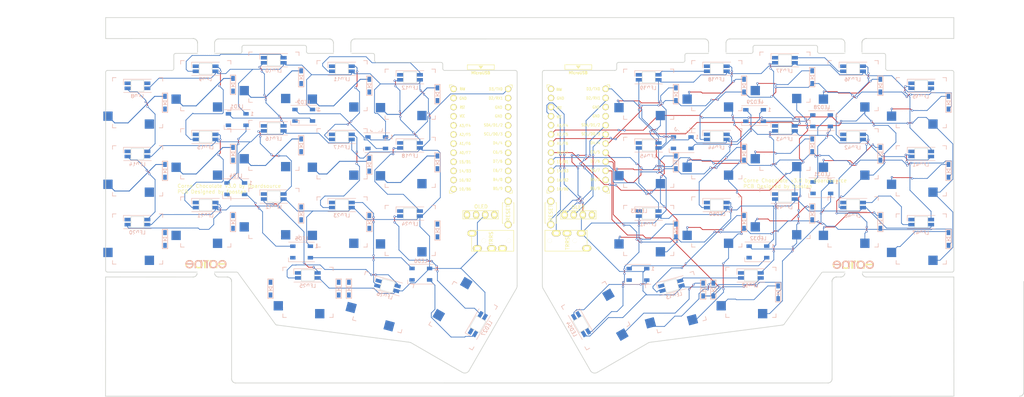
<source format=kicad_pcb>
(kicad_pcb (version 20221018) (generator pcbnew)
  (title_block (title "Corne Cherry") (date "2020-07-24") (rev "3.0") (company "foostan"))
  (layers (0 "F.Cu" signal) (31 "B.Cu" signal) (34 "B.Paste" user) (35 "F.Paste" user) (36 "B.SilkS" user "B.Silkscreen") (37 "F.SilkS" user "F.Silkscreen") (38 "B.Mask" user) (39 "F.Mask" user) (44 "Edge.Cuts" user))
  (net 0 "")
  (net 1 "row0")
  (net 2 "row1")
  (net 3 "Net-(D2-Pad2)")
  (net 4 "row2")
  (net 5 "Net-(D3-Pad2)")
  (net 6 "row3")
  (net 7 "Net-(D4-Pad2)")
  (net 8 "Net-(D5-Pad2)")
  (net 9 "Net-(D6-Pad2)")
  (net 10 "Net-(D8-Pad2)")
  (net 11 "Net-(D9-Pad2)")
  (net 12 "Net-(D10-Pad2)")
  (net 13 "Net-(D11-Pad2)")
  (net 14 "Net-(D12-Pad2)")
  (net 15 "Net-(D14-Pad2)")
  (net 16 "Net-(D15-Pad2)")
  (net 17 "Net-(D16-Pad2)")
  (net 18 "Net-(D17-Pad2)")
  (net 19 "Net-(D18-Pad2)")
  (net 20 "Net-(D19-Pad2)")
  (net 21 "Net-(D20-Pad2)")
  (net 22 "Net-(D21-Pad2)")
  (net 23 "GND")
  (net 24 "VCC")
  (net 25 "col0")
  (net 26 "col1")
  (net 27 "col2")
  (net 28 "col3")
  (net 29 "col4")
  (net 30 "col5")
  (net 31 "LED")
  (net 32 "data")
  (net 33 "reset")
  (net 34 "SCL")
  (net 35 "SDA")
  (net 36 "Net-(U1-Pad14)")
  (net 37 "Net-(U1-Pad13)")
  (net 38 "Net-(U1-Pad12)")
  (net 39 "Net-(U1-Pad11)")
  (net 40 "Net-(U1-Pad24)")
  (net 41 "row0_r")
  (net 42 "Net-(D23-Pad2)")
  (net 43 "Net-(D24-Pad2)")
  (net 44 "Net-(D25-Pad2)")
  (net 45 "Net-(D26-Pad2)")
  (net 46 "Net-(D27-Pad2)")
  (net 47 "row1_r")
  (net 48 "Net-(D29-Pad2)")
  (net 49 "Net-(D30-Pad2)")
  (net 50 "Net-(D31-Pad2)")
  (net 51 "Net-(D32-Pad2)")
  (net 52 "Net-(D33-Pad2)")
  (net 53 "row2_r")
  (net 54 "Net-(D35-Pad2)")
  (net 55 "Net-(D36-Pad2)")
  (net 56 "Net-(D37-Pad2)")
  (net 57 "Net-(D38-Pad2)")
  (net 58 "Net-(D39-Pad2)")
  (net 59 "Net-(D40-Pad2)")
  (net 60 "row3_r")
  (net 61 "Net-(D41-Pad2)")
  (net 62 "Net-(D42-Pad2)")
  (net 63 "data_r")
  (net 64 "SDA_r")
  (net 65 "SCL_r")
  (net 66 "LED_r")
  (net 67 "reset_r")
  (net 68 "col0_r")
  (net 69 "col1_r")
  (net 70 "col2_r")
  (net 71 "col3_r")
  (net 72 "col4_r")
  (net 73 "col5_r")
  (net 74 "VDD")
  (net 75 "GNDA")
  (net 76 "Net-(LED1-Pad2)")
  (net 77 "Net-(LED1-Pad4)")
  (net 78 "Net-(LED2-Pad4)")
  (net 79 "Net-(LED10-Pad2)")
  (net 80 "Net-(LED11-Pad4)")
  (net 81 "Net-(LED14-Pad2)")
  (net 82 "Net-(LED15-Pad4)")
  (net 83 "Net-(LED10-Pad4)")
  (net 84 "Net-(LED11-Pad2)")
  (net 85 "Net-(LED12-Pad4)")
  (net 86 "Net-(LED14-Pad4)")
  (net 87 "Net-(LED16-Pad4)")
  (net 88 "Net-(LED17-Pad2)")
  (net 89 "Net-(LED18-Pad4)")
  (net 90 "Net-(LED22-Pad4)")
  (net 91 "Net-(LED24-Pad4)")
  (net 92 "Net-(LED25-Pad4)")
  (net 93 "Net-(LED27-Pad4)")
  (net 94 "Net-(LED28-Pad2)")
  (net 95 "Net-(LED29-Pad4)")
  (net 96 "Net-(LED32-Pad2)")
  (net 97 "Net-(LED35-Pad4)")
  (net 98 "Net-(LED37-Pad4)")
  (net 99 "Net-(LED38-Pad2)")
  (net 100 "Net-(LED39-Pad4)")
  (net 101 "Net-(LED4-Pad2)")
  (net 102 "Net-(LED5-Pad2)")
  (net 103 "Net-(LED7-Pad4)")
  (net 104 "Net-(LED15-Pad2)")
  (net 105 "Net-(LED20-Pad4)")
  (net 106 "Net-(LED23-Pad2)")
  (net 107 "Net-(LED28-Pad4)")
  (net 108 "Net-(LED31-Pad2)")
  (net 109 "Net-(LED33-Pad2)")
  (net 110 "Net-(LED41-Pad4)")
  (net 111 "Net-(LED42-Pad2)")
  (net 112 "Net-(LED43-Pad4)")
  (net 113 "Net-(LED44-Pad2)")
  (net 114 "Net-(LED45-Pad4)")
  (net 115 "Net-(LED47-Pad4)")
  (net 116 "Net-(LED49-Pad4)")
  (net 117 "Net-(LED50-Pad2)")
  (net 118 "Net-(LED51-Pad4)")
  (net 119 "Net-(LED52-Pad4)")
  (net 120 "Net-(LED34-Pad4)")
  (net 121 "Net-(LED36-Pad4)")
  (net 122 "Net-(LED36-Pad2)")
  (net 123 "Net-(LED38-Pad4)")
  (net 124 "Net-(U2-Pad11)")
  (net 125 "Net-(U2-Pad12)")
  (net 126 "Net-(U2-Pad13)")
  (net 127 "Net-(U2-Pad14)")
  (net 128 "Net-(U2-Pad24)")
  (footprint "kbd:MJ-4PP-9_1side" (layer "F.Cu") (at 144.1345 74.292 -90)
    (fp_text reference "J1")
    (fp_text value "MJ-4PP-9" hide)
  )
  (footprint "custom_kicad:OLED_1side" (layer "F.Cu") (at 130.9485 67.028)
    (fp_text reference "J2")
    (fp_text value "OLED" hide)
  )
  (footprint "kbd:ResetSW_1side" (layer "F.Cu") (at 142.4245 66.531 -90)
    (fp_text reference "RSW1" hide)
    (fp_text value "SW_PUSH")
  )
  (footprint "custom_kicad:PG1350_socket_clean" (layer "F.Cu") (at 39.1075 35.78)
    (fp_text reference "SW2" hide)
    (fp_text value "SW_PUSH" hide)
  )
  (footprint "custom_kicad:PG1350_socket_clean" (layer "F.Cu") (at 58.1075 31.03)
    (fp_text reference "SW3" hide)
    (fp_text value "SW_PUSH" hide)
  )
  (footprint "custom_kicad:PG1350_socket_clean" (layer "F.Cu") (at 77.1075 28.655)
    (fp_text reference "SW4" hide)
    (fp_text value "SW_PUSH" hide)
  )
  (footprint "custom_kicad:PG1350_socket_clean" (layer "F.Cu") (at 96.1075 31.03)
    (fp_text reference "SW5" hide)
    (fp_text value "SW_PUSH" hide)
  )
  (footprint "custom_kicad:PG1350_socket_clean" (layer "F.Cu") (at 39.1075 54.78)
    (fp_text reference "SW8" hide)
    (fp_text value "SW_PUSH" hide)
  )
  (footprint "custom_kicad:PG1350_socket_clean" (layer "F.Cu") (at 58.1075 50.03)
    (fp_text reference "SW9" hide)
    (fp_text value "SW_PUSH" hide)
  )
  (footprint "custom_kicad:PG1350_socket_clean" (layer "F.Cu") (at 77.1075 47.655)
    (fp_text reference "SW10" hide)
    (fp_text value "SW_PUSH" hide)
  )
  (footprint "custom_kicad:PG1350_socket_clean" (layer "F.Cu") (at 96.1075 50.03)
    (fp_text reference "SW11" hide)
    (fp_text value "SW_PUSH" hide)
  )
  (footprint "custom_kicad:PG1350_socket_clean" (layer "F.Cu") (at 115.1075 52.405)
    (fp_text reference "SW12" hide)
    (fp_text value "SW_PUSH" hide)
  )
  (footprint "custom_kicad:PG1350_socket_clean" (layer "F.Cu") (at 39.1075 73.78)
    (fp_text reference "SW14" hide)
    (fp_text value "SW_PUSH" hide)
  )
  (footprint "custom_kicad:PG1350_socket_clean" (layer "F.Cu") (at 58.1075 69.03)
    (fp_text reference "SW15" hide)
    (fp_text value "SW_PUSH" hide)
  )
  (footprint "custom_kicad:PG1350_socket_clean" (layer "F.Cu") (at 77.1075 66.655)
    (fp_text reference "SW16" hide)
    (fp_text value "SW_PUSH" hide)
  )
  (footprint "custom_kicad:PG1350_socket_clean" (layer "F.Cu") (at 96.1075 69.03)
    (fp_text reference "SW17" hide)
    (fp_text value "SW_PUSH" hide)
  )
  (footprint "custom_kicad:PG1350_socket_clean" (layer "F.Cu") (at 115.1075 71.405)
    (fp_text reference "SW18" hide)
    (fp_text value "SW_PUSH" hide)
  )
  (footprint "custom_kicad:PG1350_socket_clean" (layer "F.Cu") (at 86.6075 88.655)
    (fp_text reference "SW19" hide)
    (fp_text value "SW_PUSH" hide)
  )
  (footprint "custom_kicad:PG1350_socket_clean" (layer "F.Cu") (at 107.6075 91.405 -15)
    (fp_text reference "SW20" hide)
    (fp_text value "SW_PUSH" hide)
  )
  (footprint "custom_kicad:PG1350_socket_clean" (layer "F.Cu") (at 129.8575 95.155 -120)
    (fp_text reference "SW21" hide)
    (fp_text value "SW_PUSH" hide)
  )
  (footprint "custom_kicad:PG1350_socket_clean" (layer "F.Cu") (at 166.8645 95.15 120)
    (fp_text reference "SW42" hide)
    (fp_text value "SW_PUSH" hide)
  )
  (footprint "kbd:MJ-4PP-9_1side" (layer "F.Cu") (at 152.5375 74.27 90)
    (fp_text reference "J3")
    (fp_text value "MJ-4PP-9" hide)
  )
  (footprint "custom_kicad:OLED_1side" (layer "F.Cu") (at 165.7845 67.045 180)
    (fp_text reference "J4")
    (fp_text value "OLED" hide)
  )
  (footprint "kbd:ResetSW_1side" (layer "F.Cu") (at 154.3045 66.522 -90)
    (fp_text reference "RSW2" hide)
    (fp_text value "SW_PUSH")
  )
  (footprint "custom_kicad:PG1350_socket_clean" (layer "F.Cu") (at 219.6145 66.65)
    (fp_text reference "SW37" hide)
    (fp_text value "SW_PUSH" hide)
  )
  (footprint "custom_kicad:PG1350_socket_clean" (layer "F.Cu") (at 200.6145 69.025)
    (fp_text reference "SW38" hide)
    (fp_text value "SW_PUSH" hide)
  )
  (footprint "custom_kicad:PG1350_socket_clean" (layer "F.Cu") (at 181.6145 71.4)
    (fp_text reference "SW39" hide)
    (fp_text value "SW_PUSH" hide)
  )
  (footprint "custom_kicad:PG1350_socket_clean" (layer "F.Cu") (at 210.1145 88.65)
    (fp_text reference "SW40" hide)
    (fp_text value "SW_PUSH" hide)
  )
  (footprint "custom_kicad:PG1350_socket_clean" (layer "F.Cu") (at 189.1145 91.4 15)
    (fp_text reference "SW41" hide)
    (fp_text value "SW_PUSH" hide)
  )
  (footprint "custom_kicad:PG1350_socket_clean" (layer "F.Cu") (at 219.6145 28.65)
    (fp_text reference "SW25" hide)
    (fp_text value "SW_PUSH" hide)
  )
  (footprint "custom_kicad:PG1350_socket_clean" (layer "F.Cu") (at 200.6145 31.025)
    (fp_text reference "SW26" hide)
    (fp_text value "SW_PUSH" hide)
  )
  (footprint "custom_kicad:PG1350_socket_clean" (layer "F.Cu") (at 238.6145 31.025)
    (fp_text reference "SW24" hide)
    (fp_text value "SW_PUSH" hide)
  )
  (footprint "custom_kicad:PG1350_socket_clean" (layer "F.Cu") (at 257.6145 54.775)
    (fp_text reference "SW29" hide)
    (fp_text value "SW_PUSH" hide)
  )
  (footprint "custom_kicad:PG1350_socket_clean" (layer "F.Cu") (at 257.6145 73.775)
    (fp_text reference "SW35" hide)
    (fp_text value "SW_PUSH" hide)
  )
  (footprint "custom_kicad:PG1350_socket_clean" (layer "F.Cu") (at 238.6145 69.025)
    (fp_text reference "SW36" hide)
    (fp_text value "SW_PUSH" hide)
  )
  (footprint "custom_kicad:PG1350_socket_clean" (layer "F.Cu") (at 257.6145 35.775)
    (fp_text reference "SW23" hide)
    (fp_text value "SW_PUSH" hide)
  )
  (footprint "custom_kicad:PG1350_socket_clean" (layer "F.Cu") (at 238.6145 50.025)
    (fp_text reference "SW30" hide)
    (fp_text value "SW_PUSH" hide)
  )
  (footprint "custom_kicad:PG1350_socket_clean" (layer "F.Cu") (at 219.6145 47.65)
    (fp_text reference "SW31" hide)
    (fp_text value "SW_PUSH" hide)
  )
  (footprint "custom_kicad:PG1350_socket_clean" (layer "F.Cu") (at 200.6145 50.025)
    (fp_text reference "SW32" hide)
    (fp_text value "SW_PUSH" hide)
  )
  (footprint "custom_kicad:PG1350_socket_clean" (layer "F.Cu") (at 181.6145 52.4)
    (fp_text reference "SW33" hide)
    (fp_text value "SW_PUSH" hide)
  )
  (footprint "kbd:M2_HOLE_v2" (layer "F.Cu") (at 105.5755 41.7655)
    (fp_text reference "Ref**" hide)
    (fp_text value "Val**" hide)
  )
  (footprint "kbd:M2_HOLE_v2" (layer "F.Cu") (at 72.7645 81.5205)
    (fp_text reference "Ref**" hide)
    (fp_text value "Val**" hide)
  )
  (footprint "kbd:M2_HOLE_v2" (layer "F.Cu") (at 119.3305 89.135)
    (fp_text reference "Ref**" hide)
    (fp_text value "Val**" hide)
  )
  (footprint "kbd:M2_HOLE_v2" (layer "F.Cu") (at 127.8695 74.254)
    (fp_text reference "Ref**" hide)
    (fp_text value "Val**" hide)
  )
  (footprint "kbd:M2_HOLE_v2" (layer "F.Cu") (at 142.3015 82.775)
    (fp_text reference "Ref**" hide)
    (fp_text value "Val**" hide)
  )
  (footprint "custom_kicad:PG1350_socket_clean" (layer "F.Cu") (at 115.1075 33.405)
    (fp_text reference "SW6" hide)
    (fp_text value "SW_PUSH" hide)
  )
  (footprint "custom_kicad:PG1350_socket_clean" (layer "F.Cu") (at 181.6075 33.405)
    (fp_text reference "SW27" hide)
    (fp_text value "SW_PUSH" hide)
  )
  (footprint "kbd:M2_HOLE_v2" (layer "F.Cu") (at 46.5195 54.1395)
    (fp_text reference "Ref**" hide)
    (fp_text value "Val**" hide)
  )
  (footprint "custom_kicad:ProMicro_v3" (layer "F.Cu") (at 134.8125 46.42)
    (fp_text reference "U1" hide)
    (fp_text value "ProMicro" hide)
  )
  (footprint "custom_kicad:ProMicro_v3" (layer "F.Cu") (at 161.9875 46.39)
    (fp_text reference "U2" hide)
    (fp_text value "ProMicro" hide)
  )
  (footprint "kbd:M2_HOLE_v2" (layer "F.Cu") (at 48.6075 45.28)
    (fp_text reference "Ref**" hide)
    (fp_text value "Val**" hide)
  )
  (footprint "kbd:Breakaway_Tabs" (layer "F.Cu") (at 58.23675 21.869)
    (fp_text reference "REF**")
    (fp_text value "Breakaway_Tabs")
  )
  (footprint "kbd:Breakaway_Tabs" (layer "F.Cu") (at 96.2075 21.873)
    (fp_text reference "REF**")
    (fp_text value "Breakaway_Tabs")
  )
  (footprint "kbd:Breakaway_Tabs" (layer "F.Cu") (at 58.1235 83.178)
    (fp_text reference "REF**")
    (fp_text value "Breakaway_Tabs")
  )
  (footprint "kbd:corne-logo-horizontal" (layer "F.Cu") (at 58.2675 80.89)
    (fp_text reference "G***" hide)
    (fp_text value "LOGO" hide)
  )
  (footprint "kbd:corne-logo-horizontal" (layer "F.Cu") (at 238.7775 81.04)
    (fp_text reference "G***" hide)
    (fp_text value "LOGO" hide)
  )
  (footprint "kbd:D3_SMD_v2" (layer "B.Cu") (at 46.7345 35.78 90)
    (fp_text reference "D2" hide)
    (fp_text value "D" hide)
  )
  (footprint "kbd:D3_SMD_v2" (layer "B.Cu") (at 65.7075 30.78 90)
    (fp_text reference "D3" hide)
    (fp_text value "D" hide)
  )
  (footprint "kbd:D3_SMD_v2" (layer "B.Cu") (at 84.7075 28.655 90)
    (fp_text reference "D4" hide)
    (fp_text value "D" hide)
  )
  (footprint "kbd:D3_SMD_v2" (layer "B.Cu") (at 103.7075 31.03 90)
    (fp_text reference "D5" hide)
    (fp_text value "D" hide)
  )
  (footprint "kbd:D3_SMD_v2" (layer "B.Cu") (at 122.7075 33.405 90)
    (fp_text reference "D6" hide)
    (fp_text value "D" hide)
  )
  (footprint "kbd:D3_SMD_v2" (layer "B.Cu") (at 46.7345 54.78 90)
    (fp_text reference "D8" hide)
    (fp_text value "D" hide)
  )
  (footprint "kbd:D3_SMD_v2" (layer "B.Cu") (at 65.7075 50.03 90)
    (fp_text reference "D9" hide)
    (fp_text value "D" hide)
  )
  (footprint "kbd:D3_SMD_v2" (layer "B.Cu") (at 84.7075 47.655 90)
    (fp_text reference "D10" hide)
    (fp_text value "D" hide)
  )
  (footprint "kbd:D3_SMD_v2" (layer "B.Cu") (at 103.69382 53.07184 90)
    (fp_text reference "D11" hide)
    (fp_text value "D" hide)
  )
  (footprint "kbd:D3_SMD_v2" (layer "B.Cu") (at 122.7075 52.405 90)
    (fp_text reference "D12" hide)
    (fp_text value "D" hide)
  )
  (footprint "kbd:D3_SMD_v2" (layer "B.Cu") (at 46.7345 73.78 90)
    (fp_text reference "D14" hide)
    (fp_text value "D" hide)
  )
  (footprint "kbd:D3_SMD_v2" (layer "B.Cu") (at 65.7075 69.03 90)
    (fp_text reference "D15" hide)
    (fp_text value "D" hide)
  )
  (footprint "kbd:D3_SMD_v2" (layer "B.Cu") (at 84.7075 66.655 90)
    (fp_text reference "D16" hide)
    (fp_text value "D" hide)
  )
  (footprint "kbd:D3_SMD_v2" (layer "B.Cu") (at 103.7075 69.03 90)
    (fp_text reference "D17" hide)
    (fp_text value "D" hide)
  )
  (footprint "kbd:D3_SMD_v2" (layer "B.Cu") (at 122.7075 71.405 90)
    (fp_text reference "D18" hide)
    (fp_text value "D" hide)
  )
  (footprint "kbd:D3_SMD_v2" (layer "B.Cu") (at 76.1575 87.627 90)
    (fp_text reference "D19" hide)
    (fp_text value "D" hide)
  )
  (footprint "kbd:D3_SMD_v2" (layer "B.Cu") (at 95.1645 87.622 90)
    (fp_text reference "D20" hide)
    (fp_text value "D" hide)
  )
  (footprint "kbd:D3_SMD_v2" (layer "B.Cu") (at 98.0075 87.622 90)
    (fp_text reference "D21" hide)
    (fp_text value "D" hide)
  )
  (footprint "kbd:YS-SK6812MINI-E" (layer "B.Cu") (at 133.971121 97.53 60)
    (fp_text reference "LED27")
    (fp_text value "YS-SK6812MINI-E")
    (fp_line (start -1.8 -1.55) (end 1.8 -1.55) (stroke (width 0.12)) (layer "Edge.Cuts"))
    (fp_line (start -1.8 1.55) (end -1.8 -1.55) (stroke (width 0.12)) (layer "Edge.Cuts"))
    (fp_line (start 1.8 -1.55) (end 1.8 1.55) (stroke (width 0.12)) (layer "Edge.Cuts"))
    (fp_line (start 1.8 1.55) (end -1.8 1.55) (stroke (width 0.12)) (layer "Edge.Cuts"))
  )
  (footprint "LED_SMD:LED_WS2812B_PLCC4_5.0x5.0mm_P3.2mm" (layer "B.Cu") (at 66.875 40.475 180)
    (fp_text reference "LED1")
    (fp_text value "WS2812B")
  )
  (footprint "LED_SMD:LED_WS2812B_PLCC4_5.0x5.0mm_P3.2mm" (layer "B.Cu") (at 118.06936 83.59648 180)
    (fp_text reference "LED6")
    (fp_text value "WS2812B")
  )
  (footprint "LED_SMD:LED_WS2812B_PLCC4_5.0x5.0mm_P3.2mm" (layer "B.Cu") (at 211.15 39.35 180)
    (fp_text reference "LED29")
    (fp_text value "WS2812B")
  )
  (footprint "LED_SMD:LED_WS2812B_PLCC4_5.0x5.0mm_P3.2mm" (layer "B.Cu") (at 190.96822 46.9322 180)
    (fp_text reference "LED30")
    (fp_text value "WS2812B")
  )
  (footprint "LED_SMD:LED_WS2812B_PLCC4_5.0x5.0mm_P3.2mm" (layer "B.Cu") (at 229.9 59.475 180)
    (fp_text reference "LED31")
    (fp_text value "WS2812B")
  )
  (footprint "LED_SMD:LED_WS2812B_PLCC4_5.0x5.0mm_P3.2mm" (layer "B.Cu") (at 212.075 77.375 180)
    (fp_text reference "LED32")
    (fp_text value "WS2812B")
  )
  (footprint "LED_SMD:LED_WS2812B_PLCC4_5.0x5.0mm_P3.2mm" (layer "B.Cu") (at 178.61788 83.6422 180)
    (fp_text reference "LED33")
    (fp_text value "WS2812B")
  )
  (footprint "kbd:YS-SK6812MINI-E" (layer "B.Cu") (at 219.6075 42.94604)
    (fp_text reference "LED43")
    (fp_text value "YS-SK6812MINI-E")
    (fp_line (start -1.8 -1.55) (end 1.8 -1.55) (stroke (width 0.12)) (layer "Edge.Cuts"))
    (fp_line (start -1.8 1.55) (end -1.8 -1.55) (stroke (width 0.12)) (layer "Edge.Cuts"))
    (fp_line (start 1.8 -1.55) (end 1.8 1.55) (stroke (width 0.12)) (layer "Edge.Cuts"))
    (fp_line (start 1.8 1.55) (end -1.8 1.55) (stroke (width 0.12)) (layer "Edge.Cuts"))
  )
  (footprint "kbd:YS-SK6812MINI-E" (layer "B.Cu") (at 200.6075 45.32104)
    (fp_text reference "LED44")
    (fp_text value "YS-SK6812MINI-E")
    (fp_line (start -1.8 -1.55) (end 1.8 -1.55) (stroke (width 0.12)) (layer "Edge.Cuts"))
    (fp_line (start -1.8 1.55) (end -1.8 -1.55) (stroke (width 0.12)) (layer "Edge.Cuts"))
    (fp_line (start 1.8 -1.55) (end 1.8 1.55) (stroke (width 0.12)) (layer "Edge.Cuts"))
    (fp_line (start 1.8 1.55) (end -1.8 1.55) (stroke (width 0.12)) (layer "Edge.Cuts"))
  )
  (footprint "kbd:YS-SK6812MINI-E" (layer "B.Cu") (at 181.6075 47.69604)
    (fp_text reference "LED45")
    (fp_text value "YS-SK6812MINI-E")
    (fp_line (start -1.8 -1.55) (end 1.8 -1.55) (stroke (width 0.12)) (layer "Edge.Cuts"))
    (fp_line (start -1.8 1.55) (end -1.8 -1.55) (stroke (width 0.12)) (layer "Edge.Cuts"))
    (fp_line (start 1.8 -1.55) (end 1.8 1.55) (stroke (width 0.12)) (layer "Edge.Cuts"))
    (fp_line (start 1.8 1.55) (end -1.8 1.55) (stroke (width 0.12)) (layer "Edge.Cuts"))
  )
  (footprint "kbd:YS-SK6812MINI-E" (layer "B.Cu") (at 257.6075 69.07104)
    (fp_text reference "LED47")
    (fp_text value "YS-SK6812MINI-E")
    (fp_line (start -1.8 -1.55) (end 1.8 -1.55) (stroke (width 0.12)) (layer "Edge.Cuts"))
    (fp_line (start -1.8 1.55) (end -1.8 -1.55) (stroke (width 0.12)) (layer "Edge.Cuts"))
    (fp_line (start 1.8 -1.55) (end 1.8 1.55) (stroke (width 0.12)) (layer "Edge.Cuts"))
    (fp_line (start 1.8 1.55) (end -1.8 1.55) (stroke (width 0.12)) (layer "Edge.Cuts"))
  )
  (footprint "kbd:YS-SK6812MINI-E" (layer "B.Cu") (at 238.6075 64.32104)
    (fp_text reference "LED48")
    (fp_text value "YS-SK6812MINI-E")
    (fp_line (start -1.8 -1.55) (end 1.8 -1.55) (stroke (width 0.12)) (layer "Edge.Cuts"))
    (fp_line (start -1.8 1.55) (end -1.8 -1.55) (stroke (width 0.12)) (layer "Edge.Cuts"))
    (fp_line (start 1.8 -1.55) (end 1.8 1.55) (stroke (width 0.12)) (layer "Edge.Cuts"))
    (fp_line (start 1.8 1.55) (end -1.8 1.55) (stroke (width 0.12)) (layer "Edge.Cuts"))
  )
  (footprint "kbd:YS-SK6812MINI-E" (layer "B.Cu") (at 219.6075 61.94604)
    (fp_text reference "LED49")
    (fp_text value "YS-SK6812MINI-E")
    (fp_line (start -1.8 -1.55) (end 1.8 -1.55) (stroke (width 0.12)) (layer "Edge.Cuts"))
    (fp_line (start -1.8 1.55) (end -1.8 -1.55) (stroke (width 0.12)) (layer "Edge.Cuts"))
    (fp_line (start 1.8 -1.55) (end 1.8 1.55) (stroke (width 0.12)) (layer "Edge.Cuts"))
    (fp_line (start 1.8 1.55) (end -1.8 1.55) (stroke (width 0.12)) (layer "Edge.Cuts"))
  )
  (footprint "kbd:YS-SK6812MINI-E" (layer "B.Cu") (at 200.6075 64.32104)
    (fp_text reference "LED50")
    (fp_text value "YS-SK6812MINI-E")
    (fp_line (start -1.8 -1.55) (end 1.8 -1.55) (stroke (width 0.12)) (layer "Edge.Cuts"))
    (fp_line (start -1.8 1.55) (end -1.8 -1.55) (stroke (width 0.12)) (layer "Edge.Cuts"))
    (fp_line (start 1.8 -1.55) (end 1.8 1.55) (stroke (width 0.12)) (layer "Edge.Cuts"))
    (fp_line (start 1.8 1.55) (end -1.8 1.55) (stroke (width 0.12)) (layer "Edge.Cuts"))
  )
  (footprint "kbd:YS-SK6812MINI-E" (layer "B.Cu") (at 181.6075 66.69604)
    (fp_text reference "LED51")
    (fp_text value "YS-SK6812MINI-E")
    (fp_line (start -1.8 -1.55) (end 1.8 -1.55) (stroke (width 0.12)) (layer "Edge.Cuts"))
    (fp_line (start -1.8 1.55) (end -1.8 -1.55) (stroke (width 0.12)) (layer "Edge.Cuts"))
    (fp_line (start 1.8 -1.55) (end 1.8 1.55) (stroke (width 0.12)) (layer "Edge.Cuts"))
    (fp_line (start 1.8 1.55) (end -1.8 1.55) (stroke (width 0.12)) (layer "Edge.Cuts"))
  )
  (footprint "kbd:YS-SK6812MINI-E" (layer "B.Cu") (at 210.1075 83.94604)
    (fp_text reference "LED52")
    (fp_text value "YS-SK6812MINI-E")
    (fp_line (start -1.8 -1.55) (end 1.8 -1.55) (stroke (width 0.12)) (layer "Edge.Cuts"))
    (fp_line (start -1.8 1.55) (end -1.8 -1.55) (stroke (width 0.12)) (layer "Edge.Cuts"))
    (fp_line (start 1.8 -1.55) (end 1.8 1.55) (stroke (width 0.12)) (layer "Edge.Cuts"))
    (fp_line (start 1.8 1.55) (end -1.8 1.55) (stroke (width 0.12)) (layer "Edge.Cuts"))
  )
  (footprint "kbd:YS-SK6812MINI-E" (layer "B.Cu") (at 187.94054 86.8102 15)
    (fp_text reference "LED53")
    (fp_text value "YS-SK6812MINI-E")
    (fp_line (start -1.8 -1.55) (end 1.8 -1.55) (stroke (width 0.12)) (layer "Edge.Cuts"))
    (fp_line (start -1.8 1.55) (end -1.8 -1.55) (stroke (width 0.12)) (layer "Edge.Cuts"))
    (fp_line (start 1.8 -1.55) (end 1.8 1.55) (stroke (width 0.12)) (layer "Edge.Cuts"))
    (fp_line (start 1.8 1.55) (end -1.8 1.55) (stroke (width 0.12)) (layer "Edge.Cuts"))
  )
  (footprint "kbd:D3_SMD_v2" (layer "B.Cu") (at 265.2145 35.775 90)
    (fp_text reference "D23" hide)
    (fp_text value "D" hide)
  )
  (footprint "kbd:D3_SMD_v2" (layer "B.Cu") (at 246.2145 31.025 90)
    (fp_text reference "D24" hide)
    (fp_text value "D" hide)
  )
  (footprint "kbd:D3_SMD_v2" (layer "B.Cu") (at 227.2145 28.65 90)
    (fp_text reference "D25" hide)
    (fp_text value "D" hide)
  )
  (footprint "kbd:D3_SMD_v2" (layer "B.Cu") (at 189.2075 33.405 90)
    (fp_text reference "D27" hide)
    (fp_text value "D" hide)
  )
  (footprint "kbd:D3_SMD_v2" (layer "B.Cu") (at 265.2145 54.775 90)
    (fp_text reference "D29" hide)
    (fp_text value "D" hide)
  )
  (footprint "kbd:D3_SMD_v2" (layer "B.Cu") (at 246.2145 50.025 90)
    (fp_text reference "D30" hide)
    (fp_text value "D" hide)
  )
  (footprint "kbd:D3_SMD_v2" (layer "B.Cu") (at 227.2145 47.65 90)
    (fp_text reference "D31" hide)
    (fp_text value "D" hide)
  )
  (footprint "kbd:D3_SMD_v2" (layer "B.Cu") (at 208.2145 50.025 90)
    (fp_text reference "D32" hide)
    (fp_text value "D" hide)
  )
  (footprint "kbd:D3_SMD_v2" (layer "B.Cu") (at 189.2075 52.405 90)
    (fp_text reference "D33" hide)
    (fp_text value "D" hide)
  )
  (footprint "kbd:D3_SMD_v2" (layer "B.Cu") (at 265.2145 73.775 90)
    (fp_text reference "D35" hide)
    (fp_text value "D" hide)
  )
  (footprint "kbd:D3_SMD_v2" (layer "B.Cu") (at 246.2145 69.025 90)
    (fp_text reference "D36" hide)
    (fp_text value "D" hide)
  )
  (footprint "kbd:D3_SMD_v2" (layer "B.Cu") (at 227.2145 66.65 90)
    (fp_text reference "D37" hide)
    (fp_text value "D" hide)
  )
  (footprint "kbd:D3_SMD_v2" (layer "B.Cu") (at 208.2145 69.025 90)
    (fp_text reference "D38" hide)
    (fp_text value "D" hide)
  )
  (footprint "kbd:D3_SMD_v2" (layer "B.Cu") (at 189.2075 71.405 90)
    (fp_text reference "D39" hide)
    (fp_text value "D" hide)
  )
  (footprint "kbd:D3_SMD_v2" (layer "B.Cu") (at 217.7145 88.635 90)
    (fp_text reference "D40" hide)
    (fp_text value "D" hide)
  )
  (footprint "kbd:D3_SMD_v2" (layer "B.Cu") (at 199.64926 87.88292 90)
    (fp_text reference "D41" hide)
    (fp_text value "D" hide)
  )
  (footprint "kbd:D3_SMD_v2" (layer "B.Cu") (at 196.79926 87.88292 90)
    (fp_text reference "D42" hide)
    (fp_text value "D" hide)
  )
  (footprint "kbd:D3_SMD_v2" (layer "B.Cu") (at 208.2145 31.025 90)
    (fp_text reference "D26" hide)
    (fp_text value "D" hide)
  )
  (footprint "kbd:YS-SK6812MINI-E" (layer "B.Cu") (at 108.76874 86.861 -15)
    (fp_text reference "LED26")
    (fp_text value "YS-SK6812MINI-E")
    (fp_line (start -1.8 -1.55) (end 1.8 -1.55) (stroke (width 0.12)) (layer "Edge.Cuts"))
    (fp_line (start -1.8 1.55) (end -1.8 -1.55) (stroke (width 0.12)) (layer "Edge.Cuts"))
    (fp_line (start 1.8 -1.55) (end 1.8 1.55) (stroke (width 0.12)) (layer "Edge.Cuts"))
    (fp_line (start 1.8 1.55) (end -1.8 1.55) (stroke (width 0.12)) (layer "Edge.Cuts"))
  )
  (footprint "LED_SMD:LED_WS2812B_PLCC4_5.0x5.0mm_P3.2mm" (layer "B.Cu") (at 66.475 59.75 180)
    (fp_text reference "LED4")
    (fp_text value "WS2812B")
  )
  (footprint "kbd:YS-SK6812MINI-E" (layer "B.Cu") (at 257.6075 31.06088)
    (fp_text reference "LED35")
    (fp_text value "YS-SK6812MINI-E")
    (fp_line (start -1.8 -1.55) (end 1.8 -1.55) (stroke (width 0.12)) (layer "Edge.Cuts"))
    (fp_line (start -1.8 1.55) (end -1.8 -1.55) (stroke (width 0.12)) (layer "Edge.Cuts"))
    (fp_line (start 1.8 -1.55) (end 1.8 1.55) (stroke (width 0.12)) (layer "Edge.Cuts"))
    (fp_line (start 1.8 1.55) (end -1.8 1.55) (stroke (width 0.12)) (layer "Edge.Cuts"))
  )
  (footprint "kbd:YS-SK6812MINI-E" (layer "B.Cu") (at 238.6075 26.31088)
    (fp_text reference "LED36")
    (fp_text value "YS-SK6812MINI-E")
    (fp_line (start -1.8 -1.55) (end 1.8 -1.55) (stroke (width 0.12)) (layer "Edge.Cuts"))
    (fp_line (start -1.8 1.55) (end -1.8 -1.55) (stroke (width 0.12)) (layer "Edge.Cuts"))
    (fp_line (start 1.8 -1.55) (end 1.8 1.55) (stroke (width 0.12)) (layer "Edge.Cuts"))
    (fp_line (start 1.8 1.55) (end -1.8 1.55) (stroke (width 0.12)) (layer "Edge.Cuts"))
  )
  (footprint "kbd:YS-SK6812MINI-E" (layer "B.Cu") (at 219.6075 23.93588)
    (fp_text reference "LED37")
    (fp_text value "YS-SK6812MINI-E")
    (fp_line (start -1.8 -1.55) (end 1.8 -1.55) (stroke (width 0.12)) (layer "Edge.Cuts"))
    (fp_line (start -1.8 1.55) (end -1.8 -1.55) (stroke (width 0.12)) (layer "Edge.Cuts"))
    (fp_line (start 1.8 -1.55) (end 1.8 1.55) (stroke (width 0.12)) (layer "Edge.Cuts"))
    (fp_line (start 1.8 1.55) (end -1.8 1.55) (stroke (width 0.12)) (layer "Edge.Cuts"))
  )
  (footprint "kbd:YS-SK6812MINI-E" (layer "B.Cu") (at 200.6075 26.31088)
    (fp_text reference "LED38")
    (fp_text value "YS-SK6812MINI-E")
    (fp_line (start -1.8 -1.55) (end 1.8 -1.55) (stroke (width 0.12)) (layer "Edge.Cuts"))
    (fp_line (start -1.8 1.55) (end -1.8 -1.55) (stroke (width 0.12)) (layer "Edge.Cuts"))
    (fp_line (start 1.8 -1.55) (end 1.8 1.55) (stroke (width 0.12)) (layer "Edge.Cuts"))
    (fp_line (start 1.8 1.55) (end -1.8 1.55) (stroke (width 0.12)) (layer "Edge.Cuts"))
  )
  (footprint "kbd:YS-SK6812MINI-E" (layer "B.Cu") (at 181.6075 28.68588)
    (fp_text reference "LED39")
    (fp_text value "YS-SK6812MINI-E")
    (fp_line (start -1.8 -1.55) (end 1.8 -1.55) (stroke (width 0.12)) (layer "Edge.Cuts"))
    (fp_line (start -1.8 1.55) (end -1.8 -1.55) (stroke (width 0.12)) (layer "Edge.Cuts"))
    (fp_line (start 1.8 -1.55) (end 1.8 1.55) (stroke (width 0.12)) (layer "Edge.Cuts"))
    (fp_line (start 1.8 1.55) (end -1.8 1.55) (stroke (width 0.12)) (layer "Edge.Cuts"))
  )
  (footprint "kbd:YS-SK6812MINI-E" (layer "B.Cu") (at 257.6075 50.07104)
    (fp_text reference "LED41")
    (fp_text value "YS-SK6812MINI-E")
    (fp_line (start -1.8 -1.55) (end 1.8 -1.55) (stroke (width 0.12)) (layer "Edge.Cuts"))
    (fp_line (start -1.8 1.55) (end -1.8 -1.55) (stroke (width 0.12)) (layer "Edge.Cuts"))
    (fp_line (start 1.8 -1.55) (end 1.8 1.55) (stroke (width 0.12)) (layer "Edge.Cuts"))
    (fp_line (start 1.8 1.55) (end -1.8 1.55) (stroke (width 0.12)) (layer "Edge.Cuts"))
  )
  (footprint "kbd:YS-SK6812MINI-E" (layer "B.Cu") (at 238.6075 45.32104)
    (fp_text reference "LED42")
    (fp_text value "YS-SK6812MINI-E")
    (fp_line (start -1.8 -1.55) (end 1.8 -1.55) (stroke (width 0.12)) (layer "Edge.Cuts"))
    (fp_line (start -1.8 1.55) (end -1.8 -1.55) (stroke (width 0.12)) (layer "Edge.Cuts"))
    (fp_line (start 1.8 -1.55) (end 1.8 1.55) (stroke (width 0.12)) (layer "Edge.Cuts"))
    (fp_line (start 1.8 1.55) (end -1.8 1.55) (stroke (width 0.12)) (layer "Edge.Cuts"))
  )
  (footprint "kbd:M2_HOLE_v2" (layer "B.Cu") (at 177.3895 89.145 180)
    (fp_text reference "Ref**" hide)
    (fp_text value "Val**" hide)
  )
  (footprint "kbd:M2_HOLE_v2" (layer "B.Cu") (at 154.4185 82.785 180)
    (fp_text reference "Ref**" hide)
    (fp_text value "Val**" hide)
  )
  (footprint "kbd:M2_HOLE_v2" (layer "B.Cu") (at 223.9555 81.5305 180)
    (fp_text reference "Ref**" hide)
    (fp_text value "Val**" hide)
  )
  (footprint "kbd:M2_HOLE_v2" (layer "B.Cu") (at 248.0995 45.2655 180)
    (fp_text reference "Ref**" hide)
    (fp_text value "Val**" hide)
  )
  (footprint "kbd:M2_HOLE_v2" (layer "B.Cu") (at 191.1445 41.7755 180)
    (fp_text reference "Ref**" hide)
    (fp_text value "Val**" hide)
  )
  (footprint "kbd:M2_HOLE_v2" (layer "B.Cu") (at 250.1875 54.125 180)
    (fp_text reference "Ref**" hide)
    (fp_text value "Val**" hide)
  )
  (footprint "kbd:M2_HOLE_v2" (layer "B.Cu") (at 168.8505 74.264 180)
    (fp_text reference "Ref**" hide)
    (fp_text value "Val**" hide)
  )
  (footprint "kbd:YS-SK6812MINI-E" (layer "B.Cu") (at 162.750879 97.525 -60)
    (fp_text reference "LED54")
    (fp_text value "YS-SK6812MINI-E")
    (fp_line (start -1.8 -1.55) (end 1.8 -1.55) (stroke (width 0.12)) (layer "Edge.Cuts"))
    (fp_line (start -1.8 1.55) (end -1.8 -1.55) (stroke (width 0.12)) (layer "Edge.Cuts"))
    (fp_line (start 1.8 -1.55) (end 1.8 1.55) (stroke (width 0.12)) (layer "Edge.Cuts"))
    (fp_line (start 1.8 1.55) (end -1.8 1.55) (stroke (width 0.12)) (layer "Edge.Cuts"))
  )
  (footprint "kbd:Breakaway_Tabs" (layer "B.Cu") (at 200.7375 21.885 180)
    (fp_text reference "REF**")
    (fp_text value "Breakaway_Tabs")
  )
  (footprint "kbd:Breakaway_Tabs" (layer "B.Cu") (at 238.6495 21.87 180)
    (fp_text reference "REF**")
    (fp_text value "Breakaway_Tabs")
  )
  (footprint "kbd:Breakaway_Tabs" (layer "B.Cu") (at 238.7415 83.193 180)
    (fp_text reference "REF**")
    (fp_text value "Breakaway_Tabs")
  )
  (footprint "kbd:corne-logo-horizontal" (layer "B.Cu") (at 58.0375 80.89 180)
    (fp_text reference "G***" hide)
    (fp_text value "LOGO" hide)
  )
  (footprint "kbd:corne-logo-horizontal" (layer "B.Cu") (at 238.5675 81.04 180)
    (fp_text reference "G***" hide)
    (fp_text value "LOGO" hide)
  )
  (footprint "kbd:YS-SK6812MINI-E" (layer "B.Cu") (at 96.0567 64.31596)
    (fp_text reference "LED23")
    (fp_text value "YS-SK6812MINI-E")
    (fp_line (start -1.8 -1.55) (end 1.8 -1.55) (stroke (width 0.12)) (layer "Edge.Cuts"))
    (fp_line (start -1.8 1.55) (end -1.8 -1.55) (stroke (width 0.12)) (layer "Edge.Cuts"))
    (fp_line (start 1.8 -1.55) (end 1.8 1.55) (stroke (width 0.12)) (layer "Edge.Cuts"))
    (fp_line (start 1.8 1.55) (end -1.8 1.55) (stroke (width 0.12)) (layer "Edge.Cuts"))
  )
  (footprint "kbd:YS-SK6812MINI-E" (layer "B.Cu") (at 58.0567 45.31596)
    (fp_text reference "LED15")
    (fp_text value "YS-SK6812MINI-E")
    (fp_line (start -1.8 -1.55) (end 1.8 -1.55) (stroke (width 0.12)) (layer "Edge.Cuts"))
    (fp_line (start -1.8 1.55) (end -1.8 -1.55) (stroke (width 0.12)) (layer "Edge.Cuts"))
    (fp_line (start 1.8 -1.55) (end 1.8 1.55) (stroke (width 0.12)) (layer "Edge.Cuts"))
    (fp_line (start 1.8 1.55) (end -1.8 1.55) (stroke (width 0.12)) (layer "Edge.Cuts"))
  )
  (footprint "kbd:YS-SK6812MINI-E" (layer "B.Cu") (at 39.0567 31.06596)
    (fp_text reference "LED8")
    (fp_text value "YS-SK6812MINI-E")
    (fp_line (start -1.8 -1.55) (end 1.8 -1.55) (stroke (width 0.12)) (layer "Edge.Cuts"))
    (fp_line (start -1.8 1.55) (end -1.8 -1.55) (stroke (width 0.12)) (layer "Edge.Cuts"))
    (fp_line (start 1.8 -1.55) (end 1.8 1.55) (stroke (width 0.12)) (layer "Edge.Cuts"))
    (fp_line (start 1.8 1.55) (end -1.8 1.55) (stroke (width 0.12)) (layer "Edge.Cuts"))
  )
  (footprint "kbd:YS-SK6812MINI-E" (layer "B.Cu") (at 77.0567 23.94096)
    (fp_text reference "LED10")
    (fp_text value "YS-SK6812MINI-E")
    (fp_line (start -1.8 -1.55) (end 1.8 -1.55) (stroke (width 0.12)) (layer "Edge.Cuts"))
    (fp_line (start -1.8 1.55) (end -1.8 -1.55) (stroke (width 0.12)) (layer "Edge.Cuts"))
    (fp_line (start 1.8 -1.55) (end 1.8 1.55) (stroke (width 0.12)) (layer "Edge.Cuts"))
    (fp_line (start 1.8 1.55) (end -1.8 1.55) (stroke (width 0.12)) (layer "Edge.Cuts"))
  )
  (footprint "kbd:YS-SK6812MINI-E" (layer "B.Cu") (at 58.0567 64.31596)
    (fp_text reference "LED21")
    (fp_text value "YS-SK6812MINI-E")
    (fp_line (start -1.8 -1.55) (end 1.8 -1.55) (stroke (width 0.12)) (layer "Edge.Cuts"))
    (fp_line (start -1.8 1.55) (end -1.8 -1.55) (stroke (width 0.12)) (layer "Edge.Cuts"))
    (fp_line (start 1.8 -1.55) (end 1.8 1.55) (stroke (width 0.12)) (layer "Edge.Cuts"))
    (fp_line (start 1.8 1.55) (end -1.8 1.55) (stroke (width 0.12)) (layer "Edge.Cuts"))
  )
  (footprint "kbd:YS-SK6812MINI-E" (layer "B.Cu") (at 86.5567 83.94096)
    (fp_text reference "LED25")
    (fp_text value "YS-SK6812MINI-E")
    (fp_line (start -1.8 -1.55) (end 1.8 -1.55) (stroke (width 0.12)) (layer "Edge.Cuts"))
    (fp_line (start -1.8 1.55) (end -1.8 -1.55) (stroke (width 0.12)) (layer "Edge.Cuts"))
    (fp_line (start 1.8 -1.55) (end 1.8 1.55) (stroke (width 0.12)) (layer "Edge.Cuts"))
    (fp_line (start 1.8 1.55) (end -1.8 1.55) (stroke (width 0.12)) (layer "Edge.Cuts"))
  )
  (footprint "kbd:YS-SK6812MINI-E" (layer "B.Cu") (at 39.0567 50.06596)
    (fp_text reference "LED14")
    (fp_text value "YS-SK6812MINI-E")
    (fp_line (start -1.8 -1.55) (end 1.8 -1.55) (stroke (width 0.12)) (layer "Edge.Cuts"))
    (fp_line (start -1.8 1.55) (end -1.8 -1.55) (stroke (width 0.12)) (layer "Edge.Cuts"))
    (fp_line (start 1.8 -1.55) (end 1.8 1.55) (stroke (width 0.12)) (layer "Edge.Cuts"))
    (fp_line (start 1.8 1.55) (end -1.8 1.55) (stroke (width 0.12)) (layer "Edge.Cuts"))
  )
  (footprint "kbd:YS-SK6812MINI-E" (layer "B.Cu") (at 58.0567 26.31596)
    (fp_text reference "LED9")
    (fp_text value "YS-SK6812MINI-E")
    (fp_line (start -1.8 -1.55) (end 1.8 -1.55) (stroke (width 0.12)) (layer "Edge.Cuts"))
    (fp_line (start -1.8 1.55) (end -1.8 -1.55) (stroke (width 0.12)) (layer "Edge.Cuts"))
    (fp_line (start 1.8 -1.55) (end 1.8 1.55) (stroke (width 0.12)) (layer "Edge.Cuts"))
    (fp_line (start 1.8 1.55) (end -1.8 1.55) (stroke (width 0.12)) (layer "Edge.Cuts"))
  )
  (footprint "kbd:YS-SK6812MINI-E" (layer "B.Cu") (at 96.0567 26.31596)
    (fp_text reference "LED11")
    (fp_text value "YS-SK6812MINI-E")
    (fp_line (start -1.8 -1.55) (end 1.8 -1.55) (stroke (width 0.12)) (layer "Edge.Cuts"))
    (fp_line (start -1.8 1.55) (end -1.8 -1.55) (stroke (width 0.12)) (layer "Edge.Cuts"))
    (fp_line (start 1.8 -1.55) (end 1.8 1.55) (stroke (width 0.12)) (layer "Edge.Cuts"))
    (fp_line (start 1.8 1.55) (end -1.8 1.55) (stroke (width 0.12)) (layer "Edge.Cuts"))
  )
  (footprint "kbd:YS-SK6812MINI-E" (layer "B.Cu") (at 115.0567 47.69096)
    (fp_text reference "LED18")
    (fp_text value "YS-SK6812MINI-E")
    (fp_line (start -1.8 -1.55) (end 1.8 -1.55) (stroke (width 0.12)) (layer "Edge.Cuts"))
    (fp_line (start -1.8 1.55) (end -1.8 -1.55) (stroke (width 0.12)) (layer "Edge.Cuts"))
    (fp_line (start 1.8 -1.55) (end 1.8 1.55) (stroke (width 0.12)) (layer "Edge.Cuts"))
    (fp_line (start 1.8 1.55) (end -1.8 1.55) (stroke (width 0.12)) (layer "Edge.Cuts"))
  )
  (footprint "kbd:YS-SK6812MINI-E" (layer "B.Cu") (at 77.0567 61.94096)
    (fp_text reference "LED22")
    (fp_text value "YS-SK6812MINI-E")
    (fp_line (start -1.8 -1.55) (end 1.8 -1.55) (stroke (width 0.12)) (layer "Edge.Cuts"))
    (fp_line (start -1.8 1.55) (end -1.8 -1.55) (stroke (width 0.12)) (layer "Edge.Cuts"))
    (fp_line (start 1.8 -1.55) (end 1.8 1.55) (stroke (width 0.12)) (layer "Edge.Cuts"))
    (fp_line (start 1.8 1.55) (end -1.8 1.55) (stroke (width 0.12)) (layer "Edge.Cuts"))
  )
  (footprint "kbd:YS-SK6812MINI-E" (layer "B.Cu") (at 77.0567 42.94096)
    (fp_text reference "LED16")
    (fp_text value "YS-SK6812MINI-E")
    (fp_line (start -1.8 -1.55) (end 1.8 -1.55) (stroke (width 0.12)) (layer "Edge.Cuts"))
    (fp_line (start -1.8 1.55) (end -1.8 -1.55) (stroke (width 0.12)) (layer "Edge.Cuts"))
    (fp_line (start 1.8 -1.55) (end 1.8 1.55) (stroke (width 0.12)) (layer "Edge.Cuts"))
    (fp_line (start 1.8 1.55) (end -1.8 1.55) (stroke (width 0.12)) (layer "Edge.Cuts"))
  )
  (footprint "kbd:YS-SK6812MINI-E" (layer "B.Cu") (at 115.0567 28.69096)
    (fp_text reference "LED12")
    (fp_text value "YS-SK6812MINI-E")
    (fp_line (start -1.8 -1.55) (end 1.8 -1.55) (stroke (width 0.12)) (layer "Edge.Cuts"))
    (fp_line (start -1.8 1.55) (end -1.8 -1.55) (stroke (width 0.12)) (layer "Edge.Cuts"))
    (fp_line (start 1.8 -1.55) (end 1.8 1.55) (stroke (width 0.12)) (layer "Edge.Cuts"))
    (fp_line (start 1.8 1.55) (end -1.8 1.55) (stroke (width 0.12)) (layer "Edge.Cuts"))
  )
  (footprint "kbd:YS-SK6812MINI-E" (layer "B.Cu") (at 115.0567 66.69096)
    (fp_text reference "LED24")
    (fp_text value "YS-SK6812MINI-E")
    (fp_line (start -1.8 -1.55) (end 1.8 -1.55) (stroke (width 0.12)) (layer "Edge.Cuts"))
    (fp_line (start -1.8 1.55) (end -1.8 -1.55) (stroke (width 0.12)) (layer "Edge.Cuts"))
    (fp_line (start 1.8 -1.55) (end 1.8 1.55) (stroke (width 0.12)) (layer "Edge.Cuts"))
    (fp_line (start 1.8 1.55) (end -1.8 1.55) (stroke (width 0.12)) (layer "Edge.Cuts"))
  )
  (footprint "kbd:YS-SK6812MINI-E" (layer "B.Cu") (at 96.0567 45.31596)
    (fp_text reference "LED17")
    (fp_text value "YS-SK6812MINI-E")
    (fp_line (start -1.8 -1.55) (end 1.8 -1.55) (stroke (width 0.12)) (layer "Edge.Cuts"))
    (fp_line (start -1.8 1.55) (end -1.8 -1.55) (stroke (width 0.12)) (layer "Edge.Cuts"))
    (fp_line (start 1.8 -1.55) (end 1.8 1.55) (stroke (width 0.12)) (layer "Edge.Cuts"))
    (fp_line (start 1.8 1.55) (end -1.8 1.55) (stroke (width 0.12)) (layer "Edge.Cuts"))
  )
  (footprint "kbd:YS-SK6812MINI-E" (layer "B.Cu") (at 39.0567 69.06596)
    (fp_text reference "LED20")
    (fp_text value "YS-SK6812MINI-E")
    (fp_line (start -1.8 -1.55) (end 1.8 -1.55) (stroke (width 0.12)) (layer "Edge.Cuts"))
    (fp_line (start -1.8 1.55) (end -1.8 -1.55) (stroke (width 0.12)) (layer "Edge.Cuts"))
    (fp_line (start 1.8 -1.55) (end 1.8 1.55) (stroke (width 0.12)) (layer "Edge.Cuts"))
    (fp_line (start 1.8 1.55) (end -1.8 1.55) (stroke (width 0.12)) (layer "Edge.Cuts"))
  )
  (footprint "LED_SMD:LED_WS2812B_PLCC4_5.0x5.0mm_P3.2mm" (layer "B.Cu") (at 85.425 39.275 180)
    (fp_text reference "LED2")
    (fp_text value "WS2812B")
  )
  (footprint "LED_SMD:LED_WS2812B_PLCC4_5.0x5.0mm_P3.2mm" (layer "B.Cu") (at 229.825 40.8 180)
    (fp_text reference "LED28")
    (fp_text value "WS2812B")
  )
  (footprint "LED_SMD:LED_WS2812B_PLCC4_5.0x5.0mm_P3.2mm" (layer "B.Cu") (at 105.77662 46.94236 180)
    (fp_text reference "LED3")
    (fp_text value "WS2812B")
  )
  (footprint "LED_SMD:LED_WS2812B_PLCC4_5.0x5.0mm_P3.2mm" (layer "B.Cu") (at 84.825 77.4 180)
    (fp_text reference "LED5")
    (fp_text value "WS2812B")
  )
  (gr_line (start 54.5774 17.885) (end 54.5799 17.8853) (stroke (width 0.2)) (layer "Edge.Cuts"))
  (gr_line (start 54.5799 17.8853) (end 54.5799 17.8853) (stroke (width 0.2)) (layer "Edge.Cuts"))
  (gr_line (start 54.5799 17.8853) (end 54.8105 17.9079) (stroke (width 0.2)) (layer "Edge.Cuts"))
  (gr_line (start 54.8105 17.9079) (end 54.8105 17.9079) (stroke (width 0.2)) (layer "Edge.Cuts"))
  (gr_line (start 54.8105 17.9079) (end 54.8105 17.9079) (stroke (width 0.2)) (layer "Edge.Cuts"))
  (gr_line (start 54.8105 17.9079) (end 54.8112 17.9079) (stroke (width 0.2)) (layer "Edge.Cuts"))
  (gr_line (start 54.8112 17.9079) (end 54.8156 17.9089) (stroke (width 0.2)) (layer "Edge.Cuts"))
  (gr_line (start 54.8156 17.9089) (end 54.8201 17.9098) (stroke (width 0.2)) (layer "Edge.Cuts"))
  (gr_line (start 54.8201 17.9098) (end 55.042 17.9768) (stroke (width 0.2)) (layer "Edge.Cuts"))
  (gr_line (start 55.042 17.9768) (end 55.0426 17.977) (stroke (width 0.2)) (layer "Edge.Cuts"))
  (gr_line (start 55.0426 17.977) (end 55.0468 17.9787) (stroke (width 0.2)) (layer "Edge.Cuts"))
  (gr_line (start 55.0468 17.9787) (end 55.051 17.9805) (stroke (width 0.2)) (layer "Edge.Cuts"))
  (gr_line (start 55.051 17.9805) (end 55.2556 18.0893) (stroke (width 0.2)) (layer "Edge.Cuts"))
  (gr_line (start 55.2556 18.0893) (end 55.2556 18.0893) (stroke (width 0.2)) (layer "Edge.Cuts"))
  (gr_line (start 55.2556 18.0893) (end 55.2556 18.0893) (stroke (width 0.2)) (layer "Edge.Cuts"))
  (gr_line (start 55.2556 18.0893) (end 55.2562 18.0896) (stroke (width 0.2)) (layer "Edge.Cuts"))
  (gr_line (start 55.2562 18.0896) (end 55.26 18.0922) (stroke (width 0.2)) (layer "Edge.Cuts"))
  (gr_line (start 55.26 18.0922) (end 55.2638 18.0947) (stroke (width 0.2)) (layer "Edge.Cuts"))
  (gr_line (start 55.2638 18.0947) (end 55.4434 18.2412) (stroke (width 0.2)) (layer "Edge.Cuts"))
  (gr_line (start 55.4434 18.2412) (end 55.4439 18.2416) (stroke (width 0.2)) (layer "Edge.Cuts"))
  (gr_line (start 55.4439 18.2416) (end 55.447 18.2448) (stroke (width 0.2)) (layer "Edge.Cuts"))
  (gr_line (start 55.447 18.2448) (end 55.4503 18.248) (stroke (width 0.2)) (layer "Edge.Cuts"))
  (gr_line (start 55.4503 18.248) (end 55.598 18.4266) (stroke (width 0.2)) (layer "Edge.Cuts"))
  (gr_line (start 55.598 18.4266) (end 55.5984 18.4271) (stroke (width 0.2)) (layer "Edge.Cuts"))
  (gr_line (start 55.5984 18.4271) (end 55.6009 18.4309) (stroke (width 0.2)) (layer "Edge.Cuts"))
  (gr_line (start 55.6009 18.4309) (end 55.6035 18.4347) (stroke (width 0.2)) (layer "Edge.Cuts"))
  (gr_line (start 55.6035 18.4347) (end 55.7137 18.6386) (stroke (width 0.2)) (layer "Edge.Cuts"))
  (gr_line (start 55.7137 18.6386) (end 55.7137 18.6386) (stroke (width 0.2)) (layer "Edge.Cuts"))
  (gr_line (start 55.7137 18.6386) (end 55.7137 18.6386) (stroke (width 0.2)) (layer "Edge.Cuts"))
  (gr_line (start 55.7137 18.6386) (end 55.714 18.6392) (stroke (width 0.2)) (layer "Edge.Cuts"))
  (gr_line (start 55.714 18.6392) (end 55.7157 18.6434) (stroke (width 0.2)) (layer "Edge.Cuts"))
  (gr_line (start 55.7157 18.6434) (end 55.7175 18.6476) (stroke (width 0.2)) (layer "Edge.Cuts"))
  (gr_line (start 55.7175 18.6476) (end 55.786 18.869) (stroke (width 0.2)) (layer "Edge.Cuts"))
  (gr_line (start 55.786 18.869) (end 55.7862 18.8696) (stroke (width 0.2)) (layer "Edge.Cuts"))
  (gr_line (start 55.7862 18.8696) (end 55.7871 18.8741) (stroke (width 0.2)) (layer "Edge.Cuts"))
  (gr_line (start 55.7871 18.8741) (end 55.788 18.8785) (stroke (width 0.2)) (layer "Edge.Cuts"))
  (gr_line (start 55.788 18.8785) (end 55.8122 19.109) (stroke (width 0.2)) (layer "Edge.Cuts"))
  (gr_line (start 55.8122 19.109) (end 55.8123 19.1097) (stroke (width 0.2)) (layer "Edge.Cuts"))
  (gr_line (start 55.8123 19.1097) (end 55.8122 19.1119) (stroke (width 0.2)) (layer "Edge.Cuts"))
  (gr_line (start 55.8122 19.1119) (end 55.8125 19.1141) (stroke (width 0.2)) (layer "Edge.Cuts"))
  (gr_line (start 55.8125 19.1141) (end 55.8125 19.12) (stroke (width 0.2)) (layer "Edge.Cuts"))
  (gr_line (start 55.8125 19.12) (end 55.8125 19.1201) (stroke (width 0.2)) (layer "Edge.Cuts"))
  (gr_line (start 55.8125 19.1201) (end 55.8175 22.020252) (stroke (width 0.2)) (layer "Edge.Cuts"))
  (gr_line (start 60.5575 83.021073) (end 60.5625 83.247) (stroke (width 0.2)) (layer "Edge.Cuts"))
  (gr_line (start 60.5625 83.247) (end 60.5625 83.253) (stroke (width 0.2)) (layer "Edge.Cuts"))
  (gr_line (start 60.5625 83.253) (end 60.586 83.476) (stroke (width 0.2)) (layer "Edge.Cuts"))
  (gr_line (start 60.586 83.476) (end 60.6516 83.688) (stroke (width 0.2)) (layer "Edge.Cuts"))
  (gr_line (start 60.6516 83.688) (end 60.7572 83.883) (stroke (width 0.2)) (layer "Edge.Cuts"))
  (gr_line (start 60.7572 83.883) (end 60.8986 84.054) (stroke (width 0.2)) (layer "Edge.Cuts"))
  (gr_line (start 60.8986 84.054) (end 61.0707 84.195) (stroke (width 0.2)) (layer "Edge.Cuts"))
  (gr_line (start 61.0707 84.195) (end 61.2666 84.299) (stroke (width 0.2)) (layer "Edge.Cuts"))
  (gr_line (start 61.2666 84.299) (end 61.4791 84.363) (stroke (width 0.2)) (layer "Edge.Cuts"))
  (gr_line (start 61.4791 84.363) (end 61.7024 84.385) (stroke (width 0.2)) (layer "Edge.Cuts"))
  (gr_line (start 61.7024 84.385) (end 64.0774 84.385) (stroke (width 0.2)) (layer "Edge.Cuts"))
  (gr_line (start 64.0774 84.385) (end 64.0799 84.385) (stroke (width 0.2)) (layer "Edge.Cuts"))
  (gr_line (start 64.0799 84.385) (end 64.0799 84.385) (stroke (width 0.2)) (layer "Edge.Cuts"))
  (gr_line (start 64.0799 84.385) (end 64.3105 84.408) (stroke (width 0.2)) (layer "Edge.Cuts"))
  (gr_line (start 64.3105 84.408) (end 64.3105 84.408) (stroke (width 0.2)) (layer "Edge.Cuts"))
  (gr_line (start 64.3105 84.408) (end 64.3105 84.408) (stroke (width 0.2)) (layer "Edge.Cuts"))
  (gr_line (start 64.3105 84.408) (end 64.3112 84.408) (stroke (width 0.2)) (layer "Edge.Cuts"))
  (gr_line (start 64.3112 84.408) (end 64.3156 84.409) (stroke (width 0.2)) (layer "Edge.Cuts"))
  (gr_line (start 64.3156 84.409) (end 64.3201 84.41) (stroke (width 0.2)) (layer "Edge.Cuts"))
  (gr_line (start 64.3201 84.41) (end 64.542 84.477) (stroke (width 0.2)) (layer "Edge.Cuts"))
  (gr_line (start 64.542 84.477) (end 64.542599 84.477) (stroke (width 0.2)) (layer "Edge.Cuts"))
  (gr_line (start 64.542599 84.477) (end 64.5468 84.479) (stroke (width 0.2)) (layer "Edge.Cuts"))
  (gr_line (start 64.5468 84.479) (end 64.551 84.48) (stroke (width 0.2)) (layer "Edge.Cuts"))
  (gr_line (start 64.551 84.48) (end 64.7556 84.589) (stroke (width 0.2)) (layer "Edge.Cuts"))
  (gr_line (start 64.7556 84.589) (end 64.7556 84.589) (stroke (width 0.2)) (layer "Edge.Cuts"))
  (gr_line (start 64.7556 84.589) (end 64.7556 84.589) (stroke (width 0.2)) (layer "Edge.Cuts"))
  (gr_line (start 64.7556 84.589) (end 64.756199 84.59) (stroke (width 0.2)) (layer "Edge.Cuts"))
  (gr_line (start 64.756199 84.59) (end 64.759999 84.592) (stroke (width 0.2)) (layer "Edge.Cuts"))
  (gr_line (start 64.759999 84.592) (end 64.7638 84.595) (stroke (width 0.2)) (layer "Edge.Cuts"))
  (gr_line (start 64.7638 84.595) (end 64.9434 84.741) (stroke (width 0.2)) (layer "Edge.Cuts"))
  (gr_line (start 64.9434 84.741) (end 64.9439 84.742) (stroke (width 0.2)) (layer "Edge.Cuts"))
  (gr_line (start 64.9439 84.742) (end 64.947 84.745) (stroke (width 0.2)) (layer "Edge.Cuts"))
  (gr_line (start 64.947 84.745) (end 64.9503 84.748) (stroke (width 0.2)) (layer "Edge.Cuts"))
  (gr_line (start 64.9503 84.748) (end 65.098 84.927) (stroke (width 0.2)) (layer "Edge.Cuts"))
  (gr_line (start 65.098 84.927) (end 65.0984 84.927) (stroke (width 0.2)) (layer "Edge.Cuts"))
  (gr_line (start 65.0984 84.927) (end 65.1009 84.931) (stroke (width 0.2)) (layer "Edge.Cuts"))
  (gr_line (start 65.1009 84.931) (end 65.1035 84.935) (stroke (width 0.2)) (layer "Edge.Cuts"))
  (gr_line (start 65.1035 84.935) (end 65.2137 85.139) (stroke (width 0.2)) (layer "Edge.Cuts"))
  (gr_line (start 65.2137 85.139) (end 65.2137 85.139) (stroke (width 0.2)) (layer "Edge.Cuts"))
  (gr_line (start 65.2137 85.139) (end 65.2137 85.139) (stroke (width 0.2)) (layer "Edge.Cuts"))
  (gr_line (start 65.2137 85.139) (end 65.214 85.139) (stroke (width 0.2)) (layer "Edge.Cuts"))
  (gr_line (start 65.214 85.139) (end 65.2157 85.143) (stroke (width 0.2)) (layer "Edge.Cuts"))
  (gr_line (start 65.2157 85.143) (end 65.2175 85.148) (stroke (width 0.2)) (layer "Edge.Cuts"))
  (gr_line (start 65.2175 85.148) (end 65.286 85.369) (stroke (width 0.2)) (layer "Edge.Cuts"))
  (gr_line (start 65.286 85.369) (end 65.2862 85.37) (stroke (width 0.2)) (layer "Edge.Cuts"))
  (gr_line (start 65.2862 85.37) (end 65.2871 85.374) (stroke (width 0.2)) (layer "Edge.Cuts"))
  (gr_line (start 65.2871 85.374) (end 65.288 85.379) (stroke (width 0.2)) (layer "Edge.Cuts"))
  (gr_line (start 65.288 85.379) (end 65.3122 85.609) (stroke (width 0.2)) (layer "Edge.Cuts"))
  (gr_line (start 65.3122 85.609) (end 65.3123 85.61) (stroke (width 0.2)) (layer "Edge.Cuts"))
  (gr_line (start 65.3123 85.61) (end 65.3122 85.612) (stroke (width 0.2)) (layer "Edge.Cuts"))
  (gr_line (start 65.3122 85.612) (end 65.3125 85.614) (stroke (width 0.2)) (layer "Edge.Cuts"))
  (gr_line (start 65.3125 85.614) (end 65.3125 85.62) (stroke (width 0.2)) (layer "Edge.Cuts"))
  (gr_line (start 65.3125 85.62) (end 65.3125 85.62) (stroke (width 0.2)) (layer "Edge.Cuts"))
  (gr_line (start 65.3125 85.62) (end 65.3125 112.797) (stroke (width 0.2)) (layer "Edge.Cuts"))
  (gr_line (start 65.3125 112.797) (end 65.3125 112.803) (stroke (width 0.2)) (layer "Edge.Cuts"))
  (gr_line (start 65.3125 112.803) (end 65.336 113.026) (stroke (width 0.2)) (layer "Edge.Cuts"))
  (gr_line (start 65.336 113.026) (end 65.4016 113.238) (stroke (width 0.2)) (layer "Edge.Cuts"))
  (gr_line (start 65.4016 113.238) (end 65.5072 113.433) (stroke (width 0.2)) (layer "Edge.Cuts"))
  (gr_line (start 65.5072 113.433) (end 65.6486 113.604) (stroke (width 0.2)) (layer "Edge.Cuts"))
  (gr_line (start 65.6486 113.604) (end 65.8207 113.745) (stroke (width 0.2)) (layer "Edge.Cuts"))
  (gr_line (start 65.8207 113.745) (end 66.0166 113.849) (stroke (width 0.2)) (layer "Edge.Cuts"))
  (gr_line (start 66.0166 113.849) (end 66.2291 113.913) (stroke (width 0.2)) (layer "Edge.Cuts"))
  (gr_line (start 66.2291 113.913) (end 66.4524 113.935) (stroke (width 0.2)) (layer "Edge.Cuts"))
  (gr_line (start 66.4545 113.934) (end 231.6195 113.926) (stroke (width 0.2)) (layer "Edge.Cuts"))
  (gr_line (start 197.1805 17.976) (end 99.7005 17.985) (stroke (width 0.2)) (layer "Edge.Cuts"))
  (gr_line (start 99.7005 17.985) (end 99.6945 17.985) (stroke (width 0.2)) (layer "Edge.Cuts"))
  (gr_line (start 99.6945 17.985) (end 99.4715 18.0085) (stroke (width 0.2)) (layer "Edge.Cuts"))
  (gr_line (start 99.4715 18.0085) (end 99.2595 18.0741) (stroke (width 0.2)) (layer "Edge.Cuts"))
  (gr_line (start 99.2595 18.0741) (end 99.0645 18.1797) (stroke (width 0.2)) (layer "Edge.Cuts"))
  (gr_line (start 99.0645 18.1797) (end 98.8935 18.3212) (stroke (width 0.2)) (layer "Edge.Cuts"))
  (gr_line (start 98.8935 18.3212) (end 98.7525 18.4932) (stroke (width 0.2)) (layer "Edge.Cuts"))
  (gr_line (start 98.7525 18.4932) (end 98.6485 18.6891) (stroke (width 0.2)) (layer "Edge.Cuts"))
  (gr_line (start 98.6485 18.6891) (end 98.5845 18.9016) (stroke (width 0.2)) (layer "Edge.Cuts"))
  (gr_line (start 98.5845 18.9016) (end 98.5625 19.125) (stroke (width 0.2)) (layer "Edge.Cuts"))
  (gr_line (start 98.5625 19.125) (end 98.5675 22.018729) (stroke (width 0.2)) (layer "Edge.Cuts"))
  (gr_line (start 54.5748 84.385) (end 54.5806 84.385) (stroke (width 0.2)) (layer "Edge.Cuts"))
  (gr_line (start 54.5806 84.385) (end 54.8037 84.362) (stroke (width 0.2)) (layer "Edge.Cuts"))
  (gr_line (start 54.8037 84.362) (end 55.0157 84.296) (stroke (width 0.2)) (layer "Edge.Cuts"))
  (gr_line (start 55.0157 84.296) (end 55.2109 84.19) (stroke (width 0.2)) (layer "Edge.Cuts"))
  (gr_line (start 55.2109 84.19) (end 55.382 84.049) (stroke (width 0.2)) (layer "Edge.Cuts"))
  (gr_line (start 55.382 84.049) (end 55.5222 83.877) (stroke (width 0.2)) (layer "Edge.Cuts"))
  (gr_line (start 55.5222 83.877) (end 55.6264 83.681) (stroke (width 0.2)) (layer "Edge.Cuts"))
  (gr_line (start 55.6264 83.681) (end 55.6906 83.468) (stroke (width 0.2)) (layer "Edge.Cuts"))
  (gr_line (start 55.6906 83.468) (end 55.7125 83.245) (stroke (width 0.2)) (layer "Edge.Cuts"))
  (gr_line (start 55.7125 83.245) (end 55.7175 83.020309) (stroke (width 0.2)) (layer "Edge.Cuts"))
  (gr_line (start 93.7275 22.020252) (end 93.7125 19.1227) (stroke (width 0.2)) (layer "Edge.Cuts"))
  (gr_line (start 93.7125 19.1227) (end 93.7125 19.1169) (stroke (width 0.2)) (layer "Edge.Cuts"))
  (gr_line (start 93.7125 19.1169) (end 93.689 18.8938) (stroke (width 0.2)) (layer "Edge.Cuts"))
  (gr_line (start 93.689 18.8938) (end 93.6234 18.6818) (stroke (width 0.2)) (layer "Edge.Cuts"))
  (gr_line (start 93.6234 18.6818) (end 93.5178 18.4866) (stroke (width 0.2)) (layer "Edge.Cuts"))
  (gr_line (start 93.5178 18.4866) (end 93.3763 18.3156) (stroke (width 0.2)) (layer "Edge.Cuts"))
  (gr_line (start 93.3763 18.3156) (end 93.2043 18.1753) (stroke (width 0.2)) (layer "Edge.Cuts"))
  (gr_line (start 93.2043 18.1753) (end 93.0084 18.0711) (stroke (width 0.2)) (layer "Edge.Cuts"))
  (gr_line (start 93.0084 18.0711) (end 92.7959 18.0069) (stroke (width 0.2)) (layer "Edge.Cuts"))
  (gr_line (start 92.7959 18.0069) (end 92.5726 17.985) (stroke (width 0.2)) (layer "Edge.Cuts"))
  (gr_line (start 92.5726 17.985) (end 61.7002 17.985) (stroke (width 0.2)) (layer "Edge.Cuts"))
  (gr_line (start 61.7002 17.985) (end 61.6944 17.985) (stroke (width 0.2)) (layer "Edge.Cuts"))
  (gr_line (start 61.6944 17.985) (end 61.4713 18.0085) (stroke (width 0.2)) (layer "Edge.Cuts"))
  (gr_line (start 61.4713 18.0085) (end 61.2593 18.0741) (stroke (width 0.2)) (layer "Edge.Cuts"))
  (gr_line (start 61.2593 18.0741) (end 61.0641 18.1797) (stroke (width 0.2)) (layer "Edge.Cuts"))
  (gr_line (start 61.0641 18.1797) (end 60.893 18.3212) (stroke (width 0.2)) (layer "Edge.Cuts"))
  (gr_line (start 60.893 18.3212) (end 60.7528 18.4932) (stroke (width 0.2)) (layer "Edge.Cuts"))
  (gr_line (start 60.7528 18.4932) (end 60.6486 18.6891) (stroke (width 0.2)) (layer "Edge.Cuts"))
  (gr_line (start 60.6486 18.6891) (end 60.5844 18.9016) (stroke (width 0.2)) (layer "Edge.Cuts"))
  (gr_line (start 60.5844 18.9016) (end 60.5625 19.125) (stroke (width 0.2)) (layer "Edge.Cuts"))
  (gr_line (start 60.5625 19.125) (end 60.5775 22.018729) (stroke (width 0.2)) (layer "Edge.Cuts"))
  (gr_line (start 236.3175 22.026729) (end 236.3195 19.1137) (stroke (width 0.2)) (layer "Edge.Cuts"))
  (gr_line (start 236.3195 19.1137) (end 236.3195 19.1079) (stroke (width 0.2)) (layer "Edge.Cuts"))
  (gr_line (start 236.3195 19.1079) (end 236.2965 18.8848) (stroke (width 0.2)) (layer "Edge.Cuts"))
  (gr_line (start 236.2965 18.8848) (end 236.2305 18.6728) (stroke (width 0.2)) (layer "Edge.Cuts"))
  (gr_line (start 236.2305 18.6728) (end 236.1255 18.4776) (stroke (width 0.2)) (layer "Edge.Cuts"))
  (gr_line (start 236.1255 18.4776) (end 235.9835 18.3066) (stroke (width 0.2)) (layer "Edge.Cuts"))
  (gr_line (start 235.9835 18.3066) (end 235.8115 18.1663) (stroke (width 0.2)) (layer "Edge.Cuts"))
  (gr_line (start 235.8115 18.1663) (end 235.6155 18.0621) (stroke (width 0.2)) (layer "Edge.Cuts"))
  (gr_line (start 235.6155 18.0621) (end 235.4035 17.9979) (stroke (width 0.2)) (layer "Edge.Cuts"))
  (gr_line (start 235.4035 17.9979) (end 235.1805 17.976) (stroke (width 0.2)) (layer "Edge.Cuts"))
  (gr_line (start 235.1805 17.976) (end 204.3075 17.976) (stroke (width 0.2)) (layer "Edge.Cuts"))
  (gr_line (start 204.3075 17.976) (end 204.3015 17.976) (stroke (width 0.2)) (layer "Edge.Cuts"))
  (gr_line (start 204.3015 17.976) (end 204.0785 17.9995) (stroke (width 0.2)) (layer "Edge.Cuts"))
  (gr_line (start 204.0785 17.9995) (end 203.8665 18.0651) (stroke (width 0.2)) (layer "Edge.Cuts"))
  (gr_line (start 203.8665 18.0651) (end 203.6715 18.1707) (stroke (width 0.2)) (layer "Edge.Cuts"))
  (gr_line (start 203.6715 18.1707) (end 203.5005 18.3122) (stroke (width 0.2)) (layer "Edge.Cuts"))
  (gr_line (start 203.5005 18.3122) (end 203.3605 18.4842) (stroke (width 0.2)) (layer "Edge.Cuts"))
  (gr_line (start 203.3605 18.4842) (end 203.2565 18.6801) (stroke (width 0.2)) (layer "Edge.Cuts"))
  (gr_line (start 203.2565 18.6801) (end 203.1915 18.8926) (stroke (width 0.2)) (layer "Edge.Cuts"))
  (gr_line (start 203.1915 18.8926) (end 203.1705 19.116) (stroke (width 0.2)) (layer "Edge.Cuts"))
  (gr_line (start 203.1705 19.116) (end 203.1675 22.028252) (stroke (width 0.2)) (layer "Edge.Cuts"))
  (gr_line (start 285.8645 117.29) (end 286.0045 117.118) (stroke (width 0.2)) (layer "Edge.Cuts"))
  (gr_line (start 197.8115 18.1663) (end 197.6155 18.0621) (stroke (width 0.2)) (layer "Edge.Cuts"))
  (gr_line (start 197.9835 18.3066) (end 197.8115 18.1663) (stroke (width 0.2)) (layer "Edge.Cuts"))
  (gr_line (start 286.1945 85.608) (end 286.1955 116.486) (stroke (width 0.2)) (layer "Edge.Cuts"))
  (gr_line (start 198.3275 22.026729) (end 198.3195 19.1137) (stroke (width 0.2)) (layer "Edge.Cuts"))
  (gr_line (start 198.3195 19.1137) (end 198.3195 19.1079) (stroke (width 0.2)) (layer "Edge.Cuts"))
  (gr_line (start 198.3195 19.1079) (end 198.2965 18.8848) (stroke (width 0.2)) (layer "Edge.Cuts"))
  (gr_line (start 198.2965 18.8848) (end 198.2305 18.6728) (stroke (width 0.2)) (layer "Edge.Cuts"))
  (gr_line (start 198.2305 18.6728) (end 198.1255 18.4776) (stroke (width 0.2)) (layer "Edge.Cuts"))
  (gr_line (start 198.1255 18.4776) (end 197.9835 18.3066) (stroke (width 0.2)) (layer "Edge.Cuts"))
  (gr_line (start 197.6155 18.0621) (end 197.4035 17.9979) (stroke (width 0.2)) (layer "Edge.Cuts"))
  (gr_line (start 197.4035 17.9979) (end 197.1805 17.976) (stroke (width 0.2)) (layer "Edge.Cuts"))
  (gr_line (start 241.1775 83.027309) (end 241.1705 83.238) (stroke (width 0.2)) (layer "Edge.Cuts"))
  (gr_line (start 241.1705 83.238) (end 241.1705 83.244) (stroke (width 0.2)) (layer "Edge.Cuts"))
  (gr_line (start 241.1705 83.244) (end 241.1935 83.467) (stroke (width 0.2)) (layer "Edge.Cuts"))
  (gr_line (start 241.1935 83.467) (end 241.2595 83.679) (stroke (width 0.2)) (layer "Edge.Cuts"))
  (gr_line (start 241.2595 83.679) (end 241.3645 83.874) (stroke (width 0.2)) (layer "Edge.Cuts"))
  (gr_line (start 241.3645 83.874) (end 241.5065 84.045) (stroke (width 0.2)) (layer "Edge.Cuts"))
  (gr_line (start 241.5065 84.045) (end 241.6785 84.186) (stroke (width 0.2)) (layer "Edge.Cuts"))
  (gr_line (start 241.6785 84.186) (end 241.8745 84.29) (stroke (width 0.2)) (layer "Edge.Cuts"))
  (gr_line (start 241.8745 84.29) (end 242.0865 84.354) (stroke (width 0.2)) (layer "Edge.Cuts"))
  (gr_line (start 242.0865 84.354) (end 242.3095 84.376) (stroke (width 0.2)) (layer "Edge.Cuts"))
  (gr_line (start 231.6195 113.926) (end 231.6255 113.926) (stroke (width 0.2)) (layer "Edge.Cuts"))
  (gr_line (start 231.6255 113.926) (end 231.8485 113.903) (stroke (width 0.2)) (layer "Edge.Cuts"))
  (gr_line (start 231.8485 113.903) (end 232.0605 113.837) (stroke (width 0.2)) (layer "Edge.Cuts"))
  (gr_line (start 232.0605 113.837) (end 232.2555 113.731) (stroke (width 0.2)) (layer "Edge.Cuts"))
  (gr_line (start 232.2555 113.731) (end 232.4265 113.59) (stroke (width 0.2)) (layer "Edge.Cuts"))
  (gr_line (start 232.4265 113.59) (end 232.5675 113.418) (stroke (width 0.2)) (layer "Edge.Cuts"))
  (gr_line (start 232.5675 113.418) (end 232.6715 113.222) (stroke (width 0.2)) (layer "Edge.Cuts"))
  (gr_line (start 232.6715 113.222) (end 232.7355 113.009) (stroke (width 0.2)) (layer "Edge.Cuts"))
  (gr_line (start 232.7355 113.009) (end 232.7575 112.786) (stroke (width 0.2)) (layer "Edge.Cuts"))
  (gr_line (start 232.7575 112.786) (end 232.7575 85.611) (stroke (width 0.2)) (layer "Edge.Cuts"))
  (gr_line (start 232.7575 85.611) (end 232.7575 85.609) (stroke (width 0.2)) (layer "Edge.Cuts"))
  (gr_line (start 232.7575 85.609) (end 232.7575 85.609) (stroke (width 0.2)) (layer "Edge.Cuts"))
  (gr_line (start 232.7575 85.609) (end 232.7805 85.378) (stroke (width 0.2)) (layer "Edge.Cuts"))
  (gr_line (start 232.7805 85.378) (end 232.7805 85.378) (stroke (width 0.2)) (layer "Edge.Cuts"))
  (gr_line (start 232.7805 85.378) (end 232.7805 85.378) (stroke (width 0.2)) (layer "Edge.Cuts"))
  (gr_line (start 232.7805 85.378) (end 232.7805 85.377) (stroke (width 0.2)) (layer "Edge.Cuts"))
  (gr_line (start 232.7805 85.377) (end 232.7815 85.373) (stroke (width 0.2)) (layer "Edge.Cuts"))
  (gr_line (start 232.7815 85.373) (end 232.7825 85.368) (stroke (width 0.2)) (layer "Edge.Cuts"))
  (gr_line (start 232.7825 85.368) (end 232.8495 85.147) (stroke (width 0.2)) (layer "Edge.Cuts"))
  (gr_line (start 232.8495 85.147) (end 232.8495 85.146) (stroke (width 0.2)) (layer "Edge.Cuts"))
  (gr_line (start 232.8495 85.146) (end 232.8515 85.142) (stroke (width 0.2)) (layer "Edge.Cuts"))
  (gr_line (start 232.8515 85.142) (end 232.8525 85.138) (stroke (width 0.2)) (layer "Edge.Cuts"))
  (gr_line (start 232.8525 85.138) (end 232.9615 84.933) (stroke (width 0.2)) (layer "Edge.Cuts"))
  (gr_line (start 232.9615 84.933) (end 232.9615 84.933) (stroke (width 0.2)) (layer "Edge.Cuts"))
  (gr_line (start 232.9615 84.933) (end 232.9615 84.933) (stroke (width 0.2)) (layer "Edge.Cuts"))
  (gr_line (start 232.9615 84.933) (end 232.9625 84.932) (stroke (width 0.2)) (layer "Edge.Cuts"))
  (gr_line (start 232.9625 84.932) (end 232.9645 84.929) (stroke (width 0.2)) (layer "Edge.Cuts"))
  (gr_line (start 232.9645 84.929) (end 232.9675 84.925) (stroke (width 0.2)) (layer "Edge.Cuts"))
  (gr_line (start 232.9675 84.925) (end 233.1135 84.745) (stroke (width 0.2)) (layer "Edge.Cuts"))
  (gr_line (start 233.1135 84.745) (end 233.1145 84.745) (stroke (width 0.2)) (layer "Edge.Cuts"))
  (gr_line (start 233.1145 84.745) (end 233.1175 84.741) (stroke (width 0.2)) (layer "Edge.Cuts"))
  (gr_line (start 233.1175 84.741) (end 233.1205 84.738) (stroke (width 0.2)) (layer "Edge.Cuts"))
  (gr_line (start 233.1205 84.738) (end 233.2995 84.591) (stroke (width 0.2)) (layer "Edge.Cuts"))
  (gr_line (start 233.2995 84.591) (end 233.2995 84.59) (stroke (width 0.2)) (layer "Edge.Cuts"))
  (gr_line (start 233.2995 84.59) (end 233.3035 84.588) (stroke (width 0.2)) (layer "Edge.Cuts"))
  (gr_line (start 233.3035 84.588) (end 233.3075 84.585) (stroke (width 0.2)) (layer "Edge.Cuts"))
  (gr_line (start 233.3075 84.585) (end 233.5115 84.475) (stroke (width 0.2)) (layer "Edge.Cuts"))
  (gr_line (start 233.5115 84.475) (end 233.5115 84.475) (stroke (width 0.2)) (layer "Edge.Cuts"))
  (gr_line (start 233.5115 84.475) (end 233.5115 84.475) (stroke (width 0.2)) (layer "Edge.Cuts"))
  (gr_line (start 233.5115 84.475) (end 233.5115 84.474) (stroke (width 0.2)) (layer "Edge.Cuts"))
  (gr_line (start 233.5115 84.474) (end 233.5155 84.473) (stroke (width 0.2)) (layer "Edge.Cuts"))
  (gr_line (start 233.5155 84.473) (end 233.5205 84.471) (stroke (width 0.2)) (layer "Edge.Cuts"))
  (gr_line (start 233.5205 84.471) (end 233.7415 84.403) (stroke (width 0.2)) (layer "Edge.Cuts"))
  (gr_line (start 233.7415 84.403) (end 233.7415 84.403) (stroke (width 0.2)) (layer "Edge.Cuts"))
  (gr_line (start 233.7415 84.403) (end 233.7425 84.402) (stroke (width 0.2)) (layer "Edge.Cuts"))
  (gr_line (start 233.7425 84.402) (end 233.7465 84.401) (stroke (width 0.2)) (layer "Edge.Cuts"))
  (gr_line (start 233.7465 84.401) (end 233.7505 84.401) (stroke (width 0.2)) (layer "Edge.Cuts"))
  (gr_line (start 233.7505 84.401) (end 233.9815 84.376) (stroke (width 0.2)) (layer "Edge.Cuts"))
  (gr_line (start 233.9815 84.376) (end 233.9825 84.376) (stroke (width 0.2)) (layer "Edge.Cuts"))
  (gr_line (start 233.9825 84.376) (end 233.9845 84.376) (stroke (width 0.2)) (layer "Edge.Cuts"))
  (gr_line (start 233.9845 84.376) (end 233.9865 84.376) (stroke (width 0.2)) (layer "Edge.Cuts"))
  (gr_line (start 233.9865 84.376) (end 233.9925 84.376) (stroke (width 0.2)) (layer "Edge.Cuts"))
  (gr_line (start 233.9925 84.376) (end 233.9925 84.376) (stroke (width 0.2)) (layer "Edge.Cuts"))
  (gr_line (start 233.9925 84.376) (end 235.1825 84.376) (stroke (width 0.2)) (layer "Edge.Cuts"))
  (gr_line (start 235.1825 84.376) (end 235.1885 84.376) (stroke (width 0.2)) (layer "Edge.Cuts"))
  (gr_line (start 235.1885 84.376) (end 235.4115 84.353) (stroke (width 0.2)) (layer "Edge.Cuts"))
  (gr_line (start 235.4115 84.353) (end 235.6235 84.287) (stroke (width 0.2)) (layer "Edge.Cuts"))
  (gr_line (start 235.6235 84.287) (end 235.8185 84.181) (stroke (width 0.2)) (layer "Edge.Cuts"))
  (gr_line (start 235.8185 84.181) (end 235.9895 84.04) (stroke (width 0.2)) (layer "Edge.Cuts"))
  (gr_line (start 235.9895 84.04) (end 236.1295 83.868) (stroke (width 0.2)) (layer "Edge.Cuts"))
  (gr_line (start 236.1295 83.868) (end 236.2335 83.672) (stroke (width 0.2)) (layer "Edge.Cuts"))
  (gr_line (start 236.2335 83.672) (end 236.2985 83.459) (stroke (width 0.2)) (layer "Edge.Cuts"))
  (gr_line (start 236.2985 83.459) (end 236.3205 83.236) (stroke (width 0.2)) (layer "Edge.Cuts"))
  (gr_line (start 236.3205 83.236) (end 236.3275 83.028073) (stroke (width 0.2)) (layer "Edge.Cuts"))
  (gr_line (start 241.0925 18.8773) (end 241.0935 18.8729) (stroke (width 0.2)) (layer "Edge.Cuts"))
  (gr_line (start 241.0935 18.8729) (end 241.0945 18.8684) (stroke (width 0.2)) (layer "Edge.Cuts"))
  (gr_line (start 241.0945 18.8684) (end 241.1615 18.6465) (stroke (width 0.2)) (layer "Edge.Cuts"))
  (gr_line (start 241.1615 18.6465) (end 241.1615 18.6459) (stroke (width 0.2)) (layer "Edge.Cuts"))
  (gr_line (start 241.1615 18.6459) (end 241.1635 18.6417) (stroke (width 0.2)) (layer "Edge.Cuts"))
  (gr_line (start 241.1635 18.6417) (end 241.1655 18.6375) (stroke (width 0.2)) (layer "Edge.Cuts"))
  (gr_line (start 241.1655 18.6375) (end 241.2745 18.4329) (stroke (width 0.2)) (layer "Edge.Cuts"))
  (gr_line (start 241.2745 18.4329) (end 241.2745 18.4329) (stroke (width 0.2)) (layer "Edge.Cuts"))
  (gr_line (start 241.2745 18.4329) (end 241.2745 18.4329) (stroke (width 0.2)) (layer "Edge.Cuts"))
  (gr_line (start 241.2745 18.4329) (end 241.2745 18.4323) (stroke (width 0.2)) (layer "Edge.Cuts"))
  (gr_line (start 241.2745 18.4323) (end 241.2775 18.4285) (stroke (width 0.2)) (layer "Edge.Cuts"))
  (gr_line (start 241.2775 18.4285) (end 241.2795 18.4248) (stroke (width 0.2)) (layer "Edge.Cuts"))
  (gr_line (start 241.2795 18.4248) (end 241.4265 18.2452) (stroke (width 0.2)) (layer "Edge.Cuts"))
  (gr_line (start 241.4265 18.2452) (end 241.4265 18.2446) (stroke (width 0.2)) (layer "Edge.Cuts"))
  (gr_line (start 241.4265 18.2446) (end 241.4295 18.2415) (stroke (width 0.2)) (layer "Edge.Cuts"))
  (gr_line (start 241.4295 18.2415) (end 241.4335 18.2382) (stroke (width 0.2)) (layer "Edge.Cuts"))
  (gr_line (start 241.4335 18.2382) (end 241.6115 18.0905) (stroke (width 0.2)) (layer "Edge.Cuts"))
  (gr_line (start 241.6115 18.0905) (end 241.6125 18.0901) (stroke (width 0.2)) (layer "Edge.Cuts"))
  (gr_line (start 241.6125 18.0901) (end 241.6155 18.0876) (stroke (width 0.2)) (layer "Edge.Cuts"))
  (gr_line (start 241.6155 18.0876) (end 241.6195 18.0851) (stroke (width 0.2)) (layer "Edge.Cuts"))
  (gr_line (start 241.6195 18.0851) (end 241.8235 17.9748) (stroke (width 0.2)) (layer "Edge.Cuts"))
  (gr_line (start 241.8235 17.9748) (end 241.8235 17.9748) (stroke (width 0.2)) (layer "Edge.Cuts"))
  (gr_line (start 241.8235 17.9748) (end 241.8235 17.9748) (stroke (width 0.2)) (layer "Edge.Cuts"))
  (gr_line (start 241.8235 17.9748) (end 241.8245 17.9745) (stroke (width 0.2)) (layer "Edge.Cuts"))
  (gr_line (start 241.8245 17.9745) (end 241.8285 17.9728) (stroke (width 0.2)) (layer "Edge.Cuts"))
  (gr_line (start 241.8285 17.9728) (end 241.8325 17.971) (stroke (width 0.2)) (layer "Edge.Cuts"))
  (gr_line (start 241.8325 17.971) (end 242.0535 17.9025) (stroke (width 0.2)) (layer "Edge.Cuts"))
  (gr_line (start 242.0535 17.9025) (end 242.0535 17.9025) (stroke (width 0.2)) (layer "Edge.Cuts"))
  (gr_line (start 242.0535 17.9025) (end 242.0545 17.9023) (stroke (width 0.2)) (layer "Edge.Cuts"))
  (gr_line (start 242.0545 17.9023) (end 242.0595 17.9015) (stroke (width 0.2)) (layer "Edge.Cuts"))
  (gr_line (start 242.0595 17.9015) (end 242.0635 17.9005) (stroke (width 0.2)) (layer "Edge.Cuts"))
  (gr_line (start 242.0635 17.9005) (end 242.2935 17.8763) (stroke (width 0.2)) (layer "Edge.Cuts"))
  (gr_line (start 242.2935 17.8763) (end 242.2945 17.8763) (stroke (width 0.2)) (layer "Edge.Cuts"))
  (gr_line (start 242.2945 17.8763) (end 242.2965 17.8763) (stroke (width 0.2)) (layer "Edge.Cuts"))
  (gr_line (start 242.2965 17.8763) (end 242.2995 17.876) (stroke (width 0.2)) (layer "Edge.Cuts"))
  (gr_line (start 242.2995 17.876) (end 242.3045 17.876) (stroke (width 0.2)) (layer "Edge.Cuts"))
  (gr_line (start 242.3045 17.876) (end 242.3055 17.876) (stroke (width 0.2)) (layer "Edge.Cuts"))
  (gr_line (start 241.0775 22.028252) (end 241.0695 19.1111) (stroke (width 0.2)) (layer "Edge.Cuts"))
  (gr_line (start 241.0695 19.1111) (end 241.0705 19.1086) (stroke (width 0.2)) (layer "Edge.Cuts"))
  (gr_line (start 241.0705 19.1086) (end 241.0925 18.878) (stroke (width 0.2)) (layer "Edge.Cuts"))
  (gr_line (start 241.0925 18.878) (end 241.0925 18.878) (stroke (width 0.2)) (layer "Edge.Cuts"))
  (gr_line (start 241.0925 18.878) (end 241.0925 18.878) (stroke (width 0.2)) (layer "Edge.Cuts"))
  (gr_line (start 241.0925 18.878) (end 241.0925 18.8773) (stroke (width 0.2)) (layer "Edge.Cuts"))
  (gr_line (start 285.0575 117.626) (end 285.0635 117.626) (stroke (width 0.2)) (layer "Edge.Cuts"))
  (gr_line (start 285.0635 117.626) (end 285.2865 117.603) (stroke (width 0.2)) (layer "Edge.Cuts"))
  (gr_line (start 285.2865 117.603) (end 285.4985 117.537) (stroke (width 0.2)) (layer "Edge.Cuts"))
  (gr_line (start 285.4985 117.537) (end 285.6935 117.431) (stroke (width 0.2)) (layer "Edge.Cuts"))
  (gr_line (start 285.6935 117.431) (end 285.8645 117.29) (stroke (width 0.2)) (layer "Edge.Cuts"))
  (gr_line (start 286.0045 117.118) (end 286.1085 116.922) (stroke (width 0.2)) (layer "Edge.Cuts"))
  (gr_line (start 286.1085 116.922) (end 286.1735 116.709) (stroke (width 0.2)) (layer "Edge.Cuts"))
  (gr_line (start 286.1735 116.709) (end 286.1955 116.486) (stroke (width 0.2)) (layer "Edge.Cuts"))
  (gr_curve (pts (xy 181.6295 102.678) (xy 181.84293 102.613557) (xy 182.062163 102.570169) (xy 182.284056 102.54846)) (stroke (width 0.2)) (layer "Edge.Cuts"))
  (gr_curve (pts (xy 152.181791 87.625717) (xy 152.029054 87.360585) (xy 151.950612 87.059178) (xy 151.9547 86.753228)) (stroke (width 0.2)) (layer "Edge.Cuts"))
  (gr_line (start 191.706177 24.025707) (end 191.706177 22.527109) (stroke (width 0.2)) (layer "Edge.Cuts"))
  (gr_line (start 173.204835 24.526087) (end 191.205797 24.526087) (stroke (width 0.2)) (layer "Edge.Cuts"))
  (gr_curve (pts (xy 151.9547 27.278174) (xy 151.954759 27.002128) (xy 152.178537 26.778365) (xy 152.454583 26.778301)) (stroke (width 0.2)) (layer "Edge.Cuts"))
  (gr_line (start 151.955216 27.276904) (end 151.955216 86.750945) (stroke (width 0.2)) (layer "Edge.Cuts"))
  (gr_line (start 266.704628 27.278174) (end 266.706404 82.52693) (stroke (width 0.2)) (layer "Edge.Cuts"))
  (gr_line (start 211.205737 19.776292) (end 228.20594 19.776292) (stroke (width 0.2)) (layer "Edge.Cuts"))
  (gr_line (start 210.705358 21.52635) (end 210.705358 20.276671) (stroke (width 0.2)) (layer "Edge.Cuts"))
  (gr_line (start 192.206556 22.026729) (end 198.3275 22.026729) (stroke (width 0.2)) (layer "Edge.Cuts"))
  (gr_line (start 181.6295 102.678) (end 167.335417 110.939084) (stroke (width 0.2)) (layer "Edge.Cuts"))
  (gr_line (start 172.706995 25.026466) (end 172.704713 26.278179) (stroke (width 0.2)) (layer "Edge.Cuts"))
  (gr_curve (pts (xy 172.704713 25.028242) (xy 172.704654 24.752107) (xy 172.928431 24.528195) (xy 173.204577 24.528121)) (stroke (width 0.2)) (layer "Edge.Cuts"))
  (gr_line (start 247.705501 22.527109) (end 247.705501 26.276145) (stroke (width 0.2)) (layer "Edge.Cuts"))
  (gr_line (start 229.206699 22.026729) (end 236.3175 22.026729) (stroke (width 0.2)) (layer "Edge.Cuts"))
  (gr_line (start 228.70632 20.276671) (end 228.70632 21.52635) (stroke (width 0.2)) (layer "Edge.Cuts"))
  (gr_line (start 152.455595 26.776525) (end 172.204592 26.778301) (stroke (width 0.2)) (layer "Edge.Cuts"))
  (gr_curve (pts (xy 266.704628 82.5282) (xy 266.704558 82.804345) (xy 266.480647 83.028143) (xy 266.204506 83.028073)) (stroke (width 0.2)) (layer "Edge.Cuts"))
  (gr_curve (pts (xy 266.204501 26.778301) (xy 266.480642 26.778231) (xy 266.704558 27.002029) (xy 266.704628 27.278169)) (stroke (width 0.2)) (layer "Edge.Cuts"))
  (gr_curve (pts (xy 248.204611 26.778301) (xy 247.928465 26.77837) (xy 247.704559 26.554568) (xy 247.704489 26.278427)) (stroke (width 0.2)) (layer "Edge.Cuts"))
  (gr_curve (pts (xy 247.704489 26.278427) (xy 247.704489 26.278343) (xy 247.704489 26.278264) (xy 247.704489 26.278179)) (stroke (width 0.2)) (layer "Edge.Cuts"))
  (gr_curve (pts (xy 247.204616 22.028252) (xy 247.480662 22.028322) (xy 247.70442 22.25208) (xy 247.704489 22.528126)) (stroke (width 0.2)) (layer "Edge.Cuts"))
  (gr_curve (pts (xy 229.204665 22.028252) (xy 228.92852 22.028322) (xy 228.704613 21.804519) (xy 228.704544 21.528379)) (stroke (width 0.2)) (layer "Edge.Cuts"))
  (gr_curve (pts (xy 228.704544 21.528379) (xy 228.704544 21.528295) (xy 228.704544 21.52821) (xy 228.704544 21.528126)) (stroke (width 0.2)) (layer "Edge.Cuts"))
  (gr_curve (pts (xy 228.20467 19.778068) (xy 228.480816 19.778137) (xy 228.704613 20.002049) (xy 228.704544 20.278189)) (stroke (width 0.2)) (layer "Edge.Cuts"))
  (gr_curve (pts (xy 228.704544 20.278189) (xy 228.704544 20.278194) (xy 228.704544 20.278194) (xy 228.704544 20.278194)) (stroke (width 0.2)) (layer "Edge.Cuts"))
  (gr_curve (pts (xy 210.704594 20.278194) (xy 210.704524 20.002054) (xy 210.928322 19.778137) (xy 211.204467 19.778068)) (stroke (width 0.2)) (layer "Edge.Cuts"))
  (gr_curve (pts (xy 211.204467 19.778068) (xy 211.204467 19.778068) (xy 211.204467 19.778068) (xy 211.204467 19.778068)) (stroke (width 0.2)) (layer "Edge.Cuts"))
  (gr_curve (pts (xy 210.704594 21.528126) (xy 210.704663 21.804266) (xy 210.480866 22.028183) (xy 210.20472 22.028252)) (stroke (width 0.2)) (layer "Edge.Cuts"))
  (gr_curve (pts (xy 210.20472 22.028252) (xy 210.204641 22.028252) (xy 210.204552 22.028252) (xy 210.204472 22.028252)) (stroke (width 0.2)) (layer "Edge.Cuts"))
  (gr_curve (pts (xy 191.704649 22.528126) (xy 191.704718 22.25208) (xy 191.928476 22.028322) (xy 192.204522 22.028252)) (stroke (width 0.2)) (layer "Edge.Cuts"))
  (gr_curve (pts (xy 191.704649 24.028247) (xy 191.704579 24.304388) (xy 191.480672 24.52819) (xy 191.204527 24.528121)) (stroke (width 0.2)) (layer "Edge.Cuts"))
  (gr_line (start 165.4073 110.559612) (end 152.181276 87.627245) (stroke (width 0.2)) (layer "Edge.Cuts"))
  (gr_curve (pts (xy 165.410396 110.564226) (xy 165.409364 110.562688) (xy 165.408332 110.56115) (xy 165.4073 110.559612)) (stroke (width 0.2)) (layer "Edge.Cuts"))
  (gr_curve (pts (xy 167.335417 110.939084) (xy 166.700318 111.367153) (xy 165.838465 111.199314) (xy 165.410396 110.564226)) (stroke (width 0.2)) (layer "Edge.Cuts"))
  (gr_line (start 218.954506 97.778087) (end 182.284056 102.54846) (stroke (width 0.2)) (layer "Edge.Cuts"))
  (gr_curve (pts (xy 219.308071 97.631789) (xy 219.21428 97.725501) (xy 219.087101 97.778126) (xy 218.954506 97.778087)) (stroke (width 0.2)) (layer "Edge.Cuts"))
  (gr_line (start 229.851095 83.174629) (end 219.308071 97.631789) (stroke (width 0.2)) (layer "Edge.Cuts"))
  (gr_curve (pts (xy 172.704713 26.278179) (xy 172.704773 26.55432) (xy 172.480975 26.778231) (xy 172.20483 26.778301)) (stroke (width 0.2)) (layer "Edge.Cuts"))
  (gr_curve (pts (xy 172.20483 26.778301) (xy 172.20475 26.778301) (xy 172.204671 26.778301) (xy 172.204592 26.778301)) (stroke (width 0.2)) (layer "Edge.Cuts"))
  (gr_line (start 66.690339 83.020073) (end 60.5575 83.021073) (stroke (width 0.2)) (layer "Edge.Cuts"))
  (gr_line (start 49.690384 22.020252) (end 55.8175 22.020252) (stroke (width 0.2)) (layer "Edge.Cuts"))
  (gr_line (start 86.690528 22.020252) (end 93.7275 22.020252) (stroke (width 0.2)) (layer "Edge.Cuts"))
  (gr_curve (pts (xy 124.69017 26.770301) (xy 124.69025 26.770301) (xy 124.690329 26.770301) (xy 124.690408 26.770301)) (stroke (width 0.2)) (layer "Edge.Cuts"))
  (gr_curve (pts (xy 124.190287 26.270179) (xy 124.190227 26.54632) (xy 124.414025 26.770231) (xy 124.69017 26.770301)) (stroke (width 0.2)) (layer "Edge.Cuts"))
  (gr_line (start 67.043905 83.166629) (end 77.586929 97.623789) (stroke (width 0.2)) (layer "Edge.Cuts"))
  (gr_line (start 77.940494 97.770087) (end 114.610944 102.54046) (stroke (width 0.2)) (layer "Edge.Cuts"))
  (gr_curve (pts (xy 129.559583 110.931084) (xy 130.194682 111.359153) (xy 131.056535 111.191314) (xy 131.484604 110.556226)) (stroke (width 0.2)) (layer "Edge.Cuts"))
  (gr_curve (pts (xy 131.484604 110.556226) (xy 131.485636 110.554688) (xy 131.486668 110.55315) (xy 131.4877 110.551612)) (stroke (width 0.2)) (layer "Edge.Cuts"))
  (gr_line (start 131.4877 110.551612) (end 144.713724 87.619245) (stroke (width 0.2)) (layer "Edge.Cuts"))
  (gr_curve (pts (xy 105.190351 24.020247) (xy 105.190421 24.296388) (xy 105.414328 24.52019) (xy 105.690473 24.520121)) (stroke (width 0.2)) (layer "Edge.Cuts"))
  (gr_curve (pts (xy 105.190351 22.520126) (xy 105.190282 22.24408) (xy 104.966524 22.020322) (xy 104.690478 22.020252)) (stroke (width 0.2)) (layer "Edge.Cuts"))
  (gr_curve (pts (xy 86.69028 22.020252) (xy 86.690359 22.020252) (xy 86.690448 22.020252) (xy 86.690528 22.020252)) (stroke (width 0.2)) (layer "Edge.Cuts"))
  (gr_curve (pts (xy 86.190406 21.520126) (xy 86.190337 21.796266) (xy 86.414134 22.020183) (xy 86.69028 22.020252)) (stroke (width 0.2)) (layer "Edge.Cuts"))
  (gr_curve (pts (xy 85.690533 19.770068) (xy 85.690533 19.770068) (xy 85.690533 19.770068) (xy 85.690533 19.770068)) (stroke (width 0.2)) (layer "Edge.Cuts"))
  (gr_curve (pts (xy 86.190406 20.270194) (xy 86.190476 19.994054) (xy 85.966678 19.770137) (xy 85.690533 19.770068)) (stroke (width 0.2)) (layer "Edge.Cuts"))
  (gr_curve (pts (xy 68.190456 20.270189) (xy 68.190456 20.270194) (xy 68.190456 20.270194) (xy 68.190456 20.270194)) (stroke (width 0.2)) (layer "Edge.Cuts"))
  (gr_curve (pts (xy 68.69033 19.770068) (xy 68.414184 19.770137) (xy 68.190387 19.994049) (xy 68.190456 20.270189)) (stroke (width 0.2)) (layer "Edge.Cuts"))
  (gr_curve (pts (xy 68.190456 21.520379) (xy 68.190456 21.520295) (xy 68.190456 21.52021) (xy 68.190456 21.520126)) (stroke (width 0.2)) (layer "Edge.Cuts"))
  (gr_curve (pts (xy 67.690335 22.020252) (xy 67.96648 22.020322) (xy 68.190387 21.796519) (xy 68.190456 21.520379)) (stroke (width 0.2)) (layer "Edge.Cuts"))
  (gr_curve (pts (xy 49.690384 22.020252) (xy 49.414338 22.020322) (xy 49.19058 22.24408) (xy 49.190511 22.520126)) (stroke (width 0.2)) (layer "Edge.Cuts"))
  (gr_curve (pts (xy 49.190511 26.270427) (xy 49.190511 26.270343) (xy 49.190511 26.270264) (xy 49.190511 26.270179)) (stroke (width 0.2)) (layer "Edge.Cuts"))
  (gr_curve (pts (xy 48.690389 26.770301) (xy 48.966535 26.77037) (xy 49.190441 26.546568) (xy 49.190511 26.270427)) (stroke (width 0.2)) (layer "Edge.Cuts"))
  (gr_curve (pts (xy 30.690499 26.770301) (xy 30.414358 26.770231) (xy 30.190442 26.994029) (xy 30.190372 27.270169)) (stroke (width 0.2)) (layer "Edge.Cuts"))
  (gr_curve (pts (xy 30.190372 82.5202) (xy 30.190442 82.796345) (xy 30.414353 83.020143) (xy 30.690494 83.020073)) (stroke (width 0.2)) (layer "Edge.Cuts"))
  (gr_line (start 144.439405 26.768525) (end 124.690408 26.770301) (stroke (width 0.2)) (layer "Edge.Cuts"))
  (gr_line (start 68.190456 20.270194) (end 68.18868 21.51835) (stroke (width 0.2)) (layer "Edge.Cuts"))
  (gr_line (start 67.688301 22.018729) (end 60.5775 22.018729) (stroke (width 0.2)) (layer "Edge.Cuts"))
  (gr_line (start 49.189499 22.519109) (end 49.189499 26.268145) (stroke (width 0.2)) (layer "Edge.Cuts"))
  (gr_curve (pts (xy 124.190287 25.020242) (xy 124.190346 24.744107) (xy 123.966569 24.520195) (xy 123.690423 24.520121)) (stroke (width 0.2)) (layer "Edge.Cuts"))
  (gr_line (start 124.188005 25.018466) (end 124.190287 26.270179) (stroke (width 0.2)) (layer "Edge.Cuts"))
  (gr_line (start 115.2655 102.67) (end 129.559583 110.931084) (stroke (width 0.2)) (layer "Edge.Cuts"))
  (gr_line (start 104.688444 22.018729) (end 98.5675 22.018729) (stroke (width 0.2)) (layer "Edge.Cuts"))
  (gr_line (start 86.189642 21.51835) (end 86.189642 20.268671) (stroke (width 0.2)) (layer "Edge.Cuts"))
  (gr_line (start 85.689263 19.768292) (end 68.68906 19.768292) (stroke (width 0.2)) (layer "Edge.Cuts"))
  (gr_line (start 30.190372 27.270174) (end 30.188596 82.51893) (stroke (width 0.2)) (layer "Edge.Cuts"))
  (gr_line (start 144.939784 27.268904) (end 144.939784 86.742945) (stroke (width 0.2)) (layer "Edge.Cuts"))
  (gr_curve (pts (xy 144.9403 27.270174) (xy 144.940241 26.994128) (xy 144.716463 26.770365) (xy 144.440417 26.770301)) (stroke (width 0.2)) (layer "Edge.Cuts"))
  (gr_line (start 123.690165 24.518087) (end 105.689203 24.518087) (stroke (width 0.2)) (layer "Edge.Cuts"))
  (gr_line (start 105.188823 24.017707) (end 105.188823 22.519109) (stroke (width 0.2)) (layer "Edge.Cuts"))
  (gr_curve (pts (xy 144.713209 87.617717) (xy 144.865946 87.352585) (xy 144.944388 87.051178) (xy 144.9403 86.745228)) (stroke (width 0.2)) (layer "Edge.Cuts"))
  (gr_curve (pts (xy 229.851095 83.174629) (xy 229.944847 83.080818) (xy 230.072035 83.028103) (xy 230.204661 83.028073)) (stroke (width 0.2)) (layer "Edge.Cuts"))
  (gr_curve (pts (xy 77.586929 97.623789) (xy 77.68072 97.717501) (xy 77.807899 97.770126) (xy 77.940494 97.770087)) (stroke (width 0.2)) (layer "Edge.Cuts"))
  (gr_curve (pts (xy 67.043905 83.166629) (xy 66.950153 83.072818) (xy 66.822965 83.020103) (xy 66.690339 83.020073)) (stroke (width 0.2)) (layer "Edge.Cuts"))
  (gr_curve (pts (xy 115.2655 102.67) (xy 115.05207 102.605557) (xy 114.832837 102.562169) (xy 114.610944 102.54046)) (stroke (width 0.2)) (layer "Edge.Cuts"))
  (gr_line (start 247.204616 22.028252) (end 241.0775 22.028252) (stroke (width 0.2)) (layer "Edge.Cuts"))
  (gr_line (start 266.7 17.875) (end 242.3055 17.876) (stroke (width 0.2)) (layer "Edge.Cuts"))
  (gr_line (start 266.7 12.05) (end 266.7 17.875) (stroke (width 0.2)) (layer "Edge.Cuts"))
  (gr_line (start 30.19 17.89) (end 54.5799 17.8853) (stroke (width 0.2)) (layer "Edge.Cuts"))
  (gr_line (start 30.18 84.37) (end 54.5748 84.385) (stroke (width 0.2)) (layer "Edge.Cuts"))
  (gr_line (start 210.204472 22.028252) (end 203.1675 22.028252) (stroke (width 0.2)) (layer "Edge.Cuts"))
  (gr_line (start 248.204611 26.778301) (end 266.204501 26.778301) (stroke (width 0.2)) (layer "Edge.Cuts"))
  (gr_line (start 266.204506 83.028073) (end 241.1775 83.027309) (stroke (width 0.2)) (layer "Edge.Cuts"))
  (gr_line (start 266.7 12.05) (end 30.19 12.05) (stroke (width 0.2)) (layer "Edge.Cuts"))
  (gr_line (start 230.204661 83.028073) (end 236.3275 83.028073) (stroke (width 0.2)) (layer "Edge.Cuts"))
  (gr_line (start 30.690499 26.770301) (end 48.690389 26.770301) (stroke (width 0.2)) (layer "Edge.Cuts"))
  (gr_line (start 30.19 12.05) (end 30.19 17.89) (stroke (width 0.2)) (layer "Edge.Cuts"))
  (gr_line (start 266.7 84.375) (end 242.3095 84.376) (stroke (width 0.2)) (layer "Edge.Cuts"))
  (gr_line (start 266.725 117.625) (end 30.16 117.63) (stroke (width 0.2)) (layer "Edge.Cuts"))
  (gr_line (start 30.690494 83.020073) (end 55.7175 83.020309) (stroke (width 0.2)) (layer "Edge.Cuts"))
  (gr_line (start 30.16 117.63) (end 30.18 84.37) (stroke (width 0.2)) (layer "Edge.Cuts"))
  (gr_line (start 266.725 117.625) (end 266.7 84.375) (stroke (width 0.2)) (layer "Edge.Cuts"))
  (gr_text "Corne Chocolate v3.0 by Boardsource\nPCB Designed by foostan\n" (at 50.14046 59.79476) (layer "F.SilkS") (effects (font (size 1 1) (thickness 0.125)) (justify left)))
  (gr_text "Corne Chocolate v3.0 by Boardsource\nPCB Designed by foostan" (at 207.9151 58.28092) (layer "F.SilkS") (effects (font (size 1 1) (thickness 0.125)) (justify left)))
  (segment (start 36.437499 41.405) (end 32.7075 41.405) (width 0.25) (layer "B.Cu") (net 3))
  (segment (start 43.837499 34.005) (end 36.437499 41.405) (width 0.25) (layer "B.Cu") (net 3))
  (segment (start 32.7075 41.405) (end 30.8325 39.53) (width 0.25) (layer "B.Cu") (net 3))
  (segment (start 46.7345 34.005) (end 43.837499 34.005) (width 0.25) (layer "B.Cu") (net 3))
  (segment (start 51.7075 36.655) (end 49.8325 34.78) (width 0.25) (layer "B.Cu") (net 5))
  (segment (start 63.087499 29.005) (end 55.437499 36.655) (width 0.25) (layer "B.Cu") (net 5))
  (segment (start 65.7075 29.005) (end 63.087499 29.005) (width 0.25) (layer "B.Cu") (net 5))
  (segment (start 55.437499 36.655) (end 51.7075 36.655) (width 0.25) (layer "B.Cu") (net 5))
  (segment (start 70.7075 34.28) (end 68.8325 32.405) (width 0.25) (layer "B.Cu") (net 7))
  (segment (start 82.18085 26.88) (end 74.78085 34.28) (width 0.25) (layer "B.Cu") (net 7))
  (segment (start 84.7075 26.88) (end 82.18085 26.88) (width 0.25) (layer "B.Cu") (net 7))
  (segment (start 74.78085 34.28) (end 70.7075 34.28) (width 0.25) (layer "B.Cu") (net 7))
  (segment (start 103.7075 29.255) (end 101.18085 29.255) (width 0.25) (layer "B.Cu") (net 8))
  (segment (start 101.18085 29.255) (end 93.78085 36.655) (width 0.25) (layer "B.Cu") (net 8))
  (segment (start 89.7075 36.655) (end 87.8325 34.78) (width 0.25) (layer "B.Cu") (net 8))
  (segment (start 93.78085 36.655) (end 89.7075 36.655) (width 0.25) (layer "B.Cu") (net 8))
  (segment (start 112.437499 39.03) (end 108.7075 39.03) (width 0.25) (layer "B.Cu") (net 9))
  (segment (start 122.7075 31.63) (end 119.837499 31.63) (width 0.25) (layer "B.Cu") (net 9))
  (segment (start 119.837499 31.63) (end 112.437499 39.03) (width 0.25) (layer "B.Cu") (net 9))
  (segment (start 108.7075 39.03) (end 106.8325 37.155) (width 0.25) (layer "B.Cu") (net 9))
  (segment (start 44.18085 53.005) (end 36.78085 60.405) (width 0.25) (layer "B.Cu") (net 10))
  (segment (start 32.7075 60.405) (end 30.8325 58.53) (width 0.25) (layer "B.Cu") (net 10))
  (segment (start 46.7345 53.005) (end 44.18085 53.005) (width 0.25) (layer "B.Cu") (net 10))
  (segment (start 36.78085 60.405) (end 32.7075 60.405) (width 0.25) (layer "B.Cu") (net 10))
  (segment (start 51.7075 55.655) (end 49.8325 53.78) (width 0.25) (layer "B.Cu") (net 11))
  (segment (start 65.7075 48.255) (end 62.837499 48.255) (width 0.25) (layer "B.Cu") (net 11))
  (segment (start 55.437499 55.655) (end 51.7075 55.655) (width 0.25) (layer "B.Cu") (net 11))
  (segment (start 62.837499 48.255) (end 55.437499 55.655) (width 0.25) (layer "B.Cu") (net 11))
  (segment (start 82.18085 45.88) (end 74.78085 53.28) (width 0.25) (layer "B.Cu") (net 12))
  (segment (start 84.7075 45.88) (end 82.18085 45.88) (width 0.25) (layer "B.Cu") (net 12))
  (segment (start 70.7075 53.28) (end 68.8325 51.405) (width 0.25) (layer "B.Cu") (net 12))
  (segment (start 74.78085 53.28) (end 70.7075 53.28) (width 0.25) (layer "B.Cu") (net 12))
  (segment (start 95.41965 52.1195) (end 91.88415 55.655) (width 0.25) (layer "B.Cu") (net 13))
  (segment (start 102.87116 52.1195) (end 95.41965 52.1195) (width 0.25) (layer "B.Cu") (net 13))
  (segment (start 91.88415 55.655) (end 89.7075 55.655) (width 0.25) (layer "B.Cu") (net 13))
  (segment (start 103.69382 51.29684) (end 102.87116 52.1195) (width 0.25) (layer "B.Cu") (net 13))
  (segment (start 89.7075 55.655) (end 87.8325 53.78) (width 0.25) (layer "B.Cu") (net 13))
  (segment (start 119.837499 50.63) (end 112.437499 58.03) (width 0.25) (layer "B.Cu") (net 14))
  (segment (start 122.7075 50.63) (end 119.837499 50.63) (width 0.25) (layer "B.Cu") (net 14))
  (segment (start 112.437499 58.03) (end 108.7075 58.03) (width 0.25) (layer "B.Cu") (net 14))
  (segment (start 108.7075 58.03) (end 106.8325 56.155) (width 0.25) (layer "B.Cu") (net 14))
  (segment (start 118.950338 33.300332) (end 118.117164 32.467158) (width 0.2) (layer "F.Cu") (net 24))
  (segment (start 118.950338 33.400338) (end 118.950338 33.300332) (width 0.2) (layer "F.Cu") (net 24))
  (segment (start 120.582 39.992661) (end 120.582 39.057676) (width 0.2) (layer "F.Cu") (net 24))
  (segment (start 120.582 39.057676) (end 120.182001 38.657677) (width 0.2) (layer "F.Cu") (net 24))
  (via (at 118.950338 33.400338) (size 0.6) (drill 0.3) (layers "F.Cu" "B.Cu") (net 24))
  (via (at 118.117164 32.467158) (size 0.6) (drill 0.3) (layers "F.Cu" "B.Cu") (net 24))
  (via (at 120.582 39.992661) (size 0.6) (drill 0.3) (layers "F.Cu" "B.Cu") (net 24))
  (via (at 120.182001 38.657677) (size 0.6) (drill 0.3) (layers "F.Cu" "B.Cu") (net 24))
  (segment (start 115.243905 85.99648) (end 116.51936 85.99648) (width 0.2) (layer "B.Cu") (net 24))
  (segment (start 45.962065 47.75) (end 59.77266 47.75) (width 0.2) (layer "B.Cu") (net 24))
  (segment (start 86.2325 29.34692) (end 87.60346 27.97596) (width 0.2) (layer "B.Cu") (net 24))
  (segment (start 79.8067 25.34096) (end 78.69266 26.455) (width 0.2) (layer "B.Cu") (net 24))
  (segment (start 118.117164 32.467158) (end 117.8067 32.156694) (width 0.2) (layer "B.Cu") (net 24))
  (segment (start 60.8067 27.01596) (end 60.8067 27.71596) (width 0.2) (layer "B.Cu") (net 24))
  (segment (start 135.952339 95.49843) (end 135.952339 88.642642) (width 0.2) (layer "B.Cu") (net 24))
  (segment (start 61.46604 65.6753) (end 60.8067 65.01596) (width 0.2) (layer "B.Cu") (net 24))
  (segment (start 105.15 32.167642) (end 106.785071 30.532571) (width 0.2) (layer "B.Cu") (net 24))
  (segment (start 59.77266 47.75) (end 60.8067 46.71596) (width 0.2) (layer "B.Cu") (net 24))
  (segment (start 118.950338 33.446167) (end 118.950338 33.400338) (width 0.2) (layer "B.Cu") (net 24))
  (segment (start 86.2325 67.69346) (end 87.95 65.97596) (width 0.2) (layer "B.Cu") (net 24))
  (segment (start 123.5075 62.24016) (end 123.5075 49.7575) (width 0.2) (layer "B.Cu") (net 24))
  (segment (start 64.9095 64.5905) (end 63.8247 65.6753) (width 0.2) (layer "B.Cu") (net 24))
  (segment (start 97.902263 65.97596) (end 87.95 65.97596) (width 0.2) (layer "B.Cu") (net 24))
  (segment (start 80.291789 62.64096) (end 79.8067 62.64096) (width 0.2) (layer "B.Cu") (net 24))
  (segment (start 60.8067 27.71596) (end 59.57266 28.95) (width 0.2) (layer "B.Cu") (net 24))
  (segment (start 133.8345 77.31198) (end 129.15 81.99648) (width 0.2) (layer "B.Cu") (net 24))
  (segment (start 79.8067 62.696523) (end 77.912723 64.5905) (width 0.2) (layer "B.Cu") (net 24))
  (segment (start 133.8345 69.222) (end 133.8345 76.392) (width 0.2) (layer "B.Cu") (net 24))
  (segment (start 63.677635 27.6753) (end 61.46604 27.6753) (width 0.2) (layer "B.Cu") (net 24))
  (segment (start 92.3167 46.97596) (end 97.902263 46.97596) (width 0.2) (layer "B.Cu") (net 24))
  (segment (start 120.582 46.16566) (end 120.582 39.992661) (width 0.2) (layer "B.Cu") (net 24))
  (segment (start 118.3567 48.39096) (end 120.582 46.16566) (width 0.2) (layer "B.Cu") (net 24))
  (segment (start 67.2325 36.7825) (end 67.2325 30.4225) (width 0.2) (layer "B.Cu") (net 24))
  (segment (start 117.8067 48.7933) (end 117.8067 48.39096) (width 0.2) (layer "B.Cu") (net 24))
  (segment (start 103.835829 49.5) (end 117.1 49.5) (width 0.2) (layer "B.Cu") (net 24))
  (segment (start 78.69266 26.455) (end 71.2 26.455) (width 0.2) (layer "B.Cu") (net 24))
  (segment (start 64.897935 26.455) (end 63.677635 27.6753) (width 0.2) (layer "B.Cu") (net 24))
  (segment (start 45.03192 28.95) (end 42.21596 31.76596) (width 0.2) (layer "B.Cu") (net 24))
  (segment (start 67.2325 30.4225) (end 71.2 26.455) (width 0.2) (layer "B.Cu") (net 24))
  (segment (start 116.51936 85.99648) (end 120.51936 81.99648) (width 0.2) (layer "B.Cu") (net 24))
  (segment (start 120.182001 34.67783) (end 118.950338 33.446167) (width 0.2) (layer "B.Cu") (net 24))
  (segment (start 72.79904 44.60096) (end 79.5467 44.60096) (width 0.2) (layer "B.Cu") (net 24))
  (segment (start 98.8067 65.071523) (end 97.902263 65.97596) (width 0.2) (layer "B.Cu") (net 24))
  (segment (start 98.8067 46.071523) (end 98.8067 46.01596) (width 0.2) (layer "B.Cu") (net 24))
  (segment (start 86.2325 36.2825) (end 86.2325 29.34692) (width 0.2) (layer "B.Cu") (net 24))
  (segment (start 129.15 81.99648) (end 120.51936 81.99648) (width 0.2) (layer "B.Cu") (net 24))
  (segment (start 117.8067 32.156694) (end 117.8067 29.39096) (width 0.2) (layer "B.Cu") (net 24))
  (segment (start 117.8067 48.39096) (end 118.3567 48.39096) (width 0.2) (layer "B.Cu") (net 24))
  (segment (start 61.46604 27.6753) (end 60.8067 27.01596) (width 0.2) (layer "B.Cu") (net 24))
  (segment (start 117.8067 67.39096) (end 117.8067 67.446523) (width 0.2) (layer "B.Cu") (net 24))
  (segment (start 106.029823 38.755) (end 105.405 38.755) (width 0.2) (layer "B.Cu") (net 24))
  (segment (start 117.8067 67.39096) (end 118.3567 67.39096) (width 0.2) (layer "B.Cu") (net 24))
  (segment (start 98.8067 27.71596) (end 98.5467 27.97596) (width 0.2) (layer "B.Cu") (net 24))
  (segment (start 79.8067 62.64096) (end 79.8067 62.696523) (width 0.2) (layer "B.Cu") (net 24))
  (segment (start 97.902263 46.97596) (end 98.8067 46.071523) (width 0.2) (layer "B.Cu") (net 24))
  (segment (start 60.8067 46.01596) (end 61.46604 46.6753) (width 0.2) (layer "B.Cu") (net 24))
  (segment (start 42.21596 31.76596) (end 41.8067 31.76596) (width 0.2) (layer "B.Cu") (net 24))
  (segment (start 104.959099 87.490901) (end 106.410302 88.942104) (width 0.2) (layer "B.Cu") (net 24))
  (segment (start 117.1 49.5) (end 117.8067 48.7933) (width 0.2) (layer "B.Cu") (net 24))
  (segment (start 98.8067 65.01596) (end 98.8067 65.071523) (width 0.2) (layer "B.Cu") (net 24))
  (segment (start 86.2325 74.7575) (end 86.2325 67.69346) (width 0.2) (layer "B.Cu") (net 24))
  (segment (start 87.275 75.8) (end 86.2325 74.7575) (width 0.2) (layer "B.Cu") (net 24))
  (segment (start 108.22662 45.34236) (end 108.22662 40.951797) (width 0.2) (layer "B.Cu") (net 24))
  (segment (start 59.55716 66.9655) (end 45.746565 66.9655) (width 0.2) (layer "B.Cu") (net 24))
  (segment (start 41.8067 50.76596) (end 42.946105 50.76596) (width 0.2) (layer "B.Cu") (net 24))
  (segment (start 60.8067 46.71596) (end 60.8067 46.01596) (width 0.2) (layer "B.Cu") (net 24))
  (segment (start 70.7247 46.6753) (end 72.79904 44.60096) (width 0.2) (layer "B.Cu") (net 24))
  (segment (start 92.506641 87.490901) (end 104.959099 87.490901) (width 0.2) (layer "B.Cu") (net 24))
  (segment (start 98.8067 27.01596) (end 98.8067 27.71596) (width 0.2) (layer "B.Cu") (net 24))
  (segment (start 123.5075 49.7575) (end 122.8003 49.0503) (width 0.2) (layer "B.Cu") (net 24))
  (segment (start 87.60346 27.97596) (end 84.9275 25.3) (width 0.2) (layer "B.Cu") (net 24))
  (segment (start 102.104929 51.2309) (end 103.835829 49.5) (width 0.2) (layer "B.Cu") (net 24))
  (segment (start 79.8067 44.34096) (end 79.8067 43.64096) (width 0.2) (layer "B.Cu") (net 24))
  (segment (start 102.626789 68.35096) (end 99.291789 65.01596) (width 0.2) (layer "B.Cu") (net 24))
  (segment (start 108.22662 40.951797) (end 106.029823 38.755) (width 0.2) (layer "B.Cu") (net 24))
  (segment (start 135.952339 88.642642) (end 129.306177 81.99648) (width 0.2) (layer "B.Cu") (net 24))
  (segment (start 67.2325 56.4575) (end 67.2325 49.8928) (width 0.2) (layer "B.Cu") (net 24))
  (segment (start 89.6567 84.64096) (end 92.506641 87.490901) (width 0.2) (layer "B.Cu") (net 24))
  (segment (start 98.8067 46.01596) (end 98.8067 48.927529) (width 0.2) (layer "B.Cu") (net 24))
  (segment (start 87.625 37.675) (end 86.2325 36.2825) (width 0.2) (layer "B.Cu") (net 24))
  (segment (start 79.8067 24.64096) (end 79.8067 25.34096) (width 0.2) (layer "B.Cu") (net 24))
  (segment (start 79.8067 43.64096) (end 80.46604 44.3003) (width 0.2) (layer "B.Cu") (net 24))
  (segment (start 87.95 65.97596) (end 83.626789 65.97596) (width 0.2) (layer "B.Cu") (net 24))
  (segment (start 89.64104 44.3003) (end 92.3167 46.97596) (width 0.2) (layer "B.Cu") (net 24))
  (segment (start 111.243863 88.2489) (end 112.991485 88.2489) (width 0.2) (layer "B.Cu") (net 24))
  (segment (start 129.306177 81.99648) (end 129.15 81.99648) (width 0.2) (layer "B.Cu") (net 24))
  (segment (start 45.746565 66.9655) (end 42.946105 69.76596) (width 0.2) (layer "B.Cu") (net 24))
  (segment (start 83.626789 65.97596) (end 80.291789 62.64096) (width 0.2) (layer "B.Cu") (net 24))
  (segment (start 69.325 38.875) (end 67.2325 36.7825) (width 0.2) (layer "B.Cu") (net 24))
  (segment (start 117.365089 30.532571) (end 106.785071 30.532571) (width 0.2) (layer "B.Cu") (net 24))
  (segment (start 77.912723 64.5905) (end 64.9095 64.5905) (width 0.2) (layer "B.Cu") (net 24))
  (segment (start 101.110071 51.2309) (end 102.104929 51.2309) (width 0.2) (layer "B.Cu") (net 24))
  (segment (start 79.5467 44.60096) (end 79.8067 44.34096) (width 0.2) (layer "B.Cu") (net 24))
  (segment (start 120.51936 81.99648) (end 120.51936 73.015189) (width 0.2) (layer "B.Cu") (net 24))
  (segment (start 105.15 38.5) (end 105.15 32.167642) (width 0.2) (layer "B.Cu") (net 24))
  (segment (start 136.0285 67.028) (end 133.8345 69.222) (width 0.2) (layer "B.Cu") (net 24))
  (segment (start 118.46604 49.0503) (end 117.8067 48.39096) (width 0.2) (layer "B.Cu") (net 24))
  (segment (start 120.51936 73.015189) (end 117.8067 70.302529) (width 0.2) (layer "B.Cu") (net 24))
  (segment (start 87.875 37.675) (end 87.625 37.675) (width 0.2) (layer "B.Cu") (net 24))
  (segment (start 112.991485 88.2489) (end 115.243905 85.99648) (width 0.2) (layer "B.Cu") (net 24))
  (segment (start 98.5467 27.97596) (end 87.60346 27.97596) (width 0.2) (layer "B.Cu") (net 24))
  (segment (start 133.8345 76.392) (end 133.8345 77.31198) (width 0.2) (layer "B.Cu") (net 24))
  (segment (start 117.8067 70.302529) (end 117.8067 67.39096) (width 0.2) (layer "B.Cu") (net 24))
  (segment (start 60.8067 65.71596) (end 59.55716 66.9655) (width 0.2) (layer "B.Cu") (net 24))
  (segment (start 120.182001 38.657677) (end 120.182001 34.67783) (width 0.2) (layer "B.Cu") (net 24))
  (segment (start 80.46574 25.3) (end 79.8067 24.64096) (width 0.2) (layer "B.Cu") (net 24))
  (segment (start 60.8067 65.01596) (end 60.8067 65.71596) (width 0.2) (layer "B.Cu") (net 24))
  (segment (start 106.785071 30.532571) (end 103.9525 27.7) (width 0.2) (layer "B.Cu") (net 24))
  (segment (start 117.8067 30.09096) (end 117.365089 30.532571) (width 0.2) (layer "B.Cu") (net 24))
  (segment (start 103.9525 27.7) (end 99.49074 27.7) (width 0.2) (layer "B.Cu") (net 24))
  (segment (start 117.8067 67.446523) (end 116.902263 68.35096) (width 0.2) (layer "B.Cu") (net 24))
  (segment (start 117.8067 29.39096) (end 117.8067 30.09096) (width 0.2) (layer "B.Cu") (net 24))
  (segment (start 70.45 46.6753) (end 70.7247 46.6753) (width 0.2) (layer "B.Cu") (net 24))
  (segment (start 61.46604 46.6753) (end 70.45 46.6753) (width 0.2) (layer "B.Cu") (net 24))
  (segment (start 42.946105 50.76596) (end 45.962065 47.75) (width 0.2) (layer "B.Cu") (net 24))
  (segment (start 118.3567 67.39096) (end 123.5075 62.24016) (width 0.2) (layer "B.Cu") (net 24))
  (segment (start 99.49074 27.7) (end 98.8067 27.01596) (width 0.2) (layer "B.Cu") (net 24))
  (segment (start 98.8067 48.927529) (end 101.110071 51.2309) (width 0.2) (layer "B.Cu") (net 24))
  (segment (start 89.3067 84.64096) (end 89.6567 84.64096) (width 0.2) (layer "B.Cu") (net 24))
  (segment (start 110.550659 88.942104) (end 111.243863 88.2489) (width 0.2) (layer "B.Cu") (net 24))
  (segment (start 105.405 38.755) (end 105.15 38.5) (width 0.2) (layer "B.Cu") (net 24))
  (segment (start 106.410302 88.942104) (end 110.550659 88.942104) (width 0.2) (layer "B.Cu") (net 24))
  (segment (start 63.8247 65.6753) (end 61.46604 65.6753) (width 0.2) (layer "B.Cu") (net 24))
  (segment (start 122.8003 49.0503) (end 118.46604 49.0503) (width 0.2) (layer "B.Cu") (net 24))
  (segment (start 42.946105 69.76596) (end 41.8067 69.76596) (width 0.2) (layer "B.Cu") (net 24))
  (segment (start 71.2 26.455) (end 64.897935 26.455) (width 0.2) (layer "B.Cu") (net 24))
  (segment (start 67.2325 49.8928) (end 70.45 46.6753) (width 0.2) (layer "B.Cu") (net 24))
  (segment (start 80.46604 44.3003) (end 89.64104 44.3003) (width 0.2) (layer "B.Cu") (net 24))
  (segment (start 68.925 58.15) (end 67.2325 56.4575) (width 0.2) (layer "B.Cu") (net 24))
  (segment (start 84.9275 25.3) (end 80.46574 25.3) (width 0.2) (layer "B.Cu") (net 24))
  (segment (start 116.902263 68.35096) (end 102.626789 68.35096) (width 0.2) (layer "B.Cu") (net 24))
  (segment (start 99.291789 65.01596) (end 98.8067 65.01596) (width 0.2) (layer "B.Cu") (net 24))
  (segment (start 59.57266 28.95) (end 45.03192 28.95) (width 0.2) (layer "B.Cu") (net 24))
  (segment (start 109.27662 46.14236) (end 104.12662 46.14236) (width 0.2) (layer "B.Cu") (net 31))
  (segment (start 126.3818 33.3057) (end 119.9825 39.705) (width 0.2) (layer "B.Cu") (net 31))
  (segment (start 141.0602 33.3057) (end 126.3818 33.3057) (width 0.2) (layer "B.Cu") (net 31))
  (segment (start 119.9825 39.705) (end 119.9825 40.955) (width 0.2) (layer "B.Cu") (net 31))
  (segment (start 110.66898 44.75) (end 109.27662 46.14236) (width 0.2) (layer "B.Cu") (net 31))
  (segment (start 104.12662 46.14236) (end 103.32662 45.34236) (width 0.2) (layer "B.Cu") (net 31))
  (segment (start 119.9825 40.955) (end 116.1875 44.75) (width 0.2) (layer "B.Cu") (net 31))
  (segment (start 142.4239 31.942) (end 141.0602 33.3057) (width 0.2) (layer "B.Cu") (net 31))
  (segment (start 116.1875 44.75) (end 110.66898 44.75) (width 0.2) (layer "B.Cu") (net 31))
  (segment (start 184.943232 36.493992) (end 184.37367 36.493992) (width 0.2) (layer "F.Cu") (net 41))
  (segment (start 199.189869 34.935514) (end 199.112692 35.012691) (width 0.2) (layer "F.Cu") (net 41))
  (segment (start 254.64831 33.50169) (end 254.24831 33.50169) (width 0.2) (layer "F.Cu") (net 41))
  (segment (start 217.064 32.851) (end 215.865 34.05) (width 0.2) (layer "F.Cu") (net 41))
  (segment (start 239.010513 34.310513) (end 238.412691 33.712691) (width 0.2) (layer "F.Cu") (net 41))
  (segment (start 239.510514 34.310513) (end 239.010513 34.310513) (width 0.2) (layer "F.Cu") (net 41))
  (segment (start 185.506273 35.930951) (end 184.943232 36.493992) (width 0.2) (layer "F.Cu") (net 41))
  (segment (start 200.885514 34.935514) (end 199.189869 34.935514) (width 0.2) (layer "F.Cu") (net 41))
  (segment (start 254.24831 33.50169) (end 253.600488 34.149512) (width 0.2) (layer "F.Cu") (net 41))
  (segment (start 179.600802 36.684184) (end 179.600802 37.897727) (width 0.2) (layer "F.Cu") (net 41))
  (segment (start 170.346529 47.152) (end 169.5989 47.152) (width 0.2) (layer "F.Cu") (net 41))
  (segment (start 179.600802 37.897727) (end 170.346529 47.152) (width 0.2) (layer "F.Cu") (net 41))
  (segment (start 217.064 31.5) (end 217.064 32.851) (width 0.2) (layer "F.Cu") (net 41))
  (via (at 239.510514 34.310513) (size 0.6) (drill 0.3) (layers "F.Cu" "B.Cu") (net 41))
  (via (at 199.112692 35.012691) (size 0.6) (drill 0.3) (layers "F.Cu" "B.Cu") (net 41))
  (via (at 200.885514 34.935514) (size 0.6) (drill 0.3) (layers "F.Cu" "B.Cu") (net 41))
  (via (at 215.865 34.05) (size 0.6) (drill 0.3) (layers "F.Cu" "B.Cu") (net 41))
  (via (at 238.412691 33.712691) (size 0.6) (drill 0.3) (layers "F.Cu" "B.Cu") (net 41))
  (via (at 185.506273 35.930951) (size 0.6) (drill 0.3) (layers "F.Cu" "B.Cu") (net 41))
  (via (at 253.600488 34.149512) (size 0.6) (drill 0.3) (layers "F.Cu" "B.Cu") (net 41))
  (via (at 179.600802 36.684184) (size 0.6) (drill 0.3) (layers "F.Cu" "B.Cu") (net 41))
  (via (at 217.064 31.5) (size 0.6) (drill 0.3) (layers "F.Cu" "B.Cu") (net 41))
  (via (at 254.64831 33.50169) (size 0.6) (drill 0.3) (layers "F.Cu" "B.Cu") (net 41))
  (via (at 184.37367 36.493992) (size 0.6) (drill 0.3) (layers "F.Cu" "B.Cu") (net 41))
  (segment (start 208.2145 32.8) (end 203.021028 32.8) (width 0.2) (layer "B.Cu") (net 41))
  (segment (start 199.112692 35.012691) (end 197.500383 36.625) (width 0.2) (layer "B.Cu") (net 41))
  (segment (start 190.6525 36.625) (end 189.2075 35.18) (width 0.2) (layer "B.Cu") (net 41))
  (segment (start 197.500383 36.625) (end 190.6525 36.625) (width 0.2) (layer "B.Cu") (net 41))
  (segment (start 253.600488 34.149512) (end 252.250976 32.8) (width 0.2) (layer "B.Cu") (net 41))
  (segment (start 252.250976 32.8) (end 246.2145 32.8) (width 0.2) (layer "B.Cu") (net 41))
  (segment (start 229.073529 30.425) (end 227.2145 30.425) (width 0.2) (layer "B.Cu") (net 41))
  (segment (start 265.2145 37.55) (end 266.0145 36.75) (width 0.2) (layer "B.Cu") (net 41))
  (segment (start 215.865 34.05) (end 215.665 34.25) (width 0.2) (layer "B.Cu") (net 41))
  (segment (start 238.412691 33.712691) (end 237.625 32.925) (width 0.2) (layer "B.Cu") (net 41))
  (segment (start 260.4 33) (end 259.89831 33.50169) (width 0.2) (layer "B.Cu") (net 41))
  (segment (start 241.021027 32.8) (end 239.510514 34.310513) (width 0.2) (layer "B.Cu") (net 41))
  (segment (start 189.2075 35.18) (end 186.257224 35.18) (width 0.2) (layer "B.Cu") (net 41))
  (segment (start 246.2145 32.8) (end 241.021027 32.8) (width 0.2) (layer "B.Cu") (net 41))
  (segment (start 186.257224 35.18) (end 185.506273 35.930951) (width 0.2) (layer "B.Cu") (net 41))
  (segment (start 227.2145 30.425) (end 226.1395 31.5) (width 0.2) (layer "B.Cu") (net 41))
  (segment (start 184.37367 36.493992) (end 179.790994 36.493992) (width 0.2) (layer "B.Cu") (net 41))
  (segment (start 231.573529 32.925) (end 229.073529 30.425) (width 0.2) (layer "B.Cu") (net 41))
  (segment (start 266.0145 36.75) (end 266.0145 33) (width 0.2) (layer "B.Cu") (net 41))
  (segment (start 237.625 32.925) (end 231.573529 32.925) (width 0.2) (layer "B.Cu") (net 41))
  (segment (start 209.6645 34.25) (end 208.2145 32.8) (width 0.2) (layer "B.Cu") (net 41))
  (segment (start 179.790994 36.493992) (end 179.600802 36.684184) (width 0.2) (layer "B.Cu") (net 41))
  (segment (start 226.1395 31.5) (end 217.064 31.5) (width 0.2) (layer "B.Cu") (net 41))
  (segment (start 215.665 34.25) (end 209.6645 34.25) (width 0.2) (layer "B.Cu") (net 41))
  (segment (start 203.021028 32.8) (end 200.885514 34.935514) (width 0.2) (layer "B.Cu") (net 41))
  (segment (start 259.89831 33.50169) (end 254.64831 33.50169) (width 0.2) (layer "B.Cu") (net 41))
  (segment (start 266.0145 33) (end 260.4 33) (width 0.2) (layer "B.Cu") (net 41))
  (segment (start 255.064 37.95) (end 254.614 37.5) (width 0.2) (layer "F.Cu") (net 42))
  (segment (start 254.614 37.5) (end 249.4 37.5) (width 0.2) (layer "F.Cu") (net 42))
  (via (at 249.4 37.5) (size 0.6) (drill 0.3) (layers "F.Cu" "B.Cu") (net 42))
  (via (at 255.064 37.95) (size 0.6) (drill 0.3) (layers "F.Cu" "B.Cu") (net 42))
  (segment (start 265.2145 34) (end 263.191171 34) (width 0.2) (layer "B.Cu") (net 42))
  (segment (start 249.4 37.5) (end 249.3395 37.5605) (width 0.2) (layer "B.Cu") (net 42))
  (segment (start 263.191171 34) (end 259.241171 37.95) (width 0.2) (layer "B.Cu") (net 42))
  (segment (start 259.241171 37.95) (end 255.064 37.95) (width 0.2) (layer "B.Cu") (net 42))
  (segment (start 249.3395 37.5605) (end 249.3395 39.525) (width 0.2) (layer "B.Cu") (net 42))
  (segment (start 234.155795 32.7) (end 230.5 32.7) (width 0.2) (layer "F.Cu") (net 43))
  (segment (start 243.47843 29.75) (end 240.13893 33.0895) (width 0.2) (layer "F.Cu") (net 43))
  (segment (start 234.545295 33.0895) (end 234.155795 32.7) (width 0.2) (layer "F.Cu") (net 43))
  (segment (start 240.13893 33.0895) (end 234.545295 33.0895) (width 0.2) (layer "F.Cu") (net 43))
  (via (at 243.47843 29.75) (size 0.6) (drill 0.3) (layers "F.Cu" "B.Cu") (net 43))
  (via (at 230.5 32.7) (size 0.6) (drill 0.3) (layers "F.Cu" "B.Cu") (net 43))
  (segment (start 230.3395 32.8605) (end 230.3395 34.775) (width 0.2) (layer "B.Cu") (net 43))
  (segment (start 246.2145 29.25) (end 243.97843 29.25) (width 0.2) (layer "B.Cu") (net 43))
  (segment (start 230.5 32.7) (end 230.3395 32.8605) (width 0.2) (layer "B.Cu") (net 43))
  (segment (start 243.97843 29.25) (end 243.47843 29.75) (width 0.2) (layer "B.Cu") (net 43))
  (segment (start 216.764 30.4) (end 211.95 30.4) (width 0.2) (layer "F.Cu") (net 44))
  (segment (start 217.064 30.7) (end 216.764 30.4) (width 0.2) (layer "F.Cu") (net 44))
  (via (at 217.064 30.7) (size 0.6) (drill 0.3) (layers "F.Cu" "B.Cu") (net 44))
  (via (at 211.95 30.4) (size 0.6) (drill 0.3) (layers "F.Cu" "B.Cu") (net 44))
  (segment (start 211.95 31.7895) (end 211.3395 32.4) (width 0.2) (layer "B.Cu") (net 44))
  (segment (start 217.0785 30.7145) (end 217.064 30.7) (width 0.2) (layer "B.Cu") (net 44))
  (segment (start 211.95 30.4) (end 211.95 31.7895) (width 0.2) (layer "B.Cu") (net 44))
  (segment (start 224.309144 26.875) (end 220.469644 30.7145) (width 0.2) (layer "B.Cu") (net 44))
  (segment (start 220.469644 30.7145) (end 217.0785 30.7145) (width 0.2) (layer "B.Cu") (net 44))
  (segment (start 227.2145 26.875) (end 224.309144 26.875) (width 0.2) (layer "B.Cu") (net 44))
  (segment (start 205.3495 29.8) (end 202.06 33.0895) (width 0.2) (layer "F.Cu") (net 45))
  (segment (start 196.545295 33.0895) (end 196.255795 32.8) (width 0.2) (layer "F.Cu") (net 45))
  (segment (start 202.06 33.0895) (end 196.545295 33.0895) (width 0.2) (layer "F.Cu") (net 45))
  (segment (start 196.255795 32.8) (end 192.9 32.8) (width 0.2) (layer "F.Cu") (net 45))
  (via (at 192.9 32.8) (size 0.6) (drill 0.3) (layers "F.Cu" "B.Cu") (net 45))
  (via (at 205.3495 29.8) (size 0.6) (drill 0.3) (layers "F.Cu" "B.Cu") (net 45))
  (segment (start 208.2145 29.25) (end 205.8995 29.25) (width 0.2) (layer "B.Cu") (net 45))
  (segment (start 192.9 32.8) (end 192.9 34.2145) (width 0.2) (layer "B.Cu") (net 45))
  (segment (start 205.8995 29.25) (end 205.3495 29.8) (width 0.2) (layer "B.Cu") (net 45))
  (segment (start 192.9 34.2145) (end 192.3395 34.775) (width 0.2) (layer "B.Cu") (net 45))
  (segment (start 184.488838 35.818162) (end 179.583308 35.818162) (width 0.2) (layer "F.Cu") (net 46))
  (segment (start 184.957 35.35) (end 184.488838 35.818162) (width 0.2) (layer "F.Cu") (net 46))
  (segment (start 179.015146 35.25) (end 173.05 35.25) (width 0.2) (layer "F.Cu") (net 46))
  (segment (start 179.583308 35.818162) (end 179.015146 35.25) (width 0.2) (layer "F.Cu") (net 46))
  (via (at 184.957 35.35) (size 0.6) (drill 0.3) (layers "F.Cu" "B.Cu") (net 46))
  (via (at 173.05 35.25) (size 0.6) (drill 0.3) (layers "F.Cu" "B.Cu") (net 46))
  (segment (start 187.184171 31.63) (end 184.957 33.857171) (width 0.2) (layer "B.Cu") (net 46))
  (segment (start 173.3325 35.5325) (end 173.3325 37.155) (width 0.2) (layer "B.Cu") (net 46))
  (segment (start 184.957 33.857171) (end 184.957 35.35) (width 0.2) (layer "B.Cu") (net 46))
  (segment (start 173.05 35.25) (end 173.3325 35.5325) (width 0.2) (layer "B.Cu") (net 46))
  (segment (start 189.2075 31.63) (end 187.184171 31.63) (width 0.2) (layer "B.Cu") (net 46))
  (segment (start 198.928483 53.928483) (end 198.855661 53.855661) (width 0.2) (layer "F.Cu") (net 47))
  (segment (start 216.213131 52.833986) (end 215.874502 53.172615) (width 0.2) (layer "F.Cu") (net 47))
  (segment (start 184.918874 55.236161) (end 184.127839 55.236161) (width 0.2) (layer "F.Cu") (net 47))
  (segment (start 254.750615 52.599385) (end 254.400617 52.599385) (width 0.2) (layer "F.Cu") (net 47))
  (segment (start 172.15 54.498529) (end 172.15 52.2431) (width 0.2) (layer "F.Cu") (net 47))
  (segment (start 179.457 55.064) (end 179.457 55.923795) (width 0.2) (layer "F.Cu") (net 47))
  (segment (start 254.400617 52.599385) (end 253.727793 53.272209) (width 0.2) (layer "F.Cu") (net 47))
  (segment (start 238.261322 53.25) (end 237.861322 52.85) (width 0.2) (layer "F.Cu") (net 47))
  (segment (start 239.156967 53.25) (end 238.261322 53.25) (width 0.2) (layer "F.Cu") (net 47))
  (segment (start 177.380795 58) (end 175.651471 58) (width 0.2) (layer "F.Cu") (net 47))
  (segment (start 229.339 50.5) (end 228.39 50.5) (width 0.2) (layer "F.Cu") (net 47))
  (segment (start 179.457 55.923795) (end 177.380795 58) (width 0.2) (layer "F.Cu") (net 47))
  (segment (start 172.15 52.2431) (end 169.5989 49.692) (width 0.2) (layer "F.Cu") (net 47))
  (segment (start 175.651471 58) (end 172.15 54.498529) (width 0.2) (layer "F.Cu") (net 47))
  (segment (start 185.371179 54.783856) (end 184.918874 55.236161) (width 0.2) (layer "F.Cu") (net 47))
  (segment (start 228.39 50.5) (end 228.14 50.75) (width 0.2) (layer "F.Cu") (net 47))
  (segment (start 217.080014 52.833986) (end 216.213131 52.833986) (width 0.2) (layer "F.Cu") (net 47))
  (segment (start 239.439257 52.96771) (end 239.156967 53.25) (width 0.2) (layer "F.Cu") (net 47))
  (segment (start 200.478483 53.928483) (end 198.928483 53.928483) (width 0.2) (layer "F.Cu") (net 47))
  (via (at 198.855661 53.855661) (size 0.6) (drill 0.3) (layers "F.Cu" "B.Cu") (net 47))
  (via (at 254.750615 52.599385) (size 0.6) (drill 0.3) (layers "F.Cu" "B.Cu") (net 47))
  (via (at 228.14 50.75) (size 0.6) (drill 0.3) (layers "F.Cu" "B.Cu") (net 47))
  (via (at 200.478483 53.928483) (size 0.6) (drill 0.3) (layers "F.Cu" "B.Cu") (net 47))
  (via (at 215.874502 53.172615) (size 0.6) (drill 0.3) (layers "F.Cu" "B.Cu") (net 47))
  (via (at 179.457 55.064) (size 0.6) (drill 0.3) (layers "F.Cu" "B.Cu") (net 47))
  (via (at 237.861322 52.85) (size 0.6) (drill 0.3) (layers "F.Cu" "B.Cu") (net 47))
  (via (at 217.080014 52.833986) (size 0.6) (drill 0.3) (layers "F.Cu" "B.Cu") (net 47))
  (via (at 253.727793 53.272209) (size 0.6) (drill 0.3) (layers "F.Cu" "B.Cu") (net 47))
  (via (at 169.5989 49.692) (size 0.6) (drill 0.3) (layers "F.Cu" "B.Cu") (net 47))
  (via (at 184.127839 55.236161) (size 0.6) (drill 0.3) (layers "F.Cu" "B.Cu") (net 47))
  (via (at 229.339 50.5) (size 0.6) (drill 0.3) (layers "F.Cu" "B.Cu") (net 47))
  (via (at 185.371179 54.783856) (size 0.6) (drill 0.3) (layers "F.Cu" "B.Cu") (net 47))
  (via (at 239.439257 52.96771) (size 0.6) (drill 0.3) (layers "F.Cu" "B.Cu") (net 47))
  (segment (start 215.797117 53.25) (end 209.6645 53.25) (width 0.2) (layer "B.Cu") (net 47))
  (segment (start 263.815115 52.599385) (end 254.750615 52.599385) (width 0.2) (layer "B.Cu") (net 47))
  (segment (start 184.127839 55.236161) (end 183.955678 55.064) (width 0.2) (layer "B.Cu") (net 47))
  (segment (start 228.14 50.3505) (end 227.2145 49.425) (width 0.2) (layer "B.Cu") (net 47))
  (segment (start 183.955678 55.064) (end 179.457 55.064) (width 0.2) (layer "B.Cu") (net 47))
  (segment (start 190.6525 55.625) (end 189.2075 54.18) (width 0.2) (layer "B.Cu") (net 47))
  (segment (start 236.936322 51.925) (end 233.316171 51.925) (width 0.2) (layer "B.Cu") (net 47))
  (segment (start 237.861322 52.85) (end 236.936322 51.925) (width 0.2) (layer "B.Cu") (net 47))
  (segment (start 197.086322 55.625) (end 190.6525 55.625) (width 0.2) (layer "B.Cu") (net 47))
  (segment (start 208.2145 51.8) (end 202.606966 51.8) (width 0.2) (layer "B.Cu") (net 47))
  (segment (start 189.2075 54.18) (end 185.975035 54.18) (width 0.2) (layer "B.Cu") (net 47))
  (segment (start 266.0145 52) (end 264.4145 52) (width 0.2) (layer "B.Cu") (net 47))
  (segment (start 265.2145 56.55) (end 266.0145 55.75) (width 0.2) (layer "B.Cu") (net 47))
  (segment (start 185.975035 54.18) (end 185.371179 54.783856) (width 0.2) (layer "B.Cu") (net 47))
  (segment (start 253.727793 53.272209) (end 252.255584 51.8) (width 0.2) (layer "B.Cu") (net 47))
  (segment (start 227.2145 49.425) (end 224.8895 51.75) (width 0.2) (layer "B.Cu") (net 47))
  (segment (start 218.164 51.75) (end 217.080014 52.833986) (width 0.2) (layer "B.Cu") (net 47))
  (segment (start 246.2145 51.8) (end 240.606967 51.8) (width 0.2) (layer "B.Cu") (net 47))
  (segment (start 233.316171 51.925) (end 231.891171 50.5) (width 0.2) (layer "B.Cu") (net 47))
  (segment (start 264.4145 52) (end 263.815115 52.599385) (width 0.2) (layer "B.Cu") (net 47))
  (segment (start 202.606966 51.8) (end 200.478483 53.928483) (width 0.2) (layer "B.Cu") (net 47))
  (segment (start 266.0145 55.75) (end 266.0145 52) (width 0.2) (layer "B.Cu") (net 47))
  (segment (start 252.255584 51.8) (end 246.2145 51.8) (width 0.2) (layer "B.Cu") (net 47))
  (segment (start 224.8895 51.75) (end 218.164 51.75) (width 0.2) (layer "B.Cu") (net 47))
  (segment (start 209.6645 53.25) (end 208.2145 51.8) (width 0.2) (layer "B.Cu") (net 47))
  (segment (start 215.874502 53.172615) (end 215.797117 53.25) (width 0.2) (layer "B.Cu") (net 47))
  (segment (start 240.606967 51.8) (end 239.439257 52.96771) (width 0.2) (layer "B.Cu") (net 47))
  (segment (start 198.855661 53.855661) (end 197.086322 55.625) (width 0.2) (layer "B.Cu") (net 47))
  (segment (start 228.14 50.75) (end 228.14 50.3505) (width 0.2) (layer "B.Cu") (net 47))
  (segment (start 231.891171 50.5) (end 229.339 50.5) (width 0.2) (layer "B.Cu") (net 47))
  (segment (start 249.575 56.675) (end 249.45 56.55) (width 0.2) (layer "F.Cu") (net 48))
  (segment (start 254.839 56.675) (end 249.575 56.675) (width 0.2) (layer "F.Cu") (net 48))
  (segment (start 255.064 56.9) (end 254.839 56.675) (width 0.2) (layer "F.Cu") (net 48))
  (via (at 249.45 56.55) (size 0.6) (drill 0.3) (layers "F.Cu" "B.Cu") (net 48))
  (via (at 255.064 56.9) (size 0.6) (drill 0.3) (layers "F.Cu" "B.Cu") (net 48))
  (segment (start 259.291171 56.9) (end 255.064 56.9) (width 0.2) (layer "B.Cu") (net 48))
  (segment (start 263.191171 53) (end 259.291171 56.9) (width 0.2) (layer "B.Cu") (net 48))
  (segment (start 249.3395 56.6605) (end 249.3395 58.525) (width 0.2) (layer "B.Cu") (net 48))
  (segment (start 265.2145 53) (end 263.191171 53) (width 0.2) (layer "B.Cu") (net 48))
  (segment (start 249.45 56.55) (end 249.3395 56.6605) (width 0.2) (layer "B.Cu") (net 48))
  (segment (start 237.784144 51.925) (end 230.575 51.925) (width 0.2) (layer "F.Cu") (net 49))
  (segment (start 244.05197 47.507174) (end 238.709144 52.85) (width 0.2) (layer "F.Cu") (net 49))
  (segment (start 244.142825 47.507174) (end 244.05197 47.507174) (width 0.2) (layer "F.Cu") (net 49))
  (segment (start 238.709144 52.85) (end 237.784144 51.925) (width 0.2) (layer "F.Cu") (net 49))
  (segment (start 230.575 51.925) (end 230.4 51.75) (width 0.2) (layer "F.Cu") (net 49))
  (via (at 244.142825 47.507174) (size 0.6) (drill 0.3) (layers "F.Cu" "B.Cu") (net 49))
  (via (at 230.4 51.75) (size 0.6) (drill 0.3) (layers "F.Cu" "B.Cu") (net 49))
  (segment (start 246.2145 48.25) (end 244.885651 48.25) (width 0.2) (layer "B.Cu") (net 49))
  (segment (start 244.885651 48.25) (end 244.142825 47.507174) (width 0.2) (layer "B.Cu") (net 49))
  (segment (start 230.4 51.75) (end 230.3395 51.8105) (width 0.2) (layer "B.Cu") (net 49))
  (segment (start 230.3395 51.8105) (end 230.3395 53.775) (width 0.2) (layer "B.Cu") (net 49))
  (segment (start 211.45 49.55) (end 211.35 49.45) (width 0.2) (layer "F.Cu") (net 50))
  (segment (start 217.064 49.9) (end 216.714 49.55) (width 0.2) (layer "F.Cu") (net 50))
  (segment (start 216.714 49.55) (end 211.45 49.55) (width 0.2) (layer "F.Cu") (net 50))
  (via (at 211.35 49.45) (size 0.6) (drill 0.3) (layers "F.Cu" "B.Cu") (net 50))
  (via (at 217.064 49.9) (size 0.6) (drill 0.3) (layers "F.Cu" "B.Cu") (net 50))
  (segment (start 221.166171 49.9) (end 217.064 49.9) (width 0.2) (layer "B.Cu") (net 50))
  (segment (start 227.2145 45.875) (end 225.191171 45.875) (width 0.2) (layer "B.Cu") (net 50))
  (segment (start 225.191171 45.875) (end 221.166171 49.9) (width 0.2) (layer "B.Cu") (net 50))
  (segment (start 211.35 51.3895) (end 211.3395 51.4) (width 0.2) (layer "B.Cu") (net 50))
  (segment (start 211.35 49.45) (end 211.35 51.3895) (width 0.2) (layer "B.Cu") (net 50))
  (segment (start 203.403483 51.003483) (end 202.317466 52.0895) (width 0.2) (layer "F.Cu") (net 51))
  (segment (start 196.545295 52.0895) (end 196.155795 51.7) (width 0.2) (layer "F.Cu") (net 51))
  (segment (start 196.155795 51.7) (end 192.75 51.7) (width 0.2) (layer "F.Cu") (net 51))
  (segment (start 202.317466 52.0895) (end 196.545295 52.0895) (width 0.2) (layer "F.Cu") (net 51))
  (via (at 192.75 51.7) (size 0.6) (drill 0.3) (layers "F.Cu" "B.Cu") (net 51))
  (via (at 203.403483 51.003483) (size 0.6) (drill 0.3) (layers "F.Cu" "B.Cu") (net 51))
  (segment (start 192.3395 52.1105) (end 192.3395 53.775) (width 0.2) (layer "B.Cu") (net 51))
  (segment (start 192.75 51.7) (end 192.3395 52.1105) (width 0.2) (layer "B.Cu") (net 51))
  (segment (start 208.2145 48.25) (end 206.156966 48.25) (width 0.2) (layer "B.Cu") (net 51))
  (segment (start 206.156966 48.25) (end 203.403483 51.003483) (width 0.2) (layer "B.Cu") (net 51))
  (segment (start 177.545295 54.4645) (end 177.330795 54.25) (width 0.2) (layer "F.Cu") (net 52))
  (segment (start 177.330795 54.25) (end 172.75 54.25) (width 0.2) (layer "F.Cu") (net 52))
  (segment (start 184.957 54.1) (end 184.5925 54.4645) (width 0.2) (layer "F.Cu") (net 52))
  (segment (start 184.5925 54.4645) (end 177.545295 54.4645) (width 0.2) (layer "F.Cu") (net 52))
  (via (at 172.75 54.25) (size 0.6) (drill 0.3) (layers "F.Cu" "B.Cu") (net 52))
  (via (at 184.957 54.1) (size 0.6) (drill 0.3) (layers "F.Cu" "B.Cu") (net 52))
  (segment (start 172.75 54.25) (end 172.75 55.5605) (width 0.2) (layer "B.Cu") (net 52))
  (segment (start 184.7575 51.7925) (end 184.7575 53.9005) (width 0.2) (layer "B.Cu") (net 52))
  (segment (start 172.75 55.5605) (end 173.3395 56.15) (width 0.2) (layer "B.Cu") (net 52))
  (segment (start 184.7575 53.9005) (end 184.957 54.1) (width 0.2) (layer "B.Cu") (net 52))
  (segment (start 185.92 50.63) (end 184.7575 51.7925) (width 0.2) (layer "B.Cu") (net 52))
  (segment (start 189.2075 50.63) (end 185.92 50.63) (width 0.2) (layer "B.Cu") (net 52))
  (segment (start 217.6635 71.55) (end 216.615 71.55) (width 0.2) (layer "F.Cu") (net 53))
  (segment (start 179.050503 74.649503) (end 178.3005 73.8995) (width 0.2) (layer "F.Cu") (net 53))
  (segment (start 216.615 71.55) (end 215.865 72.3) (width 0.2) (layer "F.Cu") (net 53))
  (segment (start 200.1 71.85) (end 200.022439 71.772439) (width 0.2) (layer "F.Cu") (net 53))
  (segment (start 171.75 66.985) (end 171.75 52.55) (width 0.2) (layer "F.Cu") (net 53))
  (segment (start 229.421236 69.498904) (end 228.882005 68.959673) (width 0.2) (layer "F.Cu") (net 53))
  (segment (start 179.4995 74.649503) (end 179.050503 74.649503) (width 0.2) (layer "F.Cu") (net 53))
  (segment (start 171.432 52.232) (end 169.5989 52.232) (width 0.2) (layer "F.Cu") (net 53))
  (segment (start 171.75 52.55) (end 171.432 52.232) (width 0.2) (layer "F.Cu") (net 53))
  (segment (start 201.65 71.85) (end 200.1 71.85) (width 0.2) (layer "F.Cu") (net 53))
  (segment (start 174.7 69.935) (end 171.75 66.985) (width 0.2) (layer "F.Cu") (net 53))
  (segment (start 230.038418 69.498904) (end 229.421236 69.498904) (width 0.2) (layer "F.Cu") (net 53))
  (via (at 201.65 71.85) (size 0.6) (drill 0.3) (layers "F.Cu" "B.Cu") (net 53))
  (via (at 230.038418 69.498904) (size 0.6) (drill 0.3) (layers "F.Cu" "B.Cu") (net 53))
  (via (at 217.6635 71.55) (size 0.6) (drill 0.3) (layers "F.Cu" "B.Cu") (net 53))
  (via (at 228.882005 68.959673) (size 0.6) (drill 0.3) (layers "F.Cu" "B.Cu") (net 53))
  (via (at 215.865 72.3) (size 0.6) (drill 0.3) (layers "F.Cu" "B.Cu") (net 53))
  (via (at 178.3005 73.8995) (size 0.6) (drill 0.3) (layers "F.Cu" "B.Cu") (net 53))
  (via (at 200.022439 71.772439) (size 0.6) (drill 0.3) (layers "F.Cu" "B.Cu") (net 53))
  (via (at 174.7 69.935) (size 0.6) (drill 0.3) (layers "F.Cu" "B.Cu") (net 53))
  (via (at 179.4995 74.649503) (size 0.6) (drill 0.3) (layers "F.Cu" "B.Cu") (net 53))
  (segment (start 208.5395 70.8) (end 208.2145 70.8) (width 0.2) (layer "B.Cu") (net 53))
  (segment (start 230.497433 69.498904) (end 230.038418 69.498904) (width 0.2) (layer "B.Cu") (net 53))
  (segment (start 220.499 68.7145) (end 217.6635 71.55) (width 0.2) (layer "B.Cu") (net 53))
  (segment (start 176.347829 69.935) (end 174.7 69.935) (width 0.2) (layer "B.Cu") (net 53))
  (segment (start 226.925 68.7145) (end 220.499 68.7145) (width 0.2) (layer "B.Cu") (net 53))
  (segment (start 197.169878 74.625) (end 190.6525 74.625) (width 0.2) (layer "B.Cu") (net 53))
  (segment (start 234.4395 71.0895) (end 233.5759 70.2259) (width 0.2) (layer "B.Cu") (net 53))
  (segment (start 227.2145 68.425) (end 226.925 68.7145) (width 0.2) (layer "B.Cu") (net 53))
  (segment (start 260.6 71) (end 260.45 71.15) (width 0.2) (layer "B.Cu") (net 53))
  (segment (start 231.224429 70.2259) (end 230.497433 69.498904) (width 0.2) (layer "B.Cu") (net 53))
  (segment (start 210.0395 72.3) (end 208.5395 70.8) (width 0.2) (layer "B.Cu") (net 53))
  (segment (start 245.925 71.0895) (end 234.4395 71.0895) (width 0.2) (layer "B.Cu") (net 53))
  (segment (start 187.737997 74.649503) (end 179.4995 74.649503) (width 0.2) (layer "B.Cu") (net 53))
  (segment (start 233.5759 70.2259) (end 231.224429 70.2259) (width 0.2) (layer "B.Cu") (net 53))
  (segment (start 200.022439 71.772439) (end 197.169878 74.625) (width 0.2) (layer "B.Cu") (net 53))
  (segment (start 246.2145 70.8) (end 245.925 71.0895) (width 0.2) (layer "B.Cu") (net 53))
  (segment (start 215.865 72.3) (end 210.0395 72.3) (width 0.2) (layer "B.Cu") (net 53))
  (segment (start 190.6525 74.625) (end 189.2075 73.18) (width 0.2) (layer "B.Cu") (net 53))
  (segment (start 178.3005 73.8995) (end 178.3005 71.887671) (width 0.2) (layer "B.Cu") (net 53))
  (segment (start 178.3005 71.887671) (end 176.347829 69.935) (width 0.2) (layer "B.Cu") (net 53))
  (segment (start 189.2075 73.18) (end 187.737997 74.649503) (width 0.2) (layer "B.Cu") (net 53))
  (segment (start 227.749173 68.959673) (end 227.2145 68.425) (width 0.2) (layer "B.Cu") (net 53))
  (segment (start 246.5645 71.15) (end 246.2145 70.8) (width 0.2) (layer "B.Cu") (net 53))
  (segment (start 208.2145 70.8) (end 207.1645 71.85) (width 0.2) (layer "B.Cu") (net 53))
  (segment (start 266.0145 74.75) (end 266.0145 71) (width 0.2) (layer "B.Cu") (net 53))
  (segment (start 265.2145 75.55) (end 266.0145 74.75) (width 0.2) (layer "B.Cu") (net 53))
  (segment (start 207.1645 71.85) (end 201.65 71.85) (width 0.2) (layer "B.Cu") (net 53))
  (segment (start 260.45 71.15) (end 246.5645 71.15) (width 0.2) (layer "B.Cu") (net 53))
  (segment (start 228.882005 68.959673) (end 227.749173 68.959673) (width 0.2) (layer "B.Cu") (net 53))
  (segment (start 266.0145 71) (end 260.6 71) (width 0.2) (layer "B.Cu") (net 53))
  (segment (start 265.2145 72) (end 264.925 71.7105) (width 0.2) (layer "B.Cu") (net 54))
  (segment (start 255.8895 71.7105) (end 251.7 75.9) (width 0.2) (layer "B.Cu") (net 54))
  (segment (start 264.925 71.7105) (end 255.8895 71.7105) (width 0.2) (layer "B.Cu") (net 54))
  (segment (start 251.7 75.9) (end 250.9645 75.9) (width 0.2) (layer "B.Cu") (net 54))
  (segment (start 250.9645 75.9) (end 249.3395 77.525) (width 0.2) (layer "B.Cu") (net 54))
  (segment (start 233.387829 70.45) (end 230.6 70.45) (width 0.2) (layer "F.Cu") (net 55))
  (segment (start 244.473911 66.426089) (end 237.41174 66.426089) (width 0.2) (layer "F.Cu") (net 55))
  (segment (start 237.41174 66.426089) (end 233.387829 70.45) (width 0.2) (layer "F.Cu") (net 55))
  (via (at 244.473911 66.426089) (size 0.6) (drill 0.3) (layers "F.Cu" "B.Cu") (net 55))
  (via (at 230.6 70.45) (size 0.6) (drill 0.3) (layers "F.Cu" "B.Cu") (net 55))
  (segment (start 230.3395 70.7105) (end 230.3395 72.775) (width 0.2) (layer "B.Cu") (net 55))
  (segment (start 230.6 70.45) (end 230.3395 70.7105) (width 0.2) (layer "B.Cu") (net 55))
  (segment (start 246.2145 67.25) (end 245.297822 67.25) (width 0.2) (layer "B.Cu") (net 55))
  (segment (start 245.297822 67.25) (end 244.473911 66.426089) (width 0.2) (layer "B.Cu") (net 55))
  (segment (start 214.9 68.2) (end 211.9 68.2) (width 0.2) (layer "F.Cu") (net 56))
  (segment (start 221.351671 68.7145) (end 215.4145 68.7145) (width 0.2) (layer "F.Cu") (net 56))
  (segment (start 225.315082 64.751089) (end 221.351671 68.7145) (width 0.2) (layer "F.Cu") (net 56))
  (segment (start 225.848911 64.751089) (end 225.315082 64.751089) (width 0.2) (layer "F.Cu") (net 56))
  (segment (start 215.4145 68.7145) (end 214.9 68.2) (width 0.2) (layer "F.Cu") (net 56))
  (via (at 211.9 68.2) (size 0.6) (drill 0.3) (layers "F.Cu" "B.Cu") (net 56))
  (via (at 225.848911 64.751089) (size 0.6) (drill 0.3) (layers "F.Cu" "B.Cu") (net 56))
  (segment (start 225.972822 64.875) (end 225.848911 64.751089) (width 0.2) (layer "B.Cu") (net 56))
  (segment (start 227.2145 64.875) (end 225.972822 64.875) (width 0.2) (layer "B.Cu") (net 56))
  (segment (start 211.9 68.2) (end 211.3395 68.7605) (width 0.2) (layer "B.Cu") (net 56))
  (segment (start 211.3395 68.7605) (end 211.3395 70.4) (width 0.2) (layer "B.Cu") (net 56))
  (segment (start 196.626056 71.170261) (end 196.005795 70.55) (width 0.2) (layer "F.Cu") (net 57))
  (segment (start 196.005795 70.55) (end 192.4 70.55) (width 0.2) (layer "F.Cu") (net 57))
  (segment (start 202.320261 71.170261) (end 196.626056 71.170261) (width 0.2) (layer "F.Cu") (net 57))
  (via (at 192.4 70.55) (size 0.6) (drill 0.3) (layers "F.Cu" "B.Cu") (net 57))
  (via (at 202.320261 71.170261) (size 0.6) (drill 0.3) (layers "F.Cu" "B.Cu") (net 57))
  (segment (start 202.320261 71.12091) (end 202.320261 71.170261) (width 0.2) (layer "B.Cu") (net 57))
  (segment (start 208.2145 67.25) (end 206.191171 67.25) (width 0.2) (layer "B.Cu") (net 57))
  (segment (start 206.191171 67.25) (end 202.320261 71.12091) (width 0.2) (layer "B.Cu") (net 57))
  (segment (start 192.3395 70.6105) (end 192.3395 72.775) (width 0.2) (layer "B.Cu") (net 57))
  (segment (start 192.4 70.55) (end 192.3395 70.6105) (width 0.2) (layer "B.Cu") (net 57))
  (segment (start 173.7 73.3) (end 173.6 73.2) (width 0.2) (layer "F.Cu") (net 58))
  (segment (start 178.9495 73.3) (end 173.7 73.3) (width 0.2) (layer "F.Cu") (net 58))
  (segment (start 179.4995 73.85) (end 178.9495 73.3) (width 0.2) (layer "F.Cu") (net 58))
  (via (at 179.4995 73.85) (size 0.6) (drill 0.3) (layers "F.Cu" "B.Cu") (net 58))
  (via (at 173.6 73.2) (size 0.6) (drill 0.3) (layers "F.Cu" "B.Cu") (net 58))
  (segment (start 189.2075 69.63) (end 186.304144 69.63) (width 0.2) (layer "B.Cu") (net 58))
  (segment (start 186.304144 69.63) (end 182.084144 73.85) (width 0.2) (layer "B.Cu") (net 58))
  (segment (start 182.084144 73.85) (end 179.4995 73.85) (width 0.2) (layer "B.Cu") (net 58))
  (segment (start 173.3395 73.4605) (end 173.3395 75.15) (width 0.2) (layer "B.Cu") (net 58))
  (segment (start 173.6 73.2) (end 173.3395 73.4605) (width 0.2) (layer "B.Cu") (net 58))
  (segment (start 203.6895 90.55) (end 201.8395 92.4) (width 0.2) (layer "B.Cu") (net 59))
  (segment (start 217.7145 86.86) (end 214.824144 86.86) (width 0.2) (layer "B.Cu") (net 59))
  (segment (start 210.969644 90.7145) (end 206.045295 90.7145) (width 0.2) (layer "B.Cu") (net 59))
  (segment (start 206.045295 90.7145) (end 205.880795 90.55) (width 0.2) (layer "B.Cu") (net 59))
  (segment (start 214.824144 86.86) (end 210.969644 90.7145) (width 0.2) (layer "B.Cu") (net 59))
  (segment (start 205.880795 90.55) (end 203.6895 90.55) (width 0.2) (layer "B.Cu") (net 59))
  (segment (start 187.5645 73.4645) (end 180.759356 73.4645) (width 0.2) (layer "F.Cu") (net 60))
  (segment (start 175.7005 72.7005) (end 171.35 68.35) (width 0.2) (layer "F.Cu") (net 60))
  (segment (start 179.995356 72.7005) (end 175.7005 72.7005) (width 0.2) (layer "F.Cu") (net 60))
  (segment (start 171.35 54.772) (end 169.5989 54.772) (width 0.2) (layer "F.Cu") (net 60))
  (segment (start 211.603463 86.803462) (end 211.385501 86.5855) (width 0.2) (layer "F.Cu") (net 60))
  (segment (start 201.3 87.2) (end 187.5645 73.4645) (width 0.2) (layer "F.Cu") (net 60))
  (segment (start 211.385501 86.5855) (end 208.714 86.5855) (width 0.2) (layer "F.Cu") (net 60))
  (segment (start 208.714 86.5855) (end 208.2 87.0995) (width 0.2) (layer "F.Cu") (net 60))
  (segment (start 171.35 68.35) (end 171.35 54.772) (width 0.2) (layer "F.Cu") (net 60))
  (segment (start 180.759356 73.4645) (end 179.995356 72.7005) (width 0.2) (layer "F.Cu") (net 60))
  (via (at 201.3 87.2) (size 0.6) (drill 0.3) (layers "F.Cu" "B.Cu") (net 60))
  (via (at 211.603463 86.803462) (size 0.6) (drill 0.3) (layers "F.Cu" "B.Cu") (net 60))
  (via (at 208.2 87.0995) (size 0.6) (drill 0.3) (layers "F.Cu" "B.Cu") (net 60))
  (segment (start 218.5045 85.85) (end 212.556925 85.85) (width 0.2) (layer "B.Cu") (net 60))
  (segment (start 198.84208 89.65792) (end 201.3 87.2) (width 0.2) (layer "B.Cu") (net 60))
  (segment (start 208.2 87.0995) (end 202.20768 87.0995) (width 0.2) (layer "B.Cu") (net 60))
  (segment (start 212.556925 85.85) (end 211.603463 86.803462) (width 0.2) (layer "B.Cu") (net 60))
  (segment (start 202.20768 87.0995) (end 199.64926 89.65792) (width 0.2) (layer "B.Cu") (net 60))
  (segment (start 196.79926 89.65792) (end 198.84208 89.65792) (width 0.2) (layer "B.Cu") (net 60))
  (segment (start 199.64926 89.65792) (end 196.79926 89.65792) (width 0.2) (layer "B.Cu") (net 60))
  (segment (start 217.7145 90.41) (end 217.7145 88.66) (width 0.2) (layer "B.Cu") (net 60))
  (segment (start 217.7145 88.66) (end 218.5145 87.86) (width 0.2) (layer "B.Cu") (net 60))
  (segment (start 218.5145 87.86) (end 218.5145 85.86) (width 0.2) (layer "B.Cu") (net 60))
  (segment (start 218.5145 85.86) (end 218.5045 85.85) (width 0.2) (layer "B.Cu") (net 60))
  (segment (start 198.3 87.582344) (end 198.1 87.782344) (width 0.2) (layer "F.Cu") (net 61))
  (segment (start 198.3 86.55) (end 198.3 87.582344) (width 0.2) (layer "F.Cu") (net 61))
  (via (at 198.1 87.782344) (size 0.6) (drill 0.3) (layers "F.Cu" "B.Cu") (net 61))
  (via (at 198.3 86.55) (size 0.6) (drill 0.3) (layers "F.Cu" "B.Cu") (net 61))
  (segment (start 183.094403 98.166317) (end 182.092035 97.163949) (width 0.2) (layer "B.Cu") (net 61))
  (segment (start 199.64926 86.10792) (end 198.74208 86.10792) (width 0.2) (layer "B.Cu") (net 61))
  (segment (start 195.627992 89.029188) (end 195.627992 90.473924) (width 0.2) (layer "B.Cu") (net 61))
  (segment (start 198.74208 86.10792) (end 198.3 86.55) (width 0.2) (layer "B.Cu") (net 61))
  (segment (start 188.890795 95.297259) (end 186.021737 98.166317) (width 0.2) (layer "B.Cu") (net 61))
  (segment (start 195.627992 90.473924) (end 190.804657 95.297259) (width 0.2) (layer "B.Cu") (net 61))
  (segment (start 190.804657 95.297259) (end 188.890795 95.297259) (width 0.2) (layer "B.Cu") (net 61))
  (segment (start 196.874836 87.782344) (end 195.627992 89.029188) (width 0.2) (layer "B.Cu") (net 61))
  (segment (start 186.021737 98.166317) (end 183.094403 98.166317) (width 0.2) (layer "B.Cu") (net 61))
  (segment (start 198.1 87.782344) (end 196.874836 87.782344) (width 0.2) (layer "B.Cu") (net 61))
  (segment (start 194.05 86.632344) (end 192.9 87.782344) (width 0.2) (layer "F.Cu") (net 62))
  (segment (start 194.05 86.583344) (end 194.05 86.632344) (width 0.2) (layer "F.Cu") (net 62))
  (via (at 194.05 86.583344) (size 0.6) (drill 0.3) (layers "F.Cu" "B.Cu") (net 62))
  (via (at 192.9 87.782344) (size 0.6) (drill 0.3) (layers "F.Cu" "B.Cu") (net 62))
  (segment (start 188.967827 94.466317) (end 180.224638 94.466317) (width 0.2) (layer "B.Cu") (net 62))
  (segment (start 192.9 87.782344) (end 192.9 90.534144) (width 0.2) (layer "B.Cu") (net 62))
  (segment (start 180.224638 94.466317) (end 174.249595 100.44136) (width 0.2) (layer "B.Cu") (net 62))
  (segment (start 196.79926 86.10792) (end 194.525424 86.10792) (width 0.2) (layer "B.Cu") (net 62))
  (segment (start 194.525424 86.10792) (end 194.05 86.583344) (width 0.2) (layer "B.Cu") (net 62))
  (segment (start 192.9 90.534144) (end 188.967827 94.466317) (width 0.2) (layer "B.Cu") (net 62))
  (segment (start 160.2 52.3078) (end 161.9 54.0078) (width 0.2) (layer "F.Cu") (net 63))
  (segment (start 160.2 50.4562) (end 160.2 52.3078) (width 0.2) (layer "F.Cu") (net 63))
  (segment (start 164.154189 50.4562) (end 161.960591 50.4562) (width 0.2) (layer "F.Cu") (net 63))
  (segment (start 162.473911 62.176089) (end 161.676089 62.973911) (width 0.2) (layer "F.Cu") (net 63))
  (segment (start 162.473911 62.076089) (end 162.473911 62.176089) (width 0.2) (layer "F.Cu") (net 63))
  (via (at 162.473911 62.076089) (size 0.6) (drill 0.3) (layers "F.Cu" "B.Cu") (net 63))
  (via (at 161.960591 50.4562) (size 0.6) (drill 0.3) (layers "F.Cu" "B.Cu") (net 63))
  (via (at 161.9 54.0078) (size 0.6) (drill 0.3) (layers "F.Cu" "B.Cu") (net 63))
  (via (at 161.676089 62.973911) (size 0.6) (drill 0.3) (layers "F.Cu" "B.Cu") (net 63))
  (via (at 164.154189 50.4562) (size 0.6) (drill 0.3) (layers "F.Cu" "B.Cu") (net 63))
  (via (at 160.2 50.4562) (size 0.6) (drill 0.3) (layers "F.Cu" "B.Cu") (net 63))
  (segment (start 161.676089 62.973911) (end 160.420865 62.973911) (width 0.2) (layer "B.Cu") (net 63))
  (segment (start 161.960591 50.4562) (end 160.2 50.4562) (width 0.2) (layer "B.Cu") (net 63))
  (segment (start 161.9 54.0078) (end 161.9 61.502178) (width 0.2) (layer "B.Cu") (net 63))
  (segment (start 155.8375 67.557276) (end 155.8375 72.17) (width 0.2) (layer "B.Cu") (net 63))
  (segment (start 169.5989 35.32846) (end 164.154189 40.773171) (width 0.2) (layer "B.Cu") (net 63))
  (segment (start 160.420865 62.973911) (end 155.8375 67.557276) (width 0.2) (layer "B.Cu") (net 63))
  (segment (start 164.154189 40.773171) (end 164.154189 50.4562) (width 0.2) (layer "B.Cu") (net 63))
  (segment (start 169.5989 34.452) (end 169.5989 35.32846) (width 0.2) (layer "B.Cu") (net 63))
  (segment (start 161.9 61.502178) (end 162.473911 62.076089) (width 0.2) (layer "B.Cu") (net 63))
  (segment (start 163.762769 53.987231) (end 162.562769 52.787231) (width 0.2) (layer "F.Cu") (net 64))
  (segment (start 162.401089 63.698911) (end 162.401089 63.398911) (width 0.2) (layer "F.Cu") (net 64))
  (segment (start 163.7 51.6552) (end 164.001 51.6552) (width 0.2) (layer "F.Cu") (net 64))
  (segment (start 162.401089 63.398911) (end 163.098911 62.701089) (width 0.2) (layer "F.Cu") (net 64))
  (segment (start 164.001 51.6552) (end 165.2 50.4562) (width 0.2) (layer "F.Cu") (net 64))
  (segment (start 163.762769 54.0078) (end 163.762769 53.987231) (width 0.2) (layer "F.Cu") (net 64))
  (via (at 163.762769 54.0078) (size 0.6) (drill 0.3) (layers "F.Cu" "B.Cu") (net 64))
  (via (at 162.401089 63.698911) (size 0.6) (drill 0.3) (layers "F.Cu" "B.Cu") (net 64))
  (via (at 163.098911 62.701089) (size 0.6) (drill 0.3) (layers "F.Cu" "B.Cu") (net 64))
  (via (at 163.7 51.6552) (size 0.6) (drill 0.3) (layers "F.Cu" "B.Cu") (net 64))
  (via (at 165.2 50.4562) (size 0.6) (drill 0.3) (layers "F.Cu" "B.Cu") (net 64))
  (via (at 162.562769 52.787231) (size 0.6) (drill 0.3) (layers "F.Cu" "B.Cu") (net 64))
  (segment (start 165.2 46.4709) (end 169.5989 42.072) (width 0.2) (layer "B.Cu") (net 64))
  (segment (start 162.567969 52.787231) (end 163.7 51.6552) (width 0.2) (layer "B.Cu") (net 64))
  (segment (start 165.7 60.1) (end 165.7 59.6) (width 0.2) (layer "B.Cu") (net 64))
  (segment (start 162.562769 52.787231) (end 162.567969 52.787231) (width 0.2) (layer "B.Cu") (net 64))
  (segment (start 161.510589 63.698911) (end 162.401089 63.698911) (width 0.2) (layer "B.Cu") (net 64))
  (segment (start 165.2 50.4562) (end 165.2 46.4709) (width 0.2) (layer "B.Cu") (net 64))
  (segment (start 158.1645 67.045) (end 161.510589 63.698911) (width 0.2) (layer "B.Cu") (net 64))
  (segment (start 165.7 59.6) (end 165.7 55.945031) (width 0.2) (layer "B.Cu") (net 64))
  (segment (start 165.7 55.945031) (end 163.762769 54.0078) (width 0.2) (layer "B.Cu") (net 64))
  (segment (start 163.098911 62.701089) (end 165.7 60.1) (width 0.2) (layer "B.Cu") (net 64))
  (segment (start 166.1 54.0078) (end 166.1 50.4562) (width 0.2) (layer "F.Cu") (net 65))
  (via (at 166.1 50.4562) (size 0.6) (drill 0.3) (layers "F.Cu" "B.Cu") (net 65))
  (via (at 166.1 54.0078) (size 0.6) (drill 0.3) (layers "F.Cu" "B.Cu") (net 65))
  (segment (start 166.1 48.1109) (end 169.5989 44.612) (width 0.2) (layer "B.Cu") (net 65))
  (segment (start 160.7045 67.045) (end 160.895 67.045) (width 0.2) (layer "B.Cu") (net 65))
  (segment (start 166.1 61.84) (end 166.1 54.0078) (width 0.2) (layer "B.Cu") (net 65))
  (segment (start 160.895 67.045) (end 166.1 61.84) (width 0.2) (layer "B.Cu") (net 65))
  (segment (start 166.1 50.4562) (end 166.1 48.1109) (width 0.2) (layer "B.Cu") (net 65))
  (segment (start 185.883 45.25) (end 187.082 45.25) (width 0.2) (layer "F.Cu") (net 66))
  (via (at 187.082 45.25) (size 0.6) (drill 0.3) (layers "F.Cu" "B.Cu") (net 66))
  (via (at 185.883 45.25) (size 0.6) (drill 0.3) (layers "F.Cu" "B.Cu") (net 66))
  (segment (start 177.373795 35.305) (end 179.7 37.631205) (width 0.2) (layer "B.Cu") (net 66))
  (segment (start 179.7 37.631205) (end 179.7 40.063795) (width 0.2) (layer "B.Cu") (net 66))
  (segment (start 187.082 45.25) (end 188.43602 45.25) (width 0.2) (layer "B.Cu") (net 66))
  (segment (start 171.2895 31.912) (end 174.6825 35.305) (width 0.2) (layer "B.Cu") (net 66))
  (segment (start 174.6825 35.305) (end 177.373795 35.305) (width 0.2) (layer "B.Cu") (net 66))
  (segment (start 169.5989 31.912) (end 171.2895 31.912) (width 0.2) (layer "B.Cu") (net 66))
  (segment (start 188.43602 45.25) (end 188.51822 45.3322) (width 0.2) (layer "B.Cu") (net 66))
  (segment (start 184.886205 45.25) (end 185.883 45.25) (width 0.2) (layer "B.Cu") (net 66))
  (segment (start 179.7 40.063795) (end 184.886205 45.25) (width 0.2) (layer "B.Cu") (net 66))
  (segment (start 157 54.0078) (end 157 50.3415) (width 0.2) (layer "F.Cu") (net 67))
  (segment (start 157 50.3415) (end 156.95 50.2915) (width 0.2) (layer "F.Cu") (net 67))
  (via (at 157 54.0078) (size 0.6) (drill 0.3) (layers "F.Cu" "B.Cu") (net 67))
  (via (at 156.95 50.2915) (size 0.6) (drill 0.3) (layers "F.Cu" "B.Cu") (net 67))
  (segment (start 157 65.662287) (end 157 54.55) (width 0.2) (layer "B.Cu") (net 67))
  (segment (start 156.95 39.5631) (end 154.3789 36.992) (width 0.2) (layer "B.Cu") (net 67))
  (segment (start 157 54.55) (end 157 54.0078) (width 0.2) (layer "B.Cu") (net 67))
  (segment (start 154.3045 68.357787) (end 157 65.662287) (width 0.2) (layer "B.Cu") (net 67))
  (segment (start 154.3045 69.772) (end 154.3045 68.357787) (width 0.2) (layer "B.Cu") (net 67))
  (segment (start 156.95 50.2915) (end 156.95 39.5631) (width 0.2) (layer "B.Cu") (net 67))
  (segment (start 253.965 41.4) (end 253.865 41.5) (width 0.2) (layer "F.Cu") (net 69))
  (segment (start 222.4995 39.7505) (end 221.9 40.35) (width 0.2) (layer "F.Cu") (net 69))
  (segment (start 234.4995 41.45) (end 232.8 39.7505) (width 0.2) (layer "F.Cu") (net 69))
  (segment (start 255.064 41.4) (end 253.965 41.4) (width 0.2) (layer "F.Cu") (net 69))
  (segment (start 180.13062 43.448175) (end 174.898176 43.448175) (width 0.2) (layer "F.Cu") (net 69))
  (segment (start 196.5495 39.95) (end 195.925 39.3255) (width 0.2) (layer "F.Cu") (net 69))
  (segment (start 195.925 39.3255) (end 184.253295 39.3255) (width 0.2) (layer "F.Cu") (net 69))
  (segment (start 173.250353 43.400353) (end 155.590547 43.400353) (width 0.2) (layer "F.Cu") (net 69))
  (segment (start 155.590547 43.400353) (end 154.3789 44.612) (width 0.2) (layer "F.Cu") (net 69))
  (segment (start 232.8 39.7505) (end 222.4995 39.7505) (width 0.2) (layer "F.Cu") (net 69))
  (segment (start 209.527087 39.950498) (end 209.526589 39.95) (width 0.2) (layer "F.Cu") (net 69))
  (segment (start 213.1495 39.950498) (end 209.527087 39.950498) (width 0.2) (layer "F.Cu") (net 69))
  (segment (start 184.253295 39.3255) (end 180.13062 43.448175) (width 0.2) (layer "F.Cu") (net 69))
  (via (at 234.4995 41.45) (size 0.6) (drill 0.3) (layers "F.Cu" "B.Cu") (net 69))
  (via (at 196.5495 39.95) (size 0.6) (drill 0.3) (layers "F.Cu" "B.Cu") (net 69))
  (via (at 173.250353 43.400353) (size 0.6) (drill 0.3) (layers "F.Cu" "B.Cu") (net 69))
  (via (at 174.898176 43.448175) (size 0.6) (drill 0.3) (layers "F.Cu" "B.Cu") (net 69))
  (via (at 255.064 41.4) (size 0.6) (drill 0.3) (layers "F.Cu" "B.Cu") (net 69))
  (via (at 209.526589 39.95) (size 0.6) (drill 0.3) (layers "F.Cu" "B.Cu") (net 69))
  (via (at 253.865 41.5) (size 0.6) (drill 0.3) (layers "F.Cu" "B.Cu") (net 69))
  (via (at 221.9 40.35) (size 0.6) (drill 0.3) (layers "F.Cu" "B.Cu") (net 69))
  (via (at 213.1495 39.950498) (size 0.6) (drill 0.3) (layers "F.Cu" "B.Cu") (net 69))
  (segment (start 173.298175 43.448175) (end 173.250353 43.400353) (width 0.2) (layer "B.Cu") (net 69))
  (segment (start 260.8895 41.725) (end 266.4145 47.25) (width 0.2) (layer "B.Cu") (net 69))
  (segment (start 266.4145 66.25) (end 266.4145 76.15) (width 0.2) (layer "B.Cu") (net 69))
  (segment (start 262.8395 60.725) (end 260.8895 60.725) (width 0.2) (layer "B.Cu") (net 69))
  (segment (start 234.5495 41.5) (end 234.4995 41.45) (width 0.2) (layer "B.Cu") (net 69))
  (segment (start 266.4145 76.15) (end 262.8395 79.725) (width 0.2) (layer "B.Cu") (net 69))
  (segment (start 256.7395 39.875) (end 255.2145 41.4) (width 0.2) (layer "B.Cu") (net 69))
  (segment (start 221.9 40.35) (end 221.500498 39.950498) (width 0.2) (layer "B.Cu") (net 69))
  (segment (start 174.898176 43.448175) (end 173.298175 43.448175) (width 0.2) (layer "B.Cu") (net 69))
  (segment (start 259.0395 39.875) (end 256.7395 39.875) (width 0.2) (layer "B.Cu") (net 69))
  (segment (start 253.865 41.5) (end 234.5495 41.5) (width 0.2) (layer "B.Cu") (net 69))
  (segment (start 260.8895 60.725) (end 266.4145 66.25) (width 0.2) (layer "B.Cu") (net 69))
  (segment (start 221.500498 39.950498) (end 213.1495 39.950498) (width 0.2) (layer "B.Cu") (net 69))
  (segment (start 266.4145 47.25) (end 266.4145 57.15) (width 0.2) (layer "B.Cu") (net 69))
  (segment (start 209.526589 39.95) (end 196.5495 39.95) (width 0.2) (layer "B.Cu") (net 69))
  (segment (start 260.8895 41.725) (end 259.0395 39.875) (width 0.2) (layer "B.Cu") (net 69))
  (segment (start 266.4145 57.15) (end 262.8395 60.725) (width 0.2) (layer "B.Cu") (net 69))
  (segment (start 255.2145 41.4) (end 255.064 41.4) (width 0.2) (layer "B.Cu") (net 69))
  (segment (start 262.8395 79.725) (end 260.8895 79.725) (width 0.2) (layer "B.Cu") (net 69))
  (segment (start 247.3 50.3505) (end 247.15 50.2005) (width 0.2) (layer "F.Cu") (net 70))
  (segment (start 244.4 41.6005) (end 243.7 40.9005) (width 0.2) (layer "F.Cu") (net 70))
  (segment (start 174.6 44.45) (end 173.9 44.45) (width 0.2) (layer "F.Cu") (net 70))
  (segment (start 170.862407 45.7883) (end 155.7426 45.7883) (width 0.2) (layer "F.Cu") (net 70))
  (segment (start 235.245786 41.552243) (end 234.648529 42.1495) (width 0.2) (layer "F.Cu") (net 70))
  (segment (start 234.05 63.207) (end 235.307 61.95) (width 0.2) (layer "F.Cu") (net 70))
  (segment (start 235.245786 40.9005) (end 235.245786 41.552243) (width 0.2) (layer "F.Cu") (net 70))
  (segment (start 242.4 70.54) (end 242.45 70.49) (width 0.2) (layer "F.Cu") (net 70))
  (segment (start 221.453063 41.28604) (end 195.098783 41.28604) (width 0.2) (layer "F.Cu") (net 70))
  (segment (start 155.7426 45.7883) (end 154.3789 47.152) (width 0.2) (layer "F.Cu") (net 70))
  (segment (start 191.934823 44.45) (end 174.6 44.45) (width 0.2) (layer "F.Cu") (net 70))
  (segment (start 244.4 42.0995) (end 244.4 41.6005) (width 0.2) (layer "F.Cu") (net 70))
  (segment (start 222.316523 42.1495) (end 221.453063 41.28604) (width 0.2) (layer "F.Cu") (net 70))
  (segment (start 195.098783 41.28604) (end 191.934823 44.45) (width 0.2) (layer "F.Cu") (net 70))
  (segment (start 242.4 71.689) (end 242.4 70.54) (width 0.2) (layer "F.Cu") (net 70))
  (segment (start 171.025354 45.625353) (end 170.862407 45.7883) (width 0.2) (layer "F.Cu") (net 70))
  (segment (start 247.3 52.3995) (end 247.3 50.3505) (width 0.2) (layer "F.Cu") (net 70))
  (segment (start 234.648529 42.1495) (end 222.316523 42.1495) (width 0.2) (layer "F.Cu") (net 70))
  (segment (start 234.05 66.58054) (end 234.05 63.207) (width 0.2) (layer "F.Cu") (net 70))
  (segment (start 173.9 44.45) (end 172.45 45.9) (width 0.2) (layer "F.Cu") (net 70))
  (via (at 171.025354 45.625353) (size 0.6) (drill 0.3) (layers "F.Cu" "B.Cu") (net 70))
  (via (at 242.4 71.689) (size 0.6) (drill 0.3) (layers "F.Cu" "B.Cu") (net 70))
  (via (at 234.05 66.58054) (size 0.6) (drill 0.3) (layers "F.Cu" "B.Cu") (net 70))
  (via (at 242.45 70.49) (size 0.6) (drill 0.3) (layers "F.Cu" "B.Cu") (net 70))
  (via (at 243.7 40.9005) (size 0.6) (drill 0.3) (layers "F.Cu" "B.Cu") (net 70))
  (via (at 172.45 45.9) (size 0.6) (drill 0.3) (layers "F.Cu" "B.Cu") (net 70))
  (via (at 247.3 52.3995) (size 0.6) (drill 0.3) (layers "F.Cu" "B.Cu") (net 70))
  (via (at 244.4 42.0995) (size 0.6) (drill 0.3) (layers "F.Cu" "B.Cu") (net 70))
  (via (at 235.307 61.95) (size 0.6) (drill 0.3) (layers "F.Cu" "B.Cu") (net 70))
  (via (at 247.15 50.2005) (size 0.6) (drill 0.3) (layers "F.Cu" "B.Cu") (net 70))
  (via (at 235.245786 40.9005) (size 0.6) (drill 0.3) (layers "F.Cu" "B.Cu") (net 70))
  (segment (start 241.8895 72.1995) (end 242.4 71.689) (width 0.2) (layer "B.Cu") (net 70))
  (segment (start 243.7 40.9005) (end 241.8895 39.09) (width 0.2) (layer "B.Cu") (net 70))
  (segment (start 241.8895 36.975) (end 241.8895 38.475) (width 0.2) (layer "B.Cu") (net 70))
  (segment (start 247.15 50.2005) (end 250.5495 46.801) (width 0.2) (layer "B.Cu") (net 70))
  (segment (start 248.398323 42.0995) (end 244.4 42.0995) (width 0.2) (layer "B.Cu") (net 70))
  (segment (start 250.5495 46.801) (end 250.5495 44.250677) (width 0.2) (layer "B.Cu") (net 70))
  (segment (start 250.5495 44.250677) (end 248.398323 42.0995) (width 0.2) (layer "B.Cu") (net 70))
  (segment (start 171.300001 45.9) (end 171.025354 45.625353) (width 0.2) (layer "B.Cu") (net 70))
  (segment (start 244.225 55.975) (end 247.3 52.9) (width 0.2) (layer "B.Cu") (net 70))
  (segment (start 242.45 69.058829) (end 239.971711 66.58054) (width 0.2) (layer "B.Cu") (net 70))
  (segment (start 241.8895 74.975) (end 241.8895 72.1995) (width 0.2) (layer "B.Cu") (net 70))
  (segment (start 247.3 52.9) (end 247.3 52.3995) (width 0.2) (layer "B.Cu") (net 70))
  (segment (start 239.464 40.9005) (end 235.245786 40.9005) (width 0.2) (layer "B.Cu") (net 70))
  (segment (start 239.971711 66.58054) (end 234.05 66.58054) (width 0.2) (layer "B.Cu") (net 70))
  (segment (start 241.8895 39.09) (end 241.8895 36.975) (width 0.2) (layer "B.Cu") (net 70))
  (segment (start 242.45 70.49) (end 242.45 69.058829) (width 0.2) (layer "B.Cu") (net 70))
  (segment (start 241.8895 38.475) (end 239.464 40.9005) (width 0.2) (layer "B.Cu") (net 70))
  (segment (start 235.9145 61.95) (end 241.8895 55.975) (width 0.2) (layer "B.Cu") (net 70))
  (segment (start 241.8895 55.975) (end 244.225 55.975) (width 0.2) (layer "B.Cu") (net 70))
  (segment (start 172.45 45.9) (end 171.300001 45.9) (width 0.2) (layer "B.Cu") (net 70))
  (segment (start 235.307 61.95) (end 235.9145 61.95) (width 0.2) (layer "B.Cu") (net 70))
  (segment (start 221.845839 75.9755) (end 221.845839 76.978661) (width 0.2) (layer "F.Cu") (net 71))
  (segment (start 223.434174 62.215826) (end 223.85 61.8) (width 0.2) (layer "F.Cu") (net 71))
  (segment (start 223.434174 65.784174) (end 223.434174 62.215826) (width 0.2) (layer "F.Cu") (net 71))
  (segment (start 219.898014 55.651987) (end 215.350001 60.2) (width 0.2) (layer "F.Cu") (net 71))
  (segment (start 224.711989 52.3495) (end 223.65 51.287511) (width 0.2) (layer "F.Cu") (net 71))
  (segment (start 160.31536 49.692) (end 154.3789 49.692) (width 0.2) (layer "F.Cu") (net 71))
  (segment (start 225.65 41.55) (end 225.65 40.622822) (width 0.2) (layer "F.Cu") (net 71))
  (segment (start 223.35 69.314) (end 223.35 67.563994) (width 0.2) (layer "F.Cu") (net 71))
  (segment (start 169.22336 58.6) (end 160.31536 49.692) (width 0.2) (layer "F.Cu") (net 71))
  (segment (start 225.65 40.622822) (end 225.377178 40.35) (width 0.2) (layer "F.Cu") (net 71))
  (segment (start 225.85 43.629935) (end 225.85 42.75) (width 0.2) (layer "F.Cu") (net 71))
  (segment (start 170.7505 58.6) (end 169.22336 58.6) (width 0.2) (layer "F.Cu") (net 71))
  (segment (start 223.65 45.829935) (end 225.85 43.629935) (width 0.2) (layer "F.Cu") (net 71))
  (segment (start 173.9 60.2) (end 172.5 58.8) (width 0.2) (layer "F.Cu") (net 71))
  (segment (start 215.350001 60.2) (end 173.9 60.2) (width 0.2) (layer "F.Cu") (net 71))
  (segment (start 223.35 67.563994) (end 223.381997 67.531997) (width 0.2) (layer "F.Cu") (net 71))
  (segment (start 221.845839 76.978661) (end 221.65 77.1745) (width 0.2) (layer "F.Cu") (net 71))
  (segment (start 223.65 51.287511) (end 223.65 45.829935) (width 0.2) (layer "F.Cu") (net 71))
  (via (at 172.5 58.8) (size 0.6) (drill 0.3) (layers "F.Cu" "B.Cu") (net 71))
  (via (at 219.898014 55.651987) (size 0.6) (drill 0.3) (layers "F.Cu" "B.Cu") (net 71))
  (via (at 223.434174 65.784174) (size 0.6) (drill 0.3) (layers "F.Cu" "B.Cu") (net 71))
  (via (at 225.65 41.55) (size 0.6) (drill 0.3) (layers "F.Cu" "B.Cu") (net 71))
  (via (at 170.7505 58.6) (size 0.6) (drill 0.3) (layers "F.Cu" "B.Cu") (net 71))
  (via (at 221.65 77.1745) (size 0.6) (drill 0.3) (layers "F.Cu" "B.Cu") (net 71))
  (via (at 221.845839 75.9755) (size 0.6) (drill 0.3) (layers "F.Cu" "B.Cu") (net 71))
  (via (at 223.85 61.8) (size 0.6) (drill 0.3) (layers "F.Cu" "B.Cu") (net 71))
  (via (at 223.381997 67.531997) (size 0.6) (drill 0.3) (layers "F.Cu" "B.Cu") (net 71))
  (via (at 225.85 42.75) (size 0.6) (drill 0.3) (layers "F.Cu" "B.Cu") (net 71))
  (via (at 224.711989 52.3495) (size 0.6) (drill 0.3) (layers "F.Cu" "B.Cu") (net 71))
  (via (at 223.35 69.314) (size 0.6) (drill 0.3) (layers "F.Cu" "B.Cu") (net 71))
  (via (at 225.377178 40.35) (size 0.6) (drill 0.3) (layers "F.Cu" "B.Cu") (net 71))
  (segment (start 225.85 42.75) (end 225.85 41.75) (width 0.2) (layer "B.Cu") (net 71))
  (segment (start 225.85 41.75) (end 225.65 41.55) (width 0.2) (layer "B.Cu") (net 71))
  (segment (start 218.9145 79.91) (end 218.9145 91.01) (width 0.2) (layer "B.Cu") (net 71))
  (segment (start 219.75 55.503973) (end 219.898014 55.651987) (width 0.2) (layer "B.Cu") (net 71))
  (segment (start 222.8895 72.6) (end 222.8895 74.931839) (width 0.2) (layer "B.Cu") (net 71))
  (segment (start 222.8895 53.6) (end 223.461489 53.6) (width 0.2) (layer "B.Cu") (net 71))
  (segment (start 222.8895 37.862322) (end 222.8895 34.6) (width 0.2) (layer "B.Cu") (net 71))
  (segment (start 218.9145 91.01) (end 215.3245 94.6) (width 0.2) (layer "B.Cu") (net 71))
  (segment (start 225.377178 40.35) (end 222.8895 37.862322) (width 0.2) (layer "B.Cu") (net 71))
  (segment (start 219.75 55.5) (end 219.75 55.503973) (width 0.2) (layer "B.Cu") (net 71))
  (segment (start 172.5 58.8) (end 170.9505 58.8) (width 0.2) (layer "B.Cu") (net 71))
  (segment (start 222.8895 72.6) (end 222.8895 69.7745) (width 0.2) (layer "B.Cu") (net 71))
  (segment (start 223.461489 53.6) (end 224.711989 52.3495) (width 0.2) (layer "B.Cu") (net 71))
  (segment (start 170.9505 58.8) (end 170.7505 58.6) (width 0.2) (layer "B.Cu") (net 71))
  (segment (start 222.8895 69.7745) (end 223.35 69.314) (width 0.2) (layer "B.Cu") (net 71))
  (segment (start 223.381997 67.531997) (end 223.381997 65.836351) (width 0.2) (layer "B.Cu") (net 71))
  (segment (start 221.65 77.1745) (end 218.9145 79.91) (width 0.2) (layer "B.Cu") (net 71))
  (segment (start 220.9895 55.5) (end 219.75 55.5) (width 0.2) (layer "B.Cu") (net 71))
  (segment (start 222.8895 74.931839) (end 221.845839 75.9755) (width 0.2) (layer "B.Cu") (net 71))
  (segment (start 215.3245 94.6) (end 213.3895 94.6) (width 0.2) (layer "B.Cu") (net 71))
  (segment (start 223.381997 65.836351) (end 223.434174 65.784174) (width 0.2) (layer "B.Cu") (net 71))
  (segment (start 223.85 54.5605) (end 222.8895 53.6) (width 0.2) (layer "B.Cu") (net 71))
  (segment (start 223.85 61.8) (end 223.85 54.5605) (width 0.2) (layer "B.Cu") (net 71))
  (segment (start 222.8895 53.6) (end 220.9895 55.5) (width 0.2) (layer "B.Cu") (net 71))
  (segment (start 206.7105 52.689) (end 207 52.3995) (width 0.2) (layer "F.Cu") (net 72))
  (segment (start 207.521731 72.331443) (end 207.521731 62.071231) (width 0.2) (layer "F.Cu") (net 72))
  (segment (start 199.75 52.689) (end 206.7105 52.689) (width 0.2) (layer "F.Cu") (net 72))
  (segment (start 207.521731 62.071231) (end 206.25 60.7995) (width 0.2) (layer "F.Cu") (net 72))
  (segment (start 205.15 39.5505) (end 204.95 39.3505) (width 0.2) (layer "F.Cu") (net 72))
  (segment (start 207.3154 43.7154) (end 205.5 41.9) (width 0.2) (layer "F.Cu") (net 72))
  (segment (start 202.477501 87.699) (end 202.4 87.621499) (width 0.2) (layer "F.Cu") (net 72))
  (segment (start 178.485 52.85) (end 179.5 53.865) (width 0.2) (layer "F.Cu") (net 72))
  (segment (start 178.258 52.85) (end 178.485 52.85) (width 0.2) (layer "F.Cu") (net 72))
  (segment (start 183.758 53.4) (end 185.357 53.4) (width 0.2) (layer "F.Cu") (net 72))
  (segment (start 207.3154 52.0841) (end 207.3154 43.7154) (width 0.2) (layer "F.Cu") (net 72))
  (segment (start 207 52.3995) (end 207.3154 52.0841) (width 0.2) (layer "F.Cu") (net 72))
  (segment (start 205.15 40.6) (end 205.15 39.5505) (width 0.2) (layer "F.Cu") (net 72))
  (segment (start 202.4 87.621499) (end 202.4 80.6427) (width 0.2) (layer "F.Cu") (net 72))
  (via (at 206.25 60.7995) (size 0.6) (drill 0.3) (layers "F.Cu" "B.Cu") (net 72))
  (via (at 202.477501 87.699) (size 0.6) (drill 0.3) (layers "F.Cu" "B.Cu") (net 72))
  (via (at 178.258 52.85) (size 0.6) (drill 0.3) (layers "F.Cu" "B.Cu") (net 72))
  (via (at 202.4 80.6427) (size 0.6) (drill 0.3) (layers "F.Cu" "B.Cu") (net 72))
  (via (at 199.75 52.689) (size 0.6) (drill 0.3) (layers "F.Cu" "B.Cu") (net 72))
  (via (at 179.5 53.865) (size 0.6) (drill 0.3) (layers "F.Cu" "B.Cu") (net 72))
  (via (at 207.521731 72.331443) (size 0.6) (drill 0.3) (layers "F.Cu" "B.Cu") (net 72))
  (via (at 205.5 41.9) (size 0.6) (drill 0.3) (layers "F.Cu" "B.Cu") (net 72))
  (via (at 207 52.3995) (size 0.6) (drill 0.3) (layers "F.Cu" "B.Cu") (net 72))
  (via (at 204.95 39.3505) (size 0.6) (drill 0.3) (layers "F.Cu" "B.Cu") (net 72))
  (via (at 185.357 53.4) (size 0.6) (drill 0.3) (layers "F.Cu" "B.Cu") (net 72))
  (via (at 205.15 40.6) (size 0.6) (drill 0.3) (layers "F.Cu" "B.Cu") (net 72))
  (via (at 183.758 53.4) (size 0.6) (drill 0.3) (layers "F.Cu" "B.Cu") (net 72))
  (segment (start 205.5 41.9) (end 205.5 40.95) (width 0.2) (layer "B.Cu") (net 72))
  (segment (start 155.5552 51.0557) (end 176.468529 51.0557) (width 0.2) (layer "B.Cu") (net 72))
  (segment (start 190.4875 51.1) (end 192.998529 51.1) (width 0.2) (layer "B.Cu") (net 72))
  (segment (start 206.25 60.0005) (end 205.85 59.6005) (width 0.2) (layer "B.Cu") (net 72))
  (segment (start 154.3789 52.232) (end 155.5552 51.0557) (width 0.2) (layer "B.Cu") (net 72))
  (segment (start 202.4 80.6427) (end 203.8895 79.1532) (width 0.2) (layer "B.Cu") (net 72))
  (segment (start 204.95 38.0355) (end 203.8895 36.975) (width 0.2) (layer "B.Cu") (net 72))
  (segment (start 193.81788 96.299626) (end 194.807554 96.299626) (width 0.2) (layer "B.Cu") (net 72))
  (segment (start 205.5 40.95) (end 205.15 40.6) (width 0.2) (layer "B.Cu") (net 72))
  (segment (start 203.8895 55.975) (end 203.8895 55.51) (width 0.2) (layer "B.Cu") (net 72))
  (segment (start 178.258 52.845171) (end 178.258 52.85) (width 0.2) (layer "B.Cu") (net 72))
  (segment (start 185.5579 53.6009) (end 187.9866 53.6009) (width 0.2) (layer "B.Cu") (net 72))
  (segment (start 187.9866 53.6009) (end 190.4875 51.1) (width 0.2) (layer "B.Cu") (net 72))
  (segment (start 176.468529 51.0557) (end 178.258 52.845171) (width 0.2) (layer "B.Cu") (net 72))
  (segment (start 180.0995 54.4645) (end 182.6935 54.4645) (width 0.2) (layer "B.Cu") (net 72))
  (segment (start 206.533057 72.331443) (end 207.521731 72.331443) (width 0.2) (layer "B.Cu") (net 72))
  (segment (start 194.807554 96.299626) (end 202.477501 88.629679) (width 0.2) (layer "B.Cu") (net 72))
  (segment (start 203.8895 55.51) (end 207 52.3995) (width 0.2) (layer "B.Cu") (net 72))
  (segment (start 203.8895 79.1532) (end 203.8895 74.975) (width 0.2) (layer "B.Cu") (net 72))
  (segment (start 192.998529 51.1) (end 193.763601 51.865072) (width 0.2) (layer "B.Cu") (net 72))
  (segment (start 179.5 53.865) (end 180.0995 54.4645) (width 0.2) (layer "B.Cu") (net 72))
  (segment (start 205.85 59.6005) (end 203.8895 57.64) (width 0.2) (layer "B.Cu") (net 72))
  (segment (start 202.477501 88.629679) (end 202.477501 87.699) (width 0.2) (layer "B.Cu") (net 72))
  (segment (start 204.95 39.3505) (end 204.95 38.0355) (width 0.2) (layer "B.Cu") (net 72))
  (segment (start 203.8895 57.64) (end 203.8895 55.975) (width 0.2) (layer "B.Cu") (net 72))
  (segment (start 206.25 60.7995) (end 206.25 60.0005) (width 0.2) (layer "B.Cu") (net 72))
  (segment (start 193.763601 51.865072) (end 198.926072 51.865072) (width 0.2) (layer "B.Cu") (net 72))
  (segment (start 203.8895 74.975) (end 206.533057 72.331443) (width 0.2) (layer "B.Cu") (net 72))
  (segment (start 198.926072 51.865072) (end 199.75 52.689) (width 0.2) (layer "B.Cu") (net 72))
  (segment (start 182.6935 54.4645) (end 183.758 53.4) (width 0.2) (layer "B.Cu") (net 72))
  (segment (start 185.357 53.4) (end 185.5579 53.6009) (width 0.2) (layer "B.Cu") (net 72))
  (segment (start 189.498911 68.308911) (end 189.498911 74.551089) (width 0.2) (layer "F.Cu") (net 73))
  (segment (start 185.89 64.7) (end 189.498911 68.308911) (width 0.2) (layer "F.Cu") (net 73))
  (segment (start 183.767013 43.282986) (end 182.640712 43.282986) (width 0.2) (layer "F.Cu") (net 73))
  (segment (start 185.971179 52.955008) (end 185.971179 55.528821) (width 0.2) (layer "F.Cu") (net 73))
  (segment (start 183.758 50.741829) (end 185.971179 52.955008) (width 0.2) (layer "F.Cu") (net 73))
  (segment (start 183.758 45.996538) (end 183.758 50.741829) (width 0.2) (layer "F.Cu") (net 73))
  (segment (start 181.000191 61.199809) (end 181.895218 61.199809) (width 0.2) (layer "F.Cu") (net 73))
  (segment (start 185.971179 55.528821) (end 185.1 56.4) (width 0.2) (layer "F.Cu") (net 73))
  (segment (start 182.640712 43.282986) (end 182.073198 43.8505) (width 0.2) (layer "F.Cu") (net 73))
  (segment (start 181.895218 61.199809) (end 182.295527 60.7995) (width 0.2) (layer "F.Cu") (net 73))
  (via (at 182.295527 60.7995) (size 0.6) (drill 0.3) (layers "F.Cu" "B.Cu") (net 73))
  (via (at 185.1 56.4) (size 0.6) (drill 0.3) (layers "F.Cu" "B.Cu") (net 73))
  (via (at 185.89 64.7) (size 0.6) (drill 0.3) (layers "F.Cu" "B.Cu") (net 73))
  (via (at 182.073198 43.8505) (size 0.6) (drill 0.3) (layers "F.Cu" "B.Cu") (net 73))
  (via (at 181.000191 61.199809) (size 0.6) (drill 0.3) (layers "F.Cu" "B.Cu") (net 73))
  (via (at 183.758 45.996538) (size 0.6) (drill 0.3) (layers "F.Cu" "B.Cu") (net 73))
  (via (at 183.767013 43.282986) (size 0.6) (drill 0.3) (layers "F.Cu" "B.Cu") (net 73))
  (via (at 189.498911 74.551089) (size 0.6) (drill 0.3) (layers "F.Cu" "B.Cu") (net 73))
  (segment (start 177.907882 58.1075) (end 181.000191 61.199809) (width 0.2) (layer "B.Cu") (net 73))
  (segment (start 172.097 58.1075) (end 177.907882 58.1075) (width 0.2) (layer "B.Cu") (net 73))
  (segment (start 184.8895 63.6995) (end 185.89 64.7) (width 0.2) (layer "B.Cu") (net 73))
  (segment (start 186.7 77.35) (end 184.8895 77.35) (width 0.2) (layer "B.Cu") (net 73))
  (segment (start 184.8825 42.167499) (end 183.767013 43.282986) (width 0.2) (layer "B.Cu") (net 73))
  (segment (start 170.5978 53.4083) (end 171.7395 54.55) (width 0.2) (layer "B.Cu") (net 73))
  (segment (start 171.7395 54.55) (end 171.7395 57.75) (width 0.2) (layer "B.Cu") (net 73))
  (segment (start 184.8895 58.35) (end 184.8895 63.6995) (width 0.2) (layer "B.Cu") (net 73))
  (segment (start 182.44 60.7995) (end 184.8895 58.35) (width 0.2) (layer "B.Cu") (net 73))
  (segment (start 154.3789 54.772) (end 155.7426 53.4083) (width 0.2) (layer "B.Cu") (net 73))
  (segment (start 171.7395 57.75) (end 172.097 58.1075) (width 0.2) (layer "B.Cu") (net 73))
  (segment (start 184.8825 39.355) (end 184.8825 42.167499) (width 0.2) (layer "B.Cu") (net 73))
  (segment (start 189.498911 74.551089) (end 186.7 77.35) (width 0.2) (layer "B.Cu") (net 73))
  (segment (start 185.1 56.4) (end 184.8895 56.6105) (width 0.2) (layer "B.Cu") (net 73))
  (segment (start 184.8895 56.6105) (end 184.8895 58.35) (width 0.2) (layer "B.Cu") (net 73))
  (segment (start 182.073198 43.8505) (end 182.073198 44.656175) (width 0.2) (layer "B.Cu") (net 73))
  (segment (start 183.5175 46.100477) (end 183.654061 46.100477) (width 0.2) (layer "B.Cu") (net 73))
  (segment (start 182.295527 60.7995) (end 182.44 60.7995) (width 0.2) (layer "B.Cu") (net 73))
  (segment (start 183.654061 46.100477) (end 183.758 45.996538) (width 0.2) (layer "B.Cu") (net 73))
  (segment (start 155.7426 53.4083) (end 170.5978 53.4083) (width 0.2) (layer "B.Cu") (net 73))
  (segment (start 182.073198 44.656175) (end 183.5175 46.100477) (width 0.2) (layer "B.Cu") (net 73))
  (segment (start 163.25 63.7) (end 163.2445 63.7055) (width 0.2) (layer "F.Cu") (net 74))
  (segment (start 158.05 50.3) (end 158.05 54.0078) (width 0.2) (layer "F.Cu") (net 74))
  (segment (start 163.2445 63.7055) (end 163.2445 67.045) (width 0.2) (layer "F.Cu") (net 74))
  (via (at 158.05 54.0078) (size 0.6) (drill 0.3) (layers "F.Cu" "B.Cu") (net 74))
  (via (at 163.25 63.7) (size 0.6) (drill 0.3) (layers "F.Cu" "B.Cu") (net 74))
  (via (at 158.05 50.3) (size 0.6) (drill 0.3) (layers "F.Cu" "B.Cu") (net 74))
  (segment (start 260.3575 69.77104) (end 260.3575 70.47104) (width 0.2) (layer "B.Cu") (net 74))
  (segment (start 184.9075 67.39604) (end 184.3575 67.39604) (width 0.2) (layer "B.Cu") (net 74))
  (segment (start 188.3395 66.9605) (end 187.2547 68.0453) (width 0.2) (layer "B.Cu") (net 74))
  (segment (start 181.06788 82.0422) (end 180.26788 82.8422) (width 0.2) (layer "B.Cu") (net 74))
  (segment (start 153.2026 36.50476) (end 153.89166 35.8157) (width 0.2) (layer "B.Cu") (net 74))
  (segment (start 229.75 60.475) (end 229.75 65.98104) (width 0.2) (layer "B.Cu") (net 74))
  (segment (start 190.778009 86.774596) (end 190.778009 87.292234) (width 0.2) (layer "B.Cu") (net 74))
  (segment (start 221.453063 44.60604) (end 222.3575 43.701603) (width 0.2) (layer "B.Cu") (net 74))
  (segment (start 180.26788 82.8422) (end 173.5097 82.8422) (width 0.2) (layer "B.Cu") (net 74))
  (segment (start 184.3575 29.38588) (end 184.3575 35.63) (width 0.2) (layer "B.Cu") (net 74))
  (segment (start 184.3575 35.63) (end 186.4825 37.755) (width 0.2) (layer "B.Cu") (net 74))
  (segment (start 246.587829 50.8) (end 252.93646 50.8) (width 0.2) (layer "B.Cu") (net 74))
  (segment (start 186.4825 37.755) (end 186.4825 46.82104) (width 0.2) (layer "B.Cu") (net 74))
  (segment (start 222.3575 24.63588) (end 223.01692 25.2953) (width 0.2) (layer "B.Cu") (net 74))
  (segment (start 162.8375 67.452) (end 163.2445 67.045) (width 0.2) (layer "B.Cu") (net 74))
  (segment (start 229.75 65.98104) (end 226.23104 65.98104) (width 0.2) (layer "B.Cu") (net 74))
  (segment (start 216.4645 73.8355) (end 216.4645 64.8) (width 0.2) (layer "B.Cu") (net 74))
  (segment (start 222.3575 63.34604) (end 221.11804 64.5855) (width 0.2) (layer "B.Cu") (net 74))
  (segment (start 186.4895 56.75) (end 186.4895 65.81404) (width 0.2) (layer "B.Cu") (net 74))
  (segment (start 240.453063 46.98104) (end 241.3575 46.076603) (width 0.2) (layer "B.Cu") (net 74))
  (segment (start 211.059103 86.5) (end 201.05718 86.5) (width 0.2) (layer "B.Cu") (net 74))
  (segment (start 228.75 44.875) (end 232.675 44.875) (width 0.2) (layer "B.Cu") (net 74))
  (segment (start 187.2547 68.0453) (end 185.00676 68.0453) (width 0.2) (layer "B.Cu") (net 74))
  (segment (start 200.374336 87.182844) (end 191.186257 87.182844) (width 0.2) (layer "B.Cu") (net 74))
  (segment (start 252.93646 50.8) (end 253.8675 51.73104) (width 0.2) (layer "B.Cu") (net 74))
  (segment (start 232.675 44.875) (end 234.78104 46.98104) (width 0.2) (layer "B.Cu") (net 74))
  (segment (start 186.4825 46.82104) (end 184.9075 48.39604) (width 0.2) (layer "B.Cu") (net 74))
  (segment (start 260.3575 70.47104) (end 260.07854 70.75) (width 0.2) (layer "B.Cu") (net 74))
  (segment (start 203.3575 65.72104) (end 202.11804 66.9605) (width 0.2) (layer "B.Cu") (net 74))
  (segment (start 207.3145 64.5855) (end 206.2297 65.6703) (width 0.2) (layer "B.Cu") (net 74))
  (segment (start 165.207066 100.85) (end 164.113091 100.85) (width 0.2) (layer "B.Cu") (net 74))
  (segment (start 226.23104 65.98104) (end 222.89604 62.64604) (width 0.2) (layer "B.Cu") (net 74))
  (segment (start 212.9797 27.6703) (end 215.05412 25.59588) (width 0.2) (layer "B.Cu") (net 74))
  (segment (start 249.39662 28.25) (end 253.89662 32.75) (width 0.2) (layer "B.Cu") (net 74))
  (segment (start 185.02192 30.0503) (end 194.1497 30.0503) (width 0.2) (layer "B.Cu") (net 74))
  (segment (start 164.113091 100.85) (end 163.519661 100.25657) (width 0.2) (layer "B.Cu") (net 74))
  (segment (start 241.3575 27.71088) (end 241.3575 27.01088) (width 0.2) (layer "B.Cu") (net 74))
  (segment (start 154.3789 39.532) (end 153.2026 38.3557) (width 0.2) (layer "B.Cu") (net 74))
  (segment (start 170.357066 95.7) (end 165.207066 100.85) (width 0.2) (layer "B.Cu") (net 74))
  (segment (start 203.3575 65.02104) (end 203.3575 65.72104) (width 0.2) (layer "B.Cu") (net 74))
  (segment (start 174.4 95.7) (end 170.357066 95.7) (width 0.2) (layer "B.Cu") (net 74))
  (segment (start 187.706865 46.1322) (end 192.61822 46.1322) (width 0.2) (layer "B.Cu") (net 74))
  (segment (start 158.05 54.0078) (end 158.05 58.5) (width 0.2) (layer "B.Cu") (net 74))
  (segment (start 260.06838 32.75) (end 260.3575 32.46088) (width 0.2) (layer "B.Cu") (net 74))
  (segment (start 153.2026 38.3557) (end 153.2026 36.50476) (width 0.2) (layer "B.Cu") (net 74))
  (segment (start 180.75 89.35) (end 174.4 95.7) (width 0.2) (layer "B.Cu") (net 74))
  (segment (start 180.01788 83.0922) (end 180.01788 88.26788) (width 0.2) (layer "B.Cu") (net 74))
  (segment (start 206.2297 65.6703) (end 204.00676 65.6703) (width 0.2) (layer "B.Cu") (net 74))
  (segment (start 184.3575 48.39604) (end 184.3575 54.618) (width 0.2) (layer "B.Cu") (net 74))
  (segment (start 241.3575 65.02104) (end 241.3575 65.076603) (width 0.2) (layer "B.Cu") (net 74))
  (segment (start 188.738826 89.35) (end 181.1 89.35) (width 0.2) (layer "B.Cu") (net 74))
  (segment (start 216.4645 64.8) (end 216.25 64.5855) (width 0.2) (layer "B.Cu") (net 74))
  (segment (start 223.01692 25.2953) (end 232.19192 25.2953) (width 0.2) (layer "B.Cu") (net 74))
  (segment (start 184.3575 67.39604) (end 184.3575 68.09604) (width 0.2) (layer "B.Cu") (net 74))
  (segment (start 173.5097 82.8422) (end 162.8375 72.17) (width 0.2) (layer "B.Cu") (net 74))
  (segment (start 232.19192 25.2953) (end 234.8675 27.97088) (width 0.2) (layer "B.Cu") (net 74))
  (segment (start 203.11896 46.98104) (end 203.3575 46.7425) (width 0.2) (layer "B.Cu") (net 74))
  (segment (start 184.3575 54.618) (end 186.4895 56.75) (width 0.2) (layer "B.Cu") (net 74))
  (segment (start 240.453063 65.98104) (end 229.75 65.98104) (width 0.2) (layer "B.Cu") (net 74))
  (segment (start 184.3575 29.38588) (end 185.02192 30.0503) (width 0.2) (layer "B.Cu") (net 74))
  (segment (start 242.59662 28.25) (end 249.39662 28.25) (width 0.2) (layer "B.Cu") (net 74))
  (segment (start 221.11804 64.5855) (end 216.25 64.5855) (width 0.2) (layer "B.Cu") (net 74))
  (segment (start 203.3575 46.7425) (end 203.3575 46.02104) (width 0.2) (layer "B.Cu") (net 74))
  (segment (start 203.3575 27.71088) (end 203.3575 27.01088) (width 0.2) (layer "B.Cu") (net 74))
  (segment (start 222.3575 43.701603) (end 222.3575 43.64604) (width 0.2) (layer "B.Cu") (net 74))
  (segment (start 222.3575 62.64604) (end 222.3575 63.34604) (width 0.2) (layer "B.Cu") (net 74))
  (segment (start 181.1 89.35) (end 180.75 89.35) (width 0.2) (layer "B.Cu") (net 74))
  (segment (start 154.86614 35.8157) (end 158.05 38.99956) (width 0.2) (layer "B.Cu") (net 74))
  (segment (start 204.00676 46.6703) (end 206.2297 46.6703) (width 0.2) (layer "B.Cu") (net 74))
  (segment (start 242.22104 65.02104) (end 241.3575 65.02104) (width 0.2) (layer "B.Cu") (net 74))
  (segment (start 211.95604 44.60604) (end 221.453063 44.60604) (width 0.2) (layer "B.Cu") (net 74))
  (segment (start 212.55 40.35) (end 212.55 38.8) (width 0.2) (layer "B.Cu") (net 74))
  (segment (start 212.8575 84.701603) (end 211.059103 86.5) (width 0.2) (layer "B.Cu") (net 74))
  (segment (start 206.2297 46.6703) (end 210.125 42.775) (width 0.2) (layer "B.Cu") (net 74))
  (segment (start 185.443025 48.39604) (end 187.706865 46.1322) (width 0.2) (layer "B.Cu") (net 74))
  (segment (start 153.89166 35.8157) (end 154.86614 35.8157) (width 0.2) (layer "B.Cu") (net 74))
  (segment (start 260.3575 32.46088) (end 260.3575 31.76088) (width 0.2) (layer "B.Cu") (net 74))
  (segment (start 196.2 28) (end 203.06838 28) (width 0.2) (layer "B.Cu") (net 74))
  (segment (start 260.07854 70.75) (end 247.95 70.75) (width 0.2) (layer "B.Cu") (net 74))
  (segment (start 221.453063 25.59588) (end 222.3575 24.691443) (width 0.2) (layer "B.Cu") (net 74))
  (segment (start 181.06788 82.0422) (end 180.01788 83.0922) (width 0.2) (layer "B.Cu") (net 74))
  (segment (start 222.89604 62.64604) (end 222.3575 62.64604) (width 0.2) (layer "B.Cu") (net 74))
  (segment (start 260.3575 50.826603) (end 259.453063 51.73104) (width 0.2) (layer "B.Cu") (net 74))
  (segment (start 203.06838 28) (end 203.3575 27.71088) (width 0.2) (layer "B.Cu") (net 74))
  (segment (start 212.8575 84.64604) (end 212.8575 84.701603) (width 0.2) (layer "B.Cu") (net 74))
  (segment (start 183.11804 69.3355) (end 165.672 69.3355) (width 0.2) (layer "B.Cu") (net 74))
  (segment (start 216.25 64.5855) (end 207.3145 64.5855) (width 0.2) (layer "B.Cu") (net 74))
  (segment (start 162.8375 72.17) (end 162.8375 67.452) (width 0.2) (layer "B.Cu") (net 74))
  (segment (start 202.11804 66.9605) (end 188.3395 66.9605) (width 0.2) (layer "B.Cu") (net 74))
  (segment (start 234.8675 27.97088) (end 241.0975 27.97088) (width 0.2) (layer "B.Cu") (net 74))
  (segment (start 253.89662 32.75) (end 260.06838 32.75) (width 0.2) (layer "B.Cu") (net 74))
  (segment (start 158.05 38.99956) (end 158.05 50.3) (width 0.2) (layer "B.Cu") (net 74))
  (segment (start 232.35 57.875) (end 229.75 60.475) (width 0.2) (layer "B.Cu") (net 74))
  (segment (start 241.3575 27.01088) (end 242.59662 28.25) (width 0.2) (layer "B.Cu") (net 74))
  (segment (start 210.125 42.775) (end 211.95604 44.60604) (width 0.2) (layer "B.Cu") (net 74))
  (segment (start 190.778009 87.292234) (end 190.56178 87.508463) (width 0.2) (layer "B.Cu") (net 74))
  (segment (start 180.01788 88.26788) (end 181.1 89.35) (width 0.2) (layer "B.Cu") (net 74))
  (segment (start 195.06706 46.98104) (end 203.11896 46.98104) (width 0.2) (layer "B.Cu") (net 74))
  (segment (start 210.125 42.775) (end 212.55 40.35) (width 0.2) (layer "B.Cu") (net 74))
  (segment (start 184.9075 48.39604) (end 184.3575 48.39604) (width 0.2) (layer "B.Cu") (net 74))
  (segment (start 203.3575 27.01088) (end 204.01692 27.6703) (width 0.2) (layer "B.Cu") (net 74))
  (segment (start 203.3575 46.02104) (end 204.00676 46.6703) (width 0.2) (layer "B.Cu") (net 74))
  (segment (start 222.3575 43.64604) (end 223.58646 44.875) (width 0.2) (layer "B.Cu") (net 74))
  (segment (start 184.3575 48.39604) (end 185.443025 48.39604) (width 0.2) (layer "B.Cu") (net 74))
  (segment (start 228.75 42.725) (end 228.75 44.875) (width 0.2) (layer "B.Cu") (net 74))
  (segment (start 184.3575 68.09604) (end 183.11804 69.3355) (width 0.2) (layer "B.Cu") (net 74))
  (segment (start 194.1497 30.0503) (end 196.2 28) (width 0.2) (layer "B.Cu") (net 74))
  (segment (start 165.672 69.3355) (end 162.8375 72.17) (width 0.2) (layer "B.Cu") (net 74))
  (segment (start 241.3575 46.076603) (end 241.3575 46.02104) (width 0.2) (layer "B.Cu") (net 74))
  (segment (start 212.55 38.8) (end 213.6 37.75) (width 0.2) (layer "B.Cu") (net 74))
  (segment (start 190.56178 87.508463) (end 190.56178 87.527046) (width 0.2) (layer "B.Cu") (net 74))
  (segment (start 193.41822 45.3322) (end 195.06706 46.98104) (width 0.2) (layer "B.Cu") (net 74))
  (segment (start 201.05718 86.5) (end 200.374336 87.182844) (width 0.2) (layer "B.Cu") (net 74))
  (segment (start 259.453063 51.73104) (end 253.8675 51.73104) (width 0.2) (layer "B.Cu") (net 74))
  (segment (start 241.3575 65.076603) (end 240.453063 65.98104) (width 0.2) (layer "B.Cu") (net 74))
  (segment (start 223.58646 44.875) (end 228.75 44.875) (width 0.2) (layer "B.Cu") (net 74))
  (segment (start 247.95 70.75) (end 242.22104 65.02104) (width 0.2) (layer "B.Cu") (net 74))
  (segment (start 241.3575 46.02104) (end 241.808869 46.02104) (width 0.2) (layer "B.Cu") (net 74))
  (segment (start 215.05412 25.59588) (end 221.453063 25.59588) (width 0.2) (layer "B.Cu") (net 74))
  (segment (start 241.808869 46.02104) (end 246.587829 50.8) (width 0.2) (layer "B.Cu") (net 74))
  (segment (start 190.56178 87.527046) (end 188.738826 89.35) (width 0.2) (layer "B.Cu") (net 74))
  (segment (start 204.01692 27.6703) (end 212.9797 27.6703) (width 0.2) (layer "B.Cu") (net 74))
  (segment (start 158.05 58.5) (end 163.25 63.7) (width 0.2) (layer "B.Cu") (net 74))
  (segment (start 214.525 75.775) (end 216.4645 73.8355) (width 0.2) (layer "B.Cu") (net 74))
  (segment (start 204.00676 65.6703) (end 203.3575 65.02104) (width 0.2) (layer "B.Cu") (net 74))
  (segment (start 191.186257 87.182844) (end 190.778009 86.774596) (width 0.2) (layer "B.Cu") (net 74))
  (segment (start 192.61822 46.1322) (end 193.41822 45.3322) (width 0.2) (layer "B.Cu") (net 74))
  (segment (start 260.3575 50.77104) (end 260.3575 50.826603) (width 0.2) (layer "B.Cu") (net 74))
  (segment (start 232.275 39.2) (end 228.75 42.725) (width 0.2) (layer "B.Cu") (net 74))
  (segment (start 234.78104 46.98104) (end 240.453063 46.98104) (width 0.2) (layer "B.Cu") (net 74))
  (segment (start 222.3575 24.691443) (end 222.3575 24.63588) (width 0.2) (layer "B.Cu") (net 74))
  (segment (start 185.00676 68.0453) (end 184.3575 67.39604) (width 0.2) (layer "B.Cu") (net 74))
  (segment (start 241.0975 27.97088) (end 241.3575 27.71088) (width 0.2) (layer "B.Cu") (net 74))
  (segment (start 186.4895 65.81404) (end 184.9075 67.39604) (width 0.2) (layer "B.Cu") (net 74))
  (segment (start 67.2 45.9) (end 67.2 47.2248) (width 0.2) (layer "F.Cu") (net 76))
  (segment (start 67.2 47.2248) (end 67.15 47.2748) (width 0.2) (layer "F.Cu") (net 76))
  (via (at 67.2 45.9) (size 0.6) (drill 0.3) (layers "F.Cu" "B.Cu") (net 76))
  (via (at 67.15 47.2748) (size 0.6) (drill 0.3) (layers "F.Cu" "B.Cu") (net 76))
  (segment (start 66.8325 55.3425) (end 64.025 58.15) (width 0.2) (layer "B.Cu") (net 76))
  (segment (start 66.8325 47.5923) (end 66.8325 55.3425) (width 0.2) (layer "B.Cu") (net 76))
  (segment (start 67.15 47.2748) (end 66.8325 47.5923) (width 0.2) (layer "B.Cu") (net 76))
  (segment (start 69.325 42.075) (end 69.325 43.775) (width 0.2) (layer "B.Cu") (net 76))
  (segment (start 69.325 43.775) (end 67.2 45.9) (width 0.2) (layer "B.Cu") (net 76))
  (segment (start 87.875 40.875) (end 87.075 40.075) (width 0.2) (layer "B.Cu") (net 77))
  (segment (start 87.075 40.075) (end 65.625 40.075) (width 0.2) (layer "B.Cu") (net 77))
  (segment (start 65.625 40.075) (end 64.425 38.875) (width 0.2) (layer "B.Cu") (net 77))
  (segment (start 102.27662 45.47662) (end 95.65 38.85) (width 0.2) (layer "B.Cu") (net 78))
  (segment (start 108.22662 48.54236) (end 105.64236 48.54236) (width 0.2) (layer "B.Cu") (net 78))
  (segment (start 103.24236 46.14236) (end 102.27662 46.14236) (width 0.2) (layer "B.Cu") (net 78))
  (segment (start 95.65 38.85) (end 84.15 38.85) (width 0.2) (layer "B.Cu") (net 78))
  (segment (start 84.15 38.85) (end 82.975 37.675) (width 0.2) (layer "B.Cu") (net 78))
  (segment (start 102.27662 46.14236) (end 102.27662 45.47662) (width 0.2) (layer "B.Cu") (net 78))
  (segment (start 105.64236 48.54236) (end 103.24236 46.14236) (width 0.2) (layer "B.Cu") (net 78))
  (segment (start 54.3 22.6) (end 52.65 24.25) (width 0.2) (layer "B.Cu") (net 79))
  (segment (start 52.65 24.25) (end 52.65 26.5) (width 0.2) (layer "B.Cu") (net 79))
  (segment (start 78.902263 22.28096) (end 62.277263 22.28096) (width 0.2) (layer "B.Cu") (net 79))
  (segment (start 53.16596 27.01596) (end 55.3067 27.01596) (width 0.2) (layer "B.Cu") (net 79))
  (segment (start 61.958223 22.6) (end 54.3 22.6) (width 0.2) (layer "B.Cu") (net 79))
  (segment (start 79.8067 23.24096) (end 79.8067 23.185397) (width 0.2) (layer "B.Cu") (net 79))
  (segment (start 79.8067 23.185397) (end 78.902263 22.28096) (width 0.2) (layer "B.Cu") (net 79))
  (segment (start 52.65 26.5) (end 53.16596 27.01596) (width 0.2) (layer "B.Cu") (net 79))
  (segment (start 62.277263 22.28096) (end 61.958223 22.6) (width 0.2) (layer "B.Cu") (net 79))
  (segment (start 92.16596 27.01596) (end 93.3067 27.01596) (width 0.2) (layer "B.Cu") (net 80))
  (segment (start 102.8 22.95) (end 92.6 22.95) (width 0.2) (layer "B.Cu") (net 80))
  (segment (start 104.484946 24.634946) (end 102.8 22.95) (width 0.2) (layer "B.Cu") (net 80))
  (segment (start 90.7 24.85) (end 90.7 25.55) (width 0.2) (layer "B.Cu") (net 80))
  (segment (start 117.8067 27.99096) (end 117.8067 27.29096) (width 0.2) (layer "B.Cu") (net 80))
  (segment (start 92.6 22.95) (end 90.7 24.85) (width 0.2) (layer "B.Cu") (net 80))
  (segment (start 90.7 25.55) (end 92.16596 27.01596) (width 0.2) (layer "B.Cu") (net 80))
  (segment (start 115.150686 24.634946) (end 104.484946 24.634946) (width 0.2) (layer "B.Cu") (net 80))
  (segment (start 117.8067 27.29096) (end 115.150686 24.634946) (width 0.2) (layer "B.Cu") (net 80))
  (segment (start 41.862838 36.862838) (end 41.862838 36.062837) (width 0.2) (layer "F.Cu") (net 81))
  (segment (start 41.862838 36.062837) (end 41.379661 35.57966) (width 0.2) (layer "F.Cu") (net 81))
  (via (at 41.862838 36.862838) (size 0.6) (drill 0.3) (layers "F.Cu" "B.Cu") (net 81))
  (via (at 41.379661 35.57966) (size 0.6) (drill 0.3) (layers "F.Cu" "B.Cu") (net 81))
  (segment (start 38.973104 32.72596) (end 36.97596 32.72596) (width 0.2) (layer "B.Cu") (net 81))
  (segment (start 41.379661 35.132517) (end 38.973104 32.72596) (width 0.2) (layer "B.Cu") (net 81))
  (segment (start 43.9825 47.19016) (end 43.9825 38.9825) (width 0.2) (layer "B.Cu") (net 81))
  (segment (start 41.379661 35.57966) (end 41.379661 35.132517) (width 0.2) (layer "B.Cu") (net 81))
  (segment (start 41.8067 49.36596) (end 43.9825 47.19016) (width 0.2) (layer "B.Cu") (net 81))
  (segment (start 43.9825 38.9825) (end 41.862838 36.862838) (width 0.2) (layer "B.Cu") (net 81))
  (segment (start 36.97596 32.72596) (end 36.3067 32.0567) (width 0.2) (layer "B.Cu") (net 81))
  (segment (start 36.3067 32.0567) (end 36.3067 31.76596) (width 0.2) (layer "B.Cu") (net 81))
  (segment (start 62.2 27.0758) (end 62.2 30.8) (width 0.2) (layer "F.Cu") (net 82))
  (segment (start 62.2 30.8) (end 61.9 31.1) (width 0.2) (layer "F.Cu") (net 82))
  (via (at 61.9 31.1) (size 0.6) (drill 0.3) (layers "F.Cu" "B.Cu") (net 82))
  (via (at 62.2 27.0758) (size 0.6) (drill 0.3) (layers "F.Cu" "B.Cu") (net 82))
  (segment (start 62.2 26.45926) (end 62.2 27.0758) (width 0.2) (layer "B.Cu") (net 82))
  (segment (start 61.3567 25.61596) (end 62.2 26.45926) (width 0.2) (layer "B.Cu") (net 82))
  (segment (start 52.55 40.65) (end 52.55 44.7) (width 0.2) (layer "B.Cu") (net 82))
  (segment (start 60.8067 25.61596) (end 61.3567 25.61596) (width 0.2) (layer "B.Cu") (net 82))
  (segment (start 54.65 38.85) (end 54.5 38.7) (width 0.2) (layer "B.Cu") (net 82))
  (segment (start 52.55 44.7) (end 53.86596 46.01596) (width 0.2) (layer "B.Cu") (net 82))
  (segment (start 62.9825 38.58) (end 62.7125 38.85) (width 0.2) (layer "B.Cu") (net 82))
  (segment (start 62.7125 38.85) (end 54.65 38.85) (width 0.2) (layer "B.Cu") (net 82))
  (segment (start 61.9 31.1) (end 62.9825 32.1825) (width 0.2) (layer "B.Cu") (net 82))
  (segment (start 54.5 38.7) (end 52.55 40.65) (width 0.2) (layer "B.Cu") (net 82))
  (segment (start 62.9825 32.1825) (end 62.9825 38.58) (width 0.2) (layer "B.Cu") (net 82))
  (segment (start 53.86596 46.01596) (end 55.3067 46.01596) (width 0.2) (layer "B.Cu") (net 82))
  (segment (start 73.75 27.0545) (end 73.75 26.5055) (width 0.2) (layer "F.Cu") (net 83))
  (segment (start 73.75 26.5055) (end 73.1 25.8555) (width 0.2) (layer "F.Cu") (net 83))
  (segment (start 79.15 40.6745) (end 79.15 40.0755) (width 0.2) (layer "F.Cu") (net 83))
  (segment (start 74.882304 34.896204) (end 74.882304 34.073968) (width 0.2) (layer "F.Cu") (net 83))
  (segment (start 79.15 40.0755) (end 78.55 39.4755) (width 0.2) (layer "F.Cu") (net 83))
  (segment (start 74.882304 34.073968) (end 74.463836 33.6555) (width 0.2) (layer "F.Cu") (net 83))
  (via (at 74.463836 33.6555) (size 0.6) (drill 0.3) (layers "F.Cu" "B.Cu") (net 83))
  (via (at 74.882304 34.896204) (size 0.6) (drill 0.3) (layers "F.Cu" "B.Cu") (net 83))
  (via (at 79.15 40.6745) (size 0.6) (drill 0.3) (layers "F.Cu" "B.Cu") (net 83))
  (via (at 73.75 27.0545) (size 0.6) (drill 0.3) (layers "F.Cu" "B.Cu") (net 83))
  (via (at 73.1 25.8555) (size 0.6) (drill 0.3) (layers "F.Cu" "B.Cu") (net 83))
  (via (at 78.55 39.4755) (size 0.6) (drill 0.3) (layers "F.Cu" "B.Cu") (net 83))
  (segment (start 73.1 25.84766) (end 74.3067 24.64096) (width 0.2) (layer "B.Cu") (net 83))
  (segment (start 74.463836 33.6555) (end 74.463836 27.768336) (width 0.2) (layer "B.Cu") (net 83))
  (segment (start 74.463836 27.768336) (end 73.75 27.0545) (width 0.2) (layer "B.Cu") (net 83))
  (segment (start 74.882304 35.807804) (end 74.882304 34.896204) (width 0.2) (layer "B.Cu") (net 83))
  (segment (start 73.1 25.8555) (end 73.1 25.84766) (width 0.2) (layer "B.Cu") (net 83))
  (segment (start 79.8067 41.3312) (end 79.15 40.6745) (width 0.2) (layer "B.Cu") (net 83))
  (segment (start 78.55 39.4755) (end 74.882304 35.807804) (width 0.2) (layer "B.Cu") (net 83))
  (segment (start 79.8067 42.24096) (end 79.8067 41.3312) (width 0.2) (layer "B.Cu") (net 83))
  (segment (start 98.623911 40.976089) (end 98.573911 40.976089) (width 0.2) (layer "F.Cu") (net 84))
  (segment (start 100.3 31.15) (end 99.85 31.6) (width 0.2) (layer "F.Cu") (net 84))
  (segment (start 98.573911 40.976089) (end 97.75 41.8) (width 0.2) (layer "F.Cu") (net 84))
  (segment (start 100.3 27.1005) (end 100.3 31.15) (width 0.2) (layer "F.Cu") (net 84))
  (via (at 99.85 31.6) (size 0.6) (drill 0.3) (layers "F.Cu" "B.Cu") (net 84))
  (via (at 100.3 27.1005) (size 0.6) (drill 0.3) (layers "F.Cu" "B.Cu") (net 84))
  (via (at 97.75 41.8) (size 0.6) (drill 0.3) (layers "F.Cu" "B.Cu") (net 84))
  (via (at 98.623911 40.976089) (size 0.6) (drill 0.3) (layers "F.Cu" "B.Cu") (net 84))
  (segment (start 99.8567 25.61596) (end 100.3 26.05926) (width 0.2) (layer "B.Cu") (net 84))
  (segment (start 100.9825 38.6175) (end 98.623911 40.976089) (width 0.2) (layer "B.Cu") (net 84))
  (segment (start 100.9825 32.7325) (end 100.9825 38.6175) (width 0.2) (layer "B.Cu") (net 84))
  (segment (start 91.25 44.9) (end 92.36596 46.01596) (width 0.2) (layer "B.Cu") (net 84))
  (segment (start 92.36596 46.01596) (end 93.3067 46.01596) (width 0.2) (layer "B.Cu") (net 84))
  (segment (start 98.8067 25.61596) (end 99.8567 25.61596) (width 0.2) (layer "B.Cu") (net 84))
  (segment (start 91.25 44.72266) (end 91.25 44.9) (width 0.2) (layer "B.Cu") (net 84))
  (segment (start 100.3 26.05926) (end 100.3 27.1005) (width 0.2) (layer "B.Cu") (net 84))
  (segment (start 94.17266 41.8) (end 91.25 44.72266) (width 0.2) (layer "B.Cu") (net 84))
  (segment (start 97.75 41.8) (end 94.17266 41.8) (width 0.2) (layer "B.Cu") (net 84))
  (segment (start 99.85 31.6) (end 100.9825 32.7325) (width 0.2) (layer "B.Cu") (net 84))
  (segment (start 111 29.85) (end 110.8 29.65) (width 0.2) (layer "F.Cu") (net 85))
  (segment (start 116.767661 44.917661) (end 115.95 44.1) (width 0.2) (layer "F.Cu") (net 85))
  (segment (start 112.35 39.6545) (end 112.35 38.3) (width 0.2) (layer "F.Cu") (net 85))
  (segment (start 116.767661 45.017661) (end 116.767661 44.917661) (width 0.2) (layer "F.Cu") (net 85))
  (segment (start 112.35 38.3) (end 112.25 38.2) (width 0.2) (layer "F.Cu") (net 85))
  (segment (start 111 31.132071) (end 111 29.85) (width 0.2) (layer "F.Cu") (net 85))
  (via (at 112.35 39.6545) (size 0.6) (drill 0.3) (layers "F.Cu" "B.Cu") (net 85))
  (via (at 112.25 38.2) (size 0.6) (drill 0.3) (layers "F.Cu" "B.Cu") (net 85))
  (via (at 116.767661 45.017661) (size 0.6) (drill 0.3) (layers "F.Cu" "B.Cu") (net 85))
  (via (at 115.95 44.1) (size 0.6) (drill 0.3) (layers "F.Cu" "B.Cu") (net 85))
  (via (at 110.8 29.65) (size 0.6) (drill 0.3) (layers "F.Cu" "B.Cu") (net 85))
  (via (at 111 31.132071) (size 0.6) (drill 0.3) (layers "F.Cu" "B.Cu") (net 85))
  (segment (start 115.95 44.1) (end 112.35 40.5) (width 0.2) (layer "B.Cu") (net 85))
  (segment (start 117.8067 46.0567) (end 116.767661 45.017661) (width 0.2) (layer "B.Cu") (net 85))
  (segment (start 117.8067 46.99096) (end 117.8067 46.0567) (width 0.2) (layer "B.Cu") (net 85))
  (segment (start 110.8 29.65) (end 112.04766 29.65) (width 0.2) (layer "B.Cu") (net 85))
  (segment (start 112.35 40.5) (end 112.35 39.6545) (width 0.2) (layer "B.Cu") (net 85))
  (segment (start 112.25 38.2) (end 112.25 32.382071) (width 0.2) (layer "B.Cu") (net 85))
  (segment (start 112.04766 29.65) (end 112.3067 29.39096) (width 0.2) (layer "B.Cu") (net 85))
  (segment (start 112.25 32.382071) (end 111 31.132071) (width 0.2) (layer "B.Cu") (net 85))
  (segment (start 42.409514 55.659514) (end 42.409514 55.359514) (width 0.2) (layer "F.Cu") (net 86))
  (segment (start 42.409514 55.359514) (end 41.676336 54.626336) (width 0.2) (layer "F.Cu") (net 86))
  (via (at 42.409514 55.659514) (size 0.6) (drill 0.3) (layers "F.Cu" "B.Cu") (net 86))
  (via (at 41.676336 54.626336) (size 0.6) (drill 0.3) (layers "F.Cu" "B.Cu") (net 86))
  (segment (start 43.9825 66.19016) (end 43.9825 57.2325) (width 0.2) (layer "B.Cu") (net 86))
  (segment (start 37.211137 51.72596) (end 36.3067 50.821523) (width 0.2) (layer "B.Cu") (net 86))
  (segment (start 41.8067 68.36596) (end 43.9825 66.19016) (width 0.2) (layer "B.Cu") (net 86))
  (segment (start 41.676336 54.626336) (end 41.676336 54.429192) (width 0.2) (layer "B.Cu") (net 86))
  (segment (start 36.3067 50.821523) (end 36.3067 50.76596) (width 0.2) (layer "B.Cu") (net 86))
  (segment (start 38.973104 51.72596) (end 37.211137 51.72596) (width 0.2) (layer "B.Cu") (net 86))
  (segment (start 43.9825 57.2325) (end 42.409514 55.659514) (width 0.2) (layer "B.Cu") (net 86))
  (segment (start 41.676336 54.429192) (end 38.973104 51.72596) (width 0.2) (layer "B.Cu") (net 86))
  (segment (start 78.45 50.6) (end 76.75 50.6) (width 0.2) (layer "F.Cu") (net 87))
  (segment (start 73.3 44.3) (end 72.8 43.8) (width 0.2) (layer "F.Cu") (net 87))
  (segment (start 76.75 50.6) (end 76.45 50.3) (width 0.2) (layer "F.Cu") (net 87))
  (segment (start 73.3 45.20046) (end 73.3 44.3) (width 0.2) (layer "F.Cu") (net 87))
  (via (at 76.45 50.3) (size 0.6) (drill 0.3) (layers "F.Cu" "B.Cu") (net 87))
  (via (at 72.8 43.8) (size 0.6) (drill 0.3) (layers "F.Cu" "B.Cu") (net 87))
  (via (at 73.3 45.20046) (size 0.6) (drill 0.3) (layers "F.Cu" "B.Cu") (net 87))
  (via (at 78.45 50.6) (size 0.6) (drill 0.3) (layers "F.Cu" "B.Cu") (net 87))
  (segment (start 80.5775 50.6) (end 78.45 50.6) (width 0.2) (layer "B.Cu") (net 87))
  (segment (start 76.45 50.3) (end 73.3 47.15) (width 0.2) (layer "B.Cu") (net 87))
  (segment (start 81.9825 59.06516) (end 81.9825 52.005) (width 0.2) (layer "B.Cu") (net 87))
  (segment (start 73.3 47.15) (end 73.3 45.20046) (width 0.2) (layer "B.Cu") (net 87))
  (segment (start 81.9825 52.005) (end 80.5775 50.6) (width 0.2) (layer "B.Cu") (net 87))
  (segment (start 72.8 43.8) (end 74.14766 43.8) (width 0.2) (layer "B.Cu") (net 87))
  (segment (start 79.8067 61.24096) (end 81.9825 59.06516) (width 0.2) (layer "B.Cu") (net 87))
  (segment (start 74.14766 43.8) (end 74.3067 43.64096) (width 0.2) (layer "B.Cu") (net 87))
  (segment (start 100.238497 52.655503) (end 100.15 52.744) (width 0.2) (layer "F.Cu") (net 88))
  (segment (start 100.238497 49.511503) (end 100.238497 52.655503) (width 0.2) (layer "F.Cu") (net 88))
  (via (at 100.238497 49.511503) (size 0.6) (drill 0.3) (layers "F.Cu" "B.Cu") (net 88))
  (via (at 100.15 52.744) (size 0.6) (drill 0.3) (layers "F.Cu" "B.Cu") (net 88))
  (segment (start 100.9825 53.5765) (end 100.9825 57.42346) (width 0.2) (layer "B.Cu") (net 88))
  (segment (start 90.1 64.3) (end 90.81596 65.01596) (width 0.2) (layer "B.Cu") (net 88))
  (segment (start 98.8067 44.61596) (end 99.3567 44.61596) (width 0.2) (layer "B.Cu") (net 88))
  (segment (start 96.60596 61.8) (end 91.3 61.8) (width 0.2) (layer "B.Cu") (net 88))
  (segment (start 90.1 63) (end 90.1 64.3) (width 0.2) (layer "B.Cu") (net 88))
  (segment (start 100.238497 45.497757) (end 100.238497 49.511503) (width 0.2) (layer "B.Cu") (net 88))
  (segment (start 90.81596 65.01596) (end 93.3067 65.01596) (width 0.2) (layer "B.Cu") (net 88))
  (segment (start 99.3567 44.61596) (end 100.238497 45.497757) (width 0.2) (layer "B.Cu") (net 88))
  (segment (start 100.15 52.744) (end 100.9825 53.5765) (width 0.2) (layer "B.Cu") (net 88))
  (segment (start 100.9825 57.42346) (end 96.60596 61.8) (width 0.2) (layer "B.Cu") (net 88))
  (segment (start 91.3 61.8) (end 90.1 63) (width 0.2) (layer "B.Cu") (net 88))
  (segment (start 110.35 50.0995) (end 110.35 48.7) (width 0.2) (layer "F.Cu") (net 89))
  (segment (start 110.35 48.7) (end 110.55 48.5) (width 0.2) (layer "F.Cu") (net 89))
  (via (at 110.55 48.5) (size 0.6) (drill 0.3) (layers "F.Cu" "B.Cu") (net 89))
  (via (at 110.35 50.0995) (size 0.6) (drill 0.3) (layers "F.Cu" "B.Cu") (net 89))
  (segment (start 112.19766 48.5) (end 112.3067 48.39096) (width 0.2) (layer "B.Cu") (net 89))
  (segment (start 110.55 48.5) (end 112.19766 48.5) (width 0.2) (layer "B.Cu") (net 89))
  (segment (start 105.2325 54.555) (end 109.688 50.0995) (width 0.2) (layer "B.Cu") (net 89))
  (segment (start 105.2325 57.755) (end 105.2325 54.555) (width 0.2) (layer "B.Cu") (net 89))
  (segment (start 113.18427 61.312967) (end 108.790467 61.312967) (width 0.2) (layer "B.Cu") (net 89))
  (segment (start 109.688 50.0995) (end 110.35 50.0995) (width 0.2) (layer "B.Cu") (net 89))
  (segment (start 108.790467 61.312967) (end 105.2325 57.755) (width 0.2) (layer "B.Cu") (net 89))
  (segment (start 117.8067 65.935397) (end 113.18427 61.312967) (width 0.2) (layer "B.Cu") (net 89))
  (segment (start 117.8067 65.99096) (end 117.8067 65.935397) (width 0.2) (layer "B.Cu") (net 89))
  (segment (start 88.2 81.65) (end 86.75 81.65) (width 0.2) (layer "F.Cu") (net 90))
  (segment (start 78.525523 64.825523) (end 77.691 63.991) (width 0.2) (layer "F.Cu") (net 90))
  (segment (start 77.691 63.991) (end 76.9 63.991) (width 0.2) (layer "F.Cu") (net 90))
  (segment (start 86.75 81.65) (end 85.5 80.4) (width 0.2) (layer "F.Cu") (net 90))
  (via (at 85.5 80.4) (size 0.6) (drill 0.3) (layers "F.Cu" "B.Cu") (net 90))
  (via (at 76.9 63.991) (size 0.6) (drill 0.3) (layers "F.Cu" "B.Cu") (net 90))
  (via (at 88.2 81.65) (size 0.6) (drill 0.3) (layers "F.Cu" "B.Cu") (net 90))
  (via (at 78.525523 64.825523) (size 0.6) (drill 0.3) (layers "F.Cu" "B.Cu") (net 90))
  (segment (start 76.9 63.991) (end 74.95674 63.991) (width 0.2) (layer "B.Cu") (net 90))
  (segment (start 74.95674 63.991) (end 74.3067 63.34096) (width 0.2) (layer "B.Cu") (net 90))
  (segment (start 85.5 71.8) (end 78.525523 64.825523) (width 0.2) (layer "B.Cu") (net 90))
  (segment (start 85.5 80.4) (end 85.5 71.8) (width 0.2) (layer "B.Cu") (net 90))
  (segment (start 89.3067 83.24096) (end 89.3067 82.7567) (width 0.2) (layer "B.Cu") (net 90))
  (segment (start 89.3067 82.7567) (end 88.2 81.65) (width 0.2) (layer "B.Cu") (net 90))
  (segment (start 74.3067 63.34096) (end 74.3067 62.64096) (width 0.2) (layer "B.Cu") (net 90))
  (segment (start 121.11886 79.95) (end 120.1 79.95) (width 0.2) (layer "F.Cu") (net 91))
  (segment (start 122.7 81.55) (end 122.5 81.35) (width 0.2) (layer "F.Cu") (net 91))
  (segment (start 122.7 82.75) (end 122.7 81.55) (width 0.2) (layer "F.Cu") (net 91))
  (segment (start 110.75 69.1) (end 110.75 67.55) (width 0.2) (layer "F.Cu") (net 91))
  (segment (start 122.4 81.25) (end 122.5 81.35) (width 0.2) (layer "F.Cu") (net 91))
  (segment (start 120.1 79.95) (end 119.85 79.7) (width 0.2) (layer "F.Cu") (net 91))
  (via (at 110.75 67.55) (size 0.6) (drill 0.3) (layers "F.Cu" "B.Cu") (net 91))
  (via (at 110.75 69.1) (size 0.6) (drill 0.3) (layers "F.Cu" "B.Cu") (net 91))
  (via (at 119.85 79.7) (size 0.6) (drill 0.3) (layers "F.Cu" "B.Cu") (net 91))
  (via (at 121.11886 79.95) (size 0.6) (drill 0.3) (layers "F.Cu" "B.Cu") (net 91))
  (via (at 122.7 82.75) (size 0.6) (drill 0.3) (layers "F.Cu" "B.Cu") (net 91))
  (via (at 122.5 81.35) (size 0.6) (drill 0.3) (layers "F.Cu" "B.Cu") (net 91))
  (segment (start 112.14766 67.55) (end 112.3067 67.39096) (width 0.2) (layer "B.Cu") (net 91))
  (segment (start 114.836205 79.7) (end 111.9575 76.821295) (width 0.2) (layer "B.Cu") (net 91))
  (segment (start 122.5 81.33114) (end 121.11886 79.95) (width 0.2) (layer "B.Cu") (net 91))
  (segment (start 130.4405 93.0905) (end 122.7 85.35) (width 0.2) (layer "B.Cu") (net 91))
  (segment (start 134.739903 94.79843) (end 133.031973 93.0905) (width 0.2) (layer "B.Cu") (net 91))
  (segment (start 122.5 81.35) (end 122.5 81.33114) (width 0.2) (layer "B.Cu") (net 91))
  (segment (start 111.9575 76.821295) (end 111.9575 70.3075) (width 0.2) (layer "B.Cu") (net 91))
  (segment (start 119.85 79.7) (end 114.836205 79.7) (width 0.2) (layer "B.Cu") (net 91))
  (segment (start 110.75 67.55) (end 112.14766 67.55) (width 0.2) (layer "B.Cu") (net 91))
  (segment (start 133.031973 93.0905) (end 130.4405 93.0905) (width 0.2) (layer "B.Cu") (net 91))
  (segment (start 122.7 85.35) (end 122.7 82.75) (width 0.2) (layer "B.Cu") (net 91))
  (segment (start 111.9575 70.3075) (end 110.75 69.1) (width 0.2) (layer "B.Cu") (net 91))
  (segment (start 104.3505 83.75) (end 104.3005 83.8) (width 0.2) (layer "F.Cu") (net 92))
  (segment (start 105.4995 83.75) (end 104.3505 83.75) (width 0.2) (layer "F.Cu") (net 92))
  (via (at 104.3005 83.8) (size 0.6) (drill 0.3) (layers "F.Cu" "B.Cu") (net 92))
  (via (at 105.4995 83.75) (size 0.6) (drill 0.3) (layers "F.Cu" "B.Cu") (net 92))
  (segment (start 81.14096 84.64096) (end 83.8067 84.64096) (width 0.2) (layer "B.Cu") (net 92))
  (segment (start 83.3 81) (end 83.25 81.05) (width 0.2) (layer "B.Cu") (net 92))
  (segment (start 111.606209 86.360383) (end 108.995826 83.75) (width 0.2) (layer "B.Cu") (net 92))
  (segment (start 83.25 81.05) (end 82.2 81.05) (width 0.2) (layer "B.Cu") (net 92))
  (segment (start 91.28096 82.28096) (end 90 81) (width 0.2) (layer "B.Cu") (net 92))
  (segment (start 90 81) (end 83.3 81) (width 0.2) (layer "B.Cu") (net 92))
  (segment (start 104.3005 83.8) (end 102.78146 82.28096) (width 0.2) (layer "B.Cu") (net 92))
  (segment (start 111.606209 86.896604) (end 111.606209 86.360383) (width 0.2) (layer "B.Cu") (net 92))
  (segment (start 108.995826 83.75) (end 105.4995 83.75) (width 0.2) (layer "B.Cu") (net 92))
  (segment (start 82.2 81.05) (end 80.8 82.45) (width 0.2) (layer "B.Cu") (net 92))
  (segment (start 80.8 84.3) (end 81.14096 84.64096) (width 0.2) (layer "B.Cu") (net 92))
  (segment (start 80.8 82.45) (end 80.8 84.3) (width 0.2) (layer "B.Cu") (net 92))
  (segment (start 102.78146 82.28096) (end 91.28096 82.28096) (width 0.2) (layer "B.Cu") (net 92))
  (segment (start 120.991316 95.616332) (end 126.507496 101.132512) (width 0.2) (layer "B.Cu") (net 93))
  (segment (start 120.51936 85.19648) (end 122.003725 86.680845) (width 0.2) (layer "B.Cu") (net 93))
  (segment (start 130.534672 100.930353) (end 132.533556 100.930353) (width 0.2) (layer "B.Cu") (net 93))
  (segment (start 122.003725 93.403725) (end 120.991316 94.416134) (width 0.2) (layer "B.Cu") (net 93))
  (segment (start 130.332513 101.132512) (end 130.534672 100.930353) (width 0.2) (layer "B.Cu") (net 93))
  (segment (start 126.507496 101.132512) (end 130.332513 101.132512) (width 0.2) (layer "B.Cu") (net 93))
  (segment (start 120.991316 94.416134) (end 120.991316 95.616332) (width 0.2) (layer "B.Cu") (net 93))
  (segment (start 122.003725 86.680845) (end 122.003725 93.403725) (width 0.2) (layer "B.Cu") (net 93))
  (segment (start 132.533556 100.930353) (end 133.202339 100.26157) (width 0.2) (layer "B.Cu") (net 93))
  (segment (start 231.55 44.2755) (end 231.55 45.1245) (width 0.2) (layer "F.Cu") (net 94))
  (segment (start 231.55 45.1245) (end 231.2 45.4745) (width 0.2) (layer "F.Cu") (net 94))
  (via (at 231.2 45.4745) (size 0.6) (drill 0.3) (layers "F.Cu" "B.Cu") (net 94))
  (via (at 231.55 44.2755) (size 0.6) (drill 0.3) (layers "F.Cu" "B.Cu") (net 94))
  (segment (start 228.7395 47.935) (end 228.7395 56.5855) (width 0.2) (layer "B.Cu") (net 94))
  (segment (start 231.2 45.4745) (end 228.7395 47.935) (width 0.2) (layer "B.Cu") (net 94))
  (segment (start 232.275 43.5505) (end 231.55 44.2755) (width 0.2) (layer "B.Cu") (net 94))
  (segment (start 228.7395 56.5855) (end 227.45 57.875) (width 0.2) (layer "B.Cu") (net 94))
  (segment (start 232.275 42.4) (end 232.275 43.5505) (width 0.2) (layer "B.Cu") (net 94))
  (segment (start 210.125 41.927178) (end 210.126089 41.926089) (width 0.2) (layer "F.Cu") (net 95))
  (segment (start 210.125 43.622822) (end 210.125 41.927178) (width 0.2) (layer "F.Cu") (net 95))
  (via (at 210.125 43.622822) (size 0.6) (drill 0.3) (layers "F.Cu" "B.Cu") (net 95))
  (via (at 210.126089 41.926089) (size 0.6) (drill 0.3) (layers "F.Cu" "B.Cu") (net 95))
  (segment (start 194.56938 47.38104) (end 206.366782 47.38104) (width 0.2) (layer "B.Cu") (net 95))
  (segment (start 210.126089 39.176089) (end 208.7 37.75) (width 0.2) (layer "B.Cu") (net 95))
  (segment (start 206.366782 47.38104) (end 210.125 43.622822) (width 0.2) (layer "B.Cu") (net 95))
  (segment (start 193.41822 48.5322) (end 194.56938 47.38104) (width 0.2) (layer "B.Cu") (net 95))
  (segment (start 210.126089 41.926089) (end 210.126089 39.176089) (width 0.2) (layer "B.Cu") (net 95))
  (segment (start 176.96788 81.2422) (end 176.16788 82.0422) (width 0.2) (layer "B.Cu") (net 96))
  (segment (start 214.525 78.975) (end 212.2578 81.2422) (width 0.2) (layer "B.Cu") (net 96))
  (segment (start 212.2578 81.2422) (end 176.96788 81.2422) (width 0.2) (layer "B.Cu") (net 96))
  (segment (start 253.024399 31.425601) (end 253.222221 31.227779) (width 0.2) (layer "F.Cu") (net 97))
  (segment (start 253.024399 32.725601) (end 253.024399 31.425601) (width 0.2) (layer "F.Cu") (net 97))
  (via (at 253.222221 31.227779) (size 0.6) (drill 0.3) (layers "F.Cu" "B.Cu") (net 97))
  (via (at 253.024399 32.725601) (size 0.6) (drill 0.3) (layers "F.Cu" "B.Cu") (net 97))
  (segment (start 253.222221 31.227779) (end 254.324399 31.227779) (width 0.2) (layer "B.Cu") (net 97))
  (segment (start 254.4645 42.77804) (end 254.4645 34.165702) (width 0.2) (layer "B.Cu") (net 97))
  (segment (start 254.324399 31.227779) (end 254.8575 31.76088) (width 0.2) (layer "B.Cu") (net 97))
  (segment (start 260.3575 49.37104) (end 260.3575 48.67104) (width 0.2) (layer "B.Cu") (net 97))
  (segment (start 254.4645 34.165702) (end 253.024399 32.725601) (width 0.2) (layer "B.Cu") (net 97))
  (segment (start 260.3575 48.67104) (end 254.4645 42.77804) (width 0.2) (layer "B.Cu") (net 97))
  (segment (start 215.587644 26.19538) (end 215.587644 25.184024) (width 0.2) (layer "F.Cu") (net 98))
  (segment (start 223.7 41.5495) (end 223.7 40.5505) (width 0.2) (layer "F.Cu") (net 98))
  (segment (start 223.7 40.5505) (end 223.5 40.3505) (width 0.2) (layer "F.Cu") (net 98))
  (segment (start 215.587644 25.184024) (end 215.4 24.99638) (width 0.2) (layer "F.Cu") (net 98))
  (via (at 223.5 40.3505) (size 0.6) (drill 0.3) (layers "F.Cu" "B.Cu") (net 98))
  (via (at 215.587644 26.19538) (size 0.6) (drill 0.3) (layers "F.Cu" "B.Cu") (net 98))
  (via (at 223.7 41.5495) (size 0.6) (drill 0.3) (layers "F.Cu" "B.Cu") (net 98))
  (via (at 215.4 24.99638) (size 0.6) (drill 0.3) (layers "F.Cu" "B.Cu") (net 98))
  (segment (start 222.748705 40.3505) (end 216.4645 34.066295) (width 0.2) (layer "B.Cu") (net 98))
  (segment (start 223.5 40.3505) (end 222.748705 40.3505) (width 0.2) (layer "B.Cu") (net 98))
  (segment (start 215.4 24.99638) (end 216.497 24.99638) (width 0.2) (layer "B.Cu") (net 98))
  (segment (start 216.497 24.99638) (end 216.8575 24.63588) (width 0.2) (layer "B.Cu") (net 98))
  (segment (start 216.4645 27.072236) (end 215.587644 26.19538) (width 0.2) (layer "B.Cu") (net 98))
  (segment (start 223.00346 42.24604) (end 223.7 41.5495) (width 0.2) (layer "B.Cu") (net 98))
  (segment (start 216.4645 34.066295) (end 216.4645 27.072236) (width 0.2) (layer "B.Cu") (net 98))
  (segment (start 222.3575 42.24604) (end 223.00346 42.24604) (width 0.2) (layer "B.Cu") (net 98))
  (segment (start 204.8 27.0708) (end 204.8 28.2198) (width 0.2) (layer "F.Cu") (net 99))
  (segment (start 204.8 28.2198) (end 204.75 28.2698) (width 0.2) (layer "F.Cu") (net 99))
  (via (at 204.8 27.0708) (size 0.6) (drill 0.3) (layers "F.Cu" "B.Cu") (net 99))
  (via (at 204.75 28.2698) (size 0.6) (drill 0.3) (layers "F.Cu" "B.Cu") (net 99))
  (segment (start 204.8 26.00338) (end 204.8 27.0708) (width 0.2) (layer "B.Cu") (net 99))
  (segment (start 195.95 45.85) (end 196.12104 46.02104) (width 0.2) (layer "B.Cu") (net 99))
  (segment (start 204.4075 25.61088) (end 204.8 26.00338) (width 0.2) (layer "B.Cu") (net 99))
  (segment (start 196.12104 46.02104) (end 197.8575 46.02104) (width 0.2) (layer "B.Cu") (net 99))
  (segment (start 204.75 28.2698) (end 204.75 30.223205) (width 0.2) (layer "B.Cu") (net 99))
  (segment (start 195.95 39.023205) (end 195.95 45.85) (width 0.2) (layer "B.Cu") (net 99))
  (segment (start 204.75 30.223205) (end 195.95 39.023205) (width 0.2) (layer "B.Cu") (net 99))
  (segment (start 203.3575 25.61088) (end 204.4075 25.61088) (width 0.2) (layer "B.Cu") (net 99))
  (segment (start 178.935486 36.114513) (end 178.983308 36.066691) (width 0.2) (layer "F.Cu") (net 100))
  (segment (start 178.935486 37.714514) (end 178.935486 36.114513) (width 0.2) (layer "F.Cu") (net 100))
  (via (at 178.983308 36.066691) (size 0.6) (drill 0.3) (layers "F.Cu" "B.Cu") (net 100))
  (via (at 178.935486 37.714514) (size 0.6) (drill 0.3) (layers "F.Cu" "B.Cu") (net 100))
  (segment (start 178.983308 36.066691) (end 178.8575 35.940883) (width 0.2) (layer "B.Cu") (net 100))
  (segment (start 178.8575 35.940883) (end 178.8575 29.38588) (width 0.2) (layer "B.Cu") (net 100))
  (segment (start 184.3575 46.99604) (end 184.3575 45.286981) (width 0.2) (layer "B.Cu") (net 100))
  (segment (start 178.935486 39.864966) (end 178.935486 37.714514) (width 0.2) (layer "B.Cu") (net 100))
  (segment (start 184.3575 45.286981) (end 178.935486 39.864966) (width 0.2) (layer "B.Cu") (net 100))
  (segment (start 71.95 64.2) (end 72.95 65.2) (width 0.2) (layer "F.Cu") (net 101))
  (segment (start 71.95 63.8) (end 71.95 64.2) (width 0.2) (layer "F.Cu") (net 101))
  (via (at 71.95 63.8) (size 0.6) (drill 0.3) (layers "F.Cu" "B.Cu") (net 101))
  (via (at 72.95 65.2) (size 0.6) (drill 0.3) (layers "F.Cu" "B.Cu") (net 101))
  (segment (start 68.925 61.35) (end 69.5 61.35) (width 0.2) (layer "B.Cu") (net 101))
  (segment (start 77.686205 75.8) (end 82.375 75.8) (width 0.2) (layer "B.Cu") (net 101))
  (segment (start 72.95 65.2) (end 73.9575 66.2075) (width 0.2) (layer "B.Cu") (net 101))
  (segment (start 73.9575 66.2075) (end 73.9575 72.071295) (width 0.2) (layer "B.Cu") (net 101))
  (segment (start 69.5 61.35) (end 71.95 63.8) (width 0.2) (layer "B.Cu") (net 101))
  (segment (start 73.9575 72.071295) (end 77.686205 75.8) (width 0.2) (layer "B.Cu") (net 101))
  (segment (start 87.275 79) (end 112.62288 79) (width 0.2) (layer "B.Cu") (net 102))
  (segment (start 112.62288 79) (end 115.61936 81.99648) (width 0.2) (layer "B.Cu") (net 102))
  (segment (start 62.156202 46.0758) (end 62.156202 49.819474) (width 0.2) (layer "F.Cu") (net 104))
  (segment (start 62.156202 49.819474) (end 61.662838 50.312838) (width 0.2) (layer "F.Cu") (net 104))
  (via (at 61.662838 50.312838) (size 0.6) (drill 0.3) (layers "F.Cu" "B.Cu") (net 104))
  (via (at 62.156202 46.0758) (size 0.6) (drill 0.3) (layers "F.Cu" "B.Cu") (net 104))
  (segment (start 62.9825 57.58) (end 62.6125 57.95) (width 0.2) (layer "B.Cu") (net 104))
  (segment (start 61.8567 44.61596) (end 62.156202 44.915462) (width 0.2) (layer "B.Cu") (net 104))
  (segment (start 62.156202 44.915462) (end 62.156202 46.0758) (width 0.2) (layer "B.Cu") (net 104))
  (segment (start 60.8067 44.61596) (end 61.8567 44.61596) (width 0.2) (layer "B.Cu") (net 104))
  (segment (start 55.45 57.95) (end 52.25 61.15) (width 0.2) (layer "B.Cu") (net 104))
  (segment (start 62.6125 57.95) (end 55.45 57.95) (width 0.2) (layer "B.Cu") (net 104))
  (segment (start 52.25 61.15) (end 52.25 63.00926) (width 0.2) (layer "B.Cu") (net 104))
  (segment (start 54.2567 65.01596) (end 55.3067 65.01596) (width 0.2) (layer "B.Cu") (net 104))
  (segment (start 52.25 63.00926) (end 54.2567 65.01596) (width 0.2) (layer "B.Cu") (net 104))
  (segment (start 61.662838 50.312838) (end 62.9825 51.6325) (width 0.2) (layer "B.Cu") (net 104))
  (segment (start 62.9825 51.6325) (end 62.9825 57.58) (width 0.2) (layer "B.Cu") (net 104))
  (segment (start 62.156202 65.0758) (end 62.156202 66.268598) (width 0.2) (layer "F.Cu") (net 105))
  (segment (start 62.156202 66.268598) (end 62.15 66.2748) (width 0.2) (layer "F.Cu") (net 105))
  (via (at 62.15 66.2748) (size 0.6) (drill 0.3) (layers "F.Cu" "B.Cu") (net 105))
  (via (at 62.156202 65.0758) (size 0.6) (drill 0.3) (layers "F.Cu" "B.Cu") (net 105))
  (segment (start 62.156202 64.415462) (end 62.156202 65.0758) (width 0.2) (layer "B.Cu") (net 105))
  (segment (start 60.8067 63.61596) (end 61.4067 64.21596) (width 0.2) (layer "B.Cu") (net 105))
  (segment (start 58.962644 71.0945) (end 56.370329 71.0945) (width 0.2) (layer "B.Cu") (net 105))
  (segment (start 56.370329 71.0945) (end 56.001789 70.72596) (width 0.2) (layer "B.Cu") (net 105))
  (segment (start 61.9567 64.21596) (end 62.156202 64.415462) (width 0.2) (layer "B.Cu") (net 105))
  (segment (start 36.5667 70.72596) (end 36.3067 70.46596) (width 0.2) (layer "B.Cu") (net 105))
  (segment (start 60.3248 69.732344) (end 58.962644 71.0945) (width 0.2) (layer "B.Cu") (net 105))
  (segment (start 61.4067 64.21596) (end 61.9567 64.21596) (width 0.2) (layer "B.Cu") (net 105))
  (segment (start 62.15 66.2748) (end 60.3248 68.1) (width 0.2) (layer "B.Cu") (net 105))
  (segment (start 60.3248 68.1) (end 60.3248 69.732344) (width 0.2) (layer "B.Cu") (net 105))
  (segment (start 56.001789 70.72596) (end 36.5667 70.72596) (width 0.2) (layer "B.Cu") (net 105))
  (segment (start 36.3067 70.46596) (end 36.3067 69.76596) (width 0.2) (layer "B.Cu") (net 105))
  (segment (start 104.9 78.4) (end 104.9 79.65) (width 0.2) (layer "F.Cu") (net 106))
  (segment (start 104.9 67.75146) (end 104.9 69.05) (width 0.2) (layer "F.Cu") (net 106))
  (via (at 104.9 69.05) (size 0.6) (drill 0.3) (layers "F.Cu" "B.Cu") (net 106))
  (via (at 104.9 67.75146) (size 0.6) (drill 0.3) (layers "F.Cu" "B.Cu") (net 106))
  (via (at 104.9 78.4) (size 0.6) (drill 0.3) (layers "F.Cu" "B.Cu") (net 106))
  (via (at 104.9 79.65) (size 0.6) (drill 0.3) (layers "F.Cu" "B.Cu") (net 106))
  (segment (start 104.9 66.6475) (end 104.9 67.75146) (width 0.2) (layer "B.Cu") (net 106))
  (segment (start 104.9 69.05) (end 104.9 76.4225) (width 0.2) (layer "B.Cu") (net 106))
  (segment (start 98.8067 63.61596) (end 101.86846 63.61596) (width 0.2) (layer "B.Cu") (net 106))
  (segment (start 104.9 79.65) (end 104.9 85.794125) (width 0.2) (layer "B.Cu") (net 106))
  (segment (start 104.9 85.794125) (end 105.931271 86.825396) (width 0.2) (layer "B.Cu") (net 106))
  (segment (start 104.9 76.4225) (end 104.9 78.4) (width 0.2) (layer "B.Cu") (net 106))
  (segment (start 101.86846 63.61596) (end 104.9 66.6475) (width 0.2) (layer "B.Cu") (net 106))
  (segment (start 213.6 40.95) (end 225.625 40.95) (width 0.2) (layer "B.Cu") (net 107))
  (segment (start 225.625 40.95) (end 227.375 39.2) (width 0.2) (layer "B.Cu") (net 107))
  (segment (start 230.3495 65.38154) (end 230.3495 65.900534) (width 0.2) (layer "F.Cu") (net 108))
  (segment (start 230.3495 65.900534) (end 229.669494 66.58054) (width 0.2) (layer "F.Cu") (net 108))
  (via (at 230.3495 65.38154) (size 0.6) (drill 0.3) (layers "F.Cu" "B.Cu") (net 108))
  (via (at 229.669494 66.58054) (size 0.6) (drill 0.3) (layers "F.Cu" "B.Cu") (net 108))
  (segment (start 232.35 63.38104) (end 230.3495 65.38154) (width 0.2) (layer "B.Cu") (net 108))
  (segment (start 229.669494 69.020006) (end 222.1145 76.575) (width 0.2) (layer "B.Cu") (net 108))
  (segment (start 210.425 76.575) (end 209.625 75.775) (width 0.2) (layer "B.Cu") (net 108))
  (segment (start 229.669494 66.58054) (end 229.669494 69.020006) (width 0.2) (layer "B.Cu") (net 108))
  (segment (start 222.1145 76.575) (end 210.425 76.575) (width 0.2) (layer "B.Cu") (net 108))
  (segment (start 232.35 61.075) (end 232.35 63.38104) (width 0.2) (layer "B.Cu") (net 108))
  (segment (start 180.61738 86.3) (end 179.56838 86.3) (width 0.2) (layer "F.Cu") (net 109))
  (segment (start 179.56838 86.3) (end 179.41838 86.45) (width 0.2) (layer "F.Cu") (net 109))
  (via (at 179.41838 86.45) (size 0.6) (drill 0.3) (layers "F.Cu" "B.Cu") (net 109))
  (via (at 180.61738 86.3) (size 0.6) (drill 0.3) (layers "F.Cu" "B.Cu") (net 109))
  (segment (start 179.41838 86.45) (end 170.592686 86.45) (width 0.2) (layer "B.Cu") (net 109))
  (segment (start 181.06788 85.2422) (end 181.06788 85.8495) (width 0.2) (layer "B.Cu") (net 109))
  (segment (start 163.535378 93.507308) (end 161.49982 93.507308) (width 0.2) (layer "B.Cu") (net 109))
  (segment (start 160.769661 94.237467) (end 160.769661 95.49343) (width 0.2) (layer "B.Cu") (net 109))
  (segment (start 181.06788 85.8495) (end 180.61738 86.3) (width 0.2) (layer "B.Cu") (net 109))
  (segment (start 161.49982 93.507308) (end 160.769661 94.237467) (width 0.2) (layer "B.Cu") (net 109))
  (segment (start 170.592686 86.45) (end 163.535378 93.507308) (width 0.2) (layer "B.Cu") (net 109))
  (segment (start 253.529751 50.551626) (end 253.3063 50.328175) (width 0.2) (layer "F.Cu") (net 110))
  (segment (start 253.529751 52.226344) (end 253.529751 50.551626) (width 0.2) (layer "F.Cu") (net 110))
  (via (at 253.3063 50.328175) (size 0.6) (drill 0.3) (layers "F.Cu" "B.Cu") (net 110))
  (via (at 253.529751 52.226344) (size 0.6) (drill 0.3) (layers "F.Cu" "B.Cu") (net 110))
  (segment (start 260.3575 66.084295) (end 254.4645 60.191295) (width 0.2) (layer "B.Cu") (net 110))
  (segment (start 254.4645 53.161093) (end 253.529751 52.226344) (width 0.2) (layer "B.Cu") (net 110))
  (segment (start 253.3063 50.328175) (end 254.414635 50.328175) (width 0.2) (layer "B.Cu") (net 110))
  (segment (start 254.4645 60.191295) (end 254.4645 53.161093) (width 0.2) (layer "B.Cu") (net 110))
  (segment (start 254.414635 50.328175) (end 254.8575 50.77104) (width 0.2) (layer "B.Cu") (net 110))
  (segment (start 260.3575 68.37104) (end 260.3575 66.084295) (width 0.2) (layer "B.Cu") (net 110))
  (segment (start 242.817826 46.932174) (end 242.345003 47.404997) (width 0.2) (layer "F.Cu") (net 111))
  (segment (start 242.817826 46.182174) (end 242.817826 46.932174) (width 0.2) (layer "F.Cu") (net 111))
  (via (at 242.345003 47.404997) (size 0.6) (drill 0.3) (layers "F.Cu" "B.Cu") (net 111))
  (via (at 242.817826 46.182174) (size 0.6) (drill 0.3) (layers "F.Cu" "B.Cu") (net 111))
  (segment (start 242.345003 47.404997) (end 242.345003 49.214141) (width 0.2) (layer "B.Cu") (net 111))
  (segment (start 234.7075 56.851644) (end 234.7075 64.9575) (width 0.2) (layer "B.Cu") (net 111))
  (segment (start 234.77104 65.02104) (end 235.8575 65.02104) (width 0.2) (layer "B.Cu") (net 111))
  (segment (start 242.4075 44.62104) (end 242.8 45.01354) (width 0.2) (layer "B.Cu") (net 111))
  (segment (start 241.3575 44.62104) (end 242.4075 44.62104) (width 0.2) (layer "B.Cu") (net 111))
  (segment (start 242.8 45.01354) (end 242.8 46.2) (width 0.2) (layer "B.Cu") (net 111))
  (segment (start 234.7075 64.9575) (end 234.77104 65.02104) (width 0.2) (layer "B.Cu") (net 111))
  (segment (start 242.8 46.2) (end 242.817826 46.182174) (width 0.2) (layer "B.Cu") (net 111))
  (segment (start 242.345003 49.214141) (end 234.7075 56.851644) (width 0.2) (layer "B.Cu") (net 111))
  (segment (start 215.45 45.20554) (end 215.45 44.00654) (width 0.2) (layer "F.Cu") (net 112))
  (via (at 215.45 45.20554) (size 0.6) (drill 0.3) (layers "F.Cu" "B.Cu") (net 112))
  (via (at 215.45 44.00654) (size 0.6) (drill 0.3) (layers "F.Cu" "B.Cu") (net 112))
  (segment (start 216.4645 46.22004) (end 215.45 45.20554) (width 0.2) (layer "B.Cu") (net 112))
  (segment (start 216.497 44.00654) (end 216.8575 43.64604) (width 0.2) (layer "B.Cu") (net 112))
  (segment (start 216.4645 53.066295) (end 216.4645 46.22004) (width 0.2) (layer "B.Cu") (net 112))
  (segment (start 215.45 44.00654) (end 216.497 44.00654) (width 0.2) (layer "B.Cu") (net 112))
  (segment (start 222.3575 58.959295) (end 216.4645 53.066295) (width 0.2) (layer "B.Cu") (net 112))
  (segment (start 222.3575 61.24604) (end 222.3575 58.959295) (width 0.2) (layer "B.Cu") (net 112))
  (segment (start 204.707002 47.523538) (end 204.25 47.98054) (width 0.2) (layer "F.Cu") (net 113))
  (segment (start 204.707002 46.0708) (end 204.707002 47.523538) (width 0.2) (layer "F.Cu") (net 113))
  (via (at 204.25 47.98054) (size 0.6) (drill 0.3) (layers "F.Cu" "B.Cu") (net 113))
  (via (at 204.707002 46.0708) (size 0.6) (drill 0.3) (layers "F.Cu" "B.Cu") (net 113))
  (segment (start 204.25 47.98054) (end 204.25 49.309144) (width 0.2) (layer "B.Cu") (net 113))
  (segment (start 195.7 57.859144) (end 195.7 64.25) (width 0.2) (layer "B.Cu") (net 113))
  (segment (start 203.3575 44.62104) (end 203.87104 44.62104) (width 0.2) (layer "B.Cu") (net 113))
  (segment (start 195.7 64.25) (end 196.47104 65.02104) (width 0.2) (layer "B.Cu") (net 113))
  (segment (start 196.47104 65.02104) (end 197.8575 65.02104) (width 0.2) (layer "B.Cu") (net 113))
  (segment (start 204.25 49.309144) (end 195.7 57.859144) (width 0.2) (layer "B.Cu") (net 113))
  (segment (start 204.707002 45.457002) (end 204.707002 46.0708) (width 0.2) (layer "B.Cu") (net 113))
  (segment (start 203.87104 44.62104) (end 204.707002 45.457002) (width 0.2) (layer "B.Cu") (net 113))
  (segment (start 184.3575 63.709295) (end 178.8575 58.209295) (width 0.2) (layer "B.Cu") (net 114))
  (segment (start 178.8575 58.209295) (end 178.8575 48.39604) (width 0.2) (layer "B.Cu") (net 114))
  (segment (start 184.3575 65.99604) (end 184.3575 63.709295) (width 0.2) (layer "B.Cu") (net 114))
  (segment (start 252.52104 69.77104) (end 254.8575 69.77104) (width 0.2) (layer "B.Cu") (net 115))
  (segment (start 252.1 69.35) (end 252.52104 69.77104) (width 0.2) (layer "B.Cu") (net 115))
  (segment (start 245.67658 61.8155) (end 249.114323 61.8155) (width 0.2) (layer "B.Cu") (net 115))
  (segment (start 249.114323 61.8155) (end 252.1 64.801177) (width 0.2) (layer "B.Cu") (net 115))
  (segment (start 252.1 64.801177) (end 252.1 69.35) (width 0.2) (layer "B.Cu") (net 115))
  (segment (start 241.3575 63.62104) (end 243.87104 63.62104) (width 0.2) (layer "B.Cu") (net 115))
  (segment (start 243.87104 63.62104) (end 245.67658 61.8155) (width 0.2) (layer "B.Cu") (net 115))
  (segment (start 217.064 64) (end 217.05 63.986) (width 0.2) (layer "F.Cu") (net 116))
  (segment (start 217.064 65.185) (end 217.064 64) (width 0.2) (layer "F.Cu") (net 116))
  (segment (start 216.5 77.1745) (end 216.5 75.9755) (width 0.2) (layer "F.Cu") (net 116))
  (via (at 217.064 65.185) (size 0.6) (drill 0.3) (layers "F.Cu" "B.Cu") (net 116))
  (via (at 216.5 75.9755) (size 0.6) (drill 0.3) (layers "F.Cu" "B.Cu") (net 116))
  (via (at 217.05 63.986) (size 0.6) (drill 0.3) (layers "F.Cu" "B.Cu") (net 116))
  (via (at 216.5 77.1745) (size 0.6) (drill 0.3) (layers "F.Cu" "B.Cu") (net 116))
  (segment (start 217.05 62.83854) (end 216.8575 62.64604) (width 0.2) (layer "B.Cu") (net 116))
  (segment (start 216.5 79.60354) (end 216.5 77.1745) (width 0.2) (layer "B.Cu") (net 116))
  (segment (start 212.8575 83.24604) (end 216.5 79.60354) (width 0.2) (layer "B.Cu") (net 116))
  (segment (start 216.5 75.9755) (end 217.064 75.4115) (width 0.2) (layer "B.Cu") (net 116))
  (segment (start 217.05 63.986) (end 217.05 62.83854) (width 0.2) (layer "B.Cu") (net 116))
  (segment (start 217.064 75.4115) (end 217.064 65.185) (width 0.2) (layer "B.Cu") (net 116))
  (segment (start 204.707002 65.0708) (end 204.707002 66.062798) (width 0.2) (layer "F.Cu") (net 117))
  (segment (start 192 80.7417) (end 190.9 81.8417) (width 0.2) (layer "F.Cu") (net 117))
  (segment (start 192 80.6427) (end 192 80.7417) (width 0.2) (layer "F.Cu") (net 117))
  (segment (start 204.707002 66.062798) (end 204.5 66.2698) (width 0.2) (layer "F.Cu") (net 117))
  (via (at 192 80.6427) (size 0.6) (drill 0.3) (layers "F.Cu" "B.Cu") (net 117))
  (via (at 190.9 81.8417) (size 0.6) (drill 0.3) (layers "F.Cu" "B.Cu") (net 117))
  (via (at 204.5 66.2698) (size 0.6) (drill 0.3) (layers "F.Cu" "B.Cu") (net 117))
  (via (at 204.707002 65.0708) (size 0.6) (drill 0.3) (layers "F.Cu" "B.Cu") (net 117))
  (segment (start 183.9 88.6) (end 184.3019 88.1981) (width 0.2) (layer "B.Cu") (net 117))
  (segment (start 187.9583 81.8417) (end 182.8 87) (width 0.2) (layer "B.Cu") (net 117))
  (segment (start 204.5 68.1427) (end 192 80.6427) (width 0.2) (layer "B.Cu") (net 117))
  (segment (start 182.8 87.5) (end 183.9 88.6) (width 0.2) (layer "B.Cu") (net 117))
  (segment (start 204.5075 64.871298) (end 204.707002 65.0708) (width 0.2) (layer "B.Cu") (net 117))
  (segment (start 184.3019 88.1981) (end 185.465417 88.1981) (width 0.2) (layer "B.Cu") (net 117))
  (segment (start 204.4075 63.62104) (end 204.5075 63.72104) (width 0.2) (layer "B.Cu") (net 117))
  (segment (start 190.9 81.8417) (end 187.9583 81.8417) (width 0.2) (layer "B.Cu") (net 117))
  (segment (start 204.5 66.2698) (end 204.5 68.1427) (width 0.2) (layer "B.Cu") (net 117))
  (segment (start 203.3575 63.62104) (end 204.4075 63.62104) (width 0.2) (layer "B.Cu") (net 117))
  (segment (start 204.5075 63.72104) (end 204.5075 64.871298) (width 0.2) (layer "B.Cu") (net 117))
  (segment (start 182.8 87) (end 182.8 87.5) (width 0.2) (layer "B.Cu") (net 117))
  (segment (start 178.9 68.786) (end 178.95 68.736) (width 0.2) (layer "F.Cu") (net 118))
  (segment (start 174.45 85.9005) (end 174.5 85.8505) (width 0.2) (layer "F.Cu") (net 118))
  (segment (start 174.45 87.0495) (end 174.45 85.9005) (width 0.2) (layer "F.Cu") (net 118))
  (segment (start 174.85 83.4417) (end 174.85 82.2427) (width 0.2) (layer "F.Cu") (net 118))
  (segment (start 178.9 70) (end 178.9 68.786) (width 0.2) (layer "F.Cu") (net 118))
  (via (at 174.45 87.0495) (size 0.6) (drill 0.3) (layers "F.Cu" "B.Cu") (net 118))
  (via (at 174.85 83.4417) (size 0.6) (drill 0.3) (layers "F.Cu" "B.Cu") (net 118))
  (via (at 178.9 70) (size 0.6) (drill 0.3) (layers "F.Cu" "B.Cu") (net 118))
  (via (at 174.5 85.8505) (size 0.6) (drill 0.3) (layers "F.Cu" "B.Cu") (net 118))
  (via (at 178.95 68.736) (size 0.6) (drill 0.3) (layers "F.Cu" "B.Cu") (net 118))
  (via (at 174.85 82.2427) (size 0.6) (drill 0.3) (layers "F.Cu" "B.Cu") (net 118))
  (segment (start 171.251056 94.025) (end 172.783646 94.025) (width 0.2) (layer "B.Cu") (net 118))
  (segment (start 174.45 92.358646) (end 174.45 87.0495) (width 0.2) (layer "B.Cu") (net 118))
  (segment (start 174.85 81.51008) (end 178.9 77.46008) (width 0.2) (layer "B.Cu") (net 118))
  (segment (start 164.732097 99.55657) (end 165.719486 99.55657) (width 0.2) (layer "B.Cu") (net 118))
  (segment (start 174.85 85.5005) (end 174.85 83.4417) (width 0.2) (layer "B.Cu") (net 118))
  (segment (start 178.95 67.48854) (end 178.8575 67.39604) (width 0.2) (layer "B.Cu") (net 118))
  (segment (start 178.95 68.736) (end 178.95 67.48854) (width 0.2) (layer "B.Cu") (net 118))
  (segment (start 174.5 85.8505) (end 174.85 85.5005) (width 0.2) (layer "B.Cu") (net 118))
  (segment (start 172.783646 94.025) (end 174.45 92.358646) (width 0.2) (layer "B.Cu") (net 118))
  (segment (start 178.9 77.46008) (end 178.9 70) (width 0.2) (layer "B.Cu") (net 118))
  (segment (start 165.719486 99.55657) (end 171.251056 94.025) (width 0.2) (layer "B.Cu") (net 118))
  (segment (start 174.85 82.2427) (end 174.85 81.51008) (width 0.2) (layer "B.Cu") (net 118))
  (segment (start 191.191923 84.64604) (end 207.3575 84.64604) (width 0.2) (layer "B.Cu") (net 119))
  (segment (start 190.415663 85.4223) (end 191.191923 84.64604) (width 0.2) (layer "B.Cu") (net 119))
  (segment (start 234.473186 27.01088) (end 235.8575 27.01088) (width 0.2) (layer "B.Cu") (net 121))
  (segment (start 230.698186 23.23588) (end 234.473186 27.01088) (width 0.2) (layer "B.Cu") (net 121))
  (segment (start 222.3575 23.23588) (end 230.698186 23.23588) (width 0.2) (layer "B.Cu") (net 121))
  (segment (start 242.897221 27.6505) (end 242.897221 28.831209) (width 0.2) (layer "F.Cu") (net 122))
  (segment (start 242.897221 28.831209) (end 242.87893 28.8495) (width 0.2) (layer "F.Cu") (net 122))
  (via (at 242.897221 27.6505) (size 0.6) (drill 0.3) (layers "F.Cu" "B.Cu") (net 122))
  (via (at 242.87893 28.8495) (size 0.6) (drill 0.3) (layers "F.Cu" "B.Cu") (net 122))
  (segment (start 233.9 44.65) (end 235.27104 46.02104) (width 0.2) (layer "B.Cu") (net 122))
  (segment (start 235.27104 46.02104) (end 235.8575 46.02104) (width 0.2) (layer "B.Cu") (net 122))
  (segment (start 242.762306 27.515585) (end 242.897221 27.6505) (width 0.2) (layer "B.Cu") (net 122))
  (segment (start 242.87893 28.8495) (end 242.87893 30.094275) (width 0.2) (layer "B.Cu") (net 122))
  (segment (start 242.87893 30.094275) (end 233.9 39.073205) (width 0.2) (layer "B.Cu") (net 122))
  (segment (start 241.3575 25.61088) (end 242.4075 25.61088) (width 0.2) (layer "B.Cu") (net 122))
  (segment (start 242.4075 25.61088) (end 242.762306 25.965686) (width 0.2) (layer "B.Cu") (net 122))
  (segment (start 242.762306 25.965686) (end 242.762306 27.515585) (width 0.2) (layer "B.Cu") (net 122))
  (segment (start 233.9 39.073205) (end 233.9 44.65) (width 0.2) (layer "B.Cu") (net 122))
  (segment (start 184.3575 27.98588) (end 185.3325 27.01088) (width 0.2) (layer "B.Cu") (net 123))
  (segment (start 185.3325 27.01088) (end 197.8575 27.01088) (width 0.2) (layer "B.Cu") (net 123))
)
</source>
